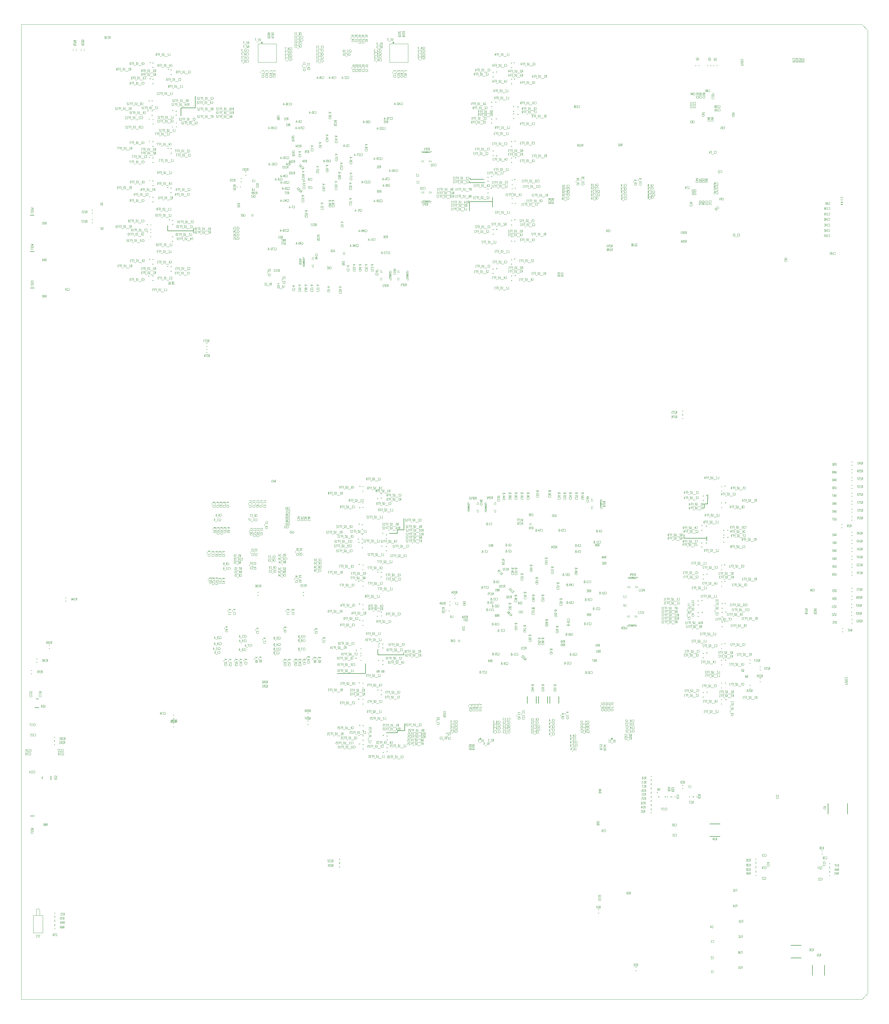
<source format=gbr>
G04 Created by GerbView*
%FSLAX35Y35*%
%MOMM*%
G75*
%ADD10C,0.0254*%
%ADD11C,0.0991*%
%ADD12C,0.1499*%
%ADD13C,0.1524*%
%ADD14C,0.1245*%
%ADD15C,0.1270*%
%ADD16C,0.1981*%
%ADD17C,0.2007*%
%LNEXPORT*%
D02*
D10*
D11*
X20700000Y6287500D02*
G03X20700000Y6287500I-00012499J0D01*
G01*
X11630160Y7606000D02*
G03X11630160Y7606000I-00016159J0D01*
G01*
X10846160Y7889000D02*
G03X10846160Y7889000I-00016160J0D01*
G01*
X10824160Y8169000D02*
G03X10824160Y8169000I-00016160J0D01*
G01*
X11633160Y8172000D02*
G03X11633160Y8172000I-00016159J0D01*
G01*
X10853160Y8501000D02*
G03X10853160Y8501000I-00016159J0D01*
G01*
X10819160Y9363000D02*
G03X10819160Y9363000I-00016159J0D01*
G01*
X10841160Y9911000D02*
G03X10841160Y9911000I-00016159J0D01*
G01*
X11452160Y9677000D02*
G03X11452160Y9677000I-00016160J0D01*
G01*
X11474160Y10651000D02*
G03X11474160Y10651000I-00016160J0D01*
G01*
X10738160Y10720000D02*
G03X10738160Y10720000I-00016160J0D01*
G01*
X10741160Y10986000D02*
G03X10741160Y10986000I-00016160J0D01*
G01*
X11496160Y11216000D02*
G03X11496160Y11216000I-00016160J0D01*
G01*
X10856160Y11976000D02*
G03X10856160Y11976000I-00016159J0D01*
G01*
X11434160Y12109000D02*
G03X11434160Y12109000I-00016159J0D01*
G01*
X10846160Y12514000D02*
G03X10846160Y12514000I-00016160J0D01*
G01*
X10819160Y13259000D02*
G03X10819160Y13259000I-00016159J0D01*
G01*
X11452160Y13572000D02*
G03X11452160Y13572000I-00016160J0D01*
G01*
X10839160Y13824000D02*
G03X10839160Y13824000I-00016159J0D01*
G01*
X11587160Y14425000D02*
G03X11587160Y14425000I-00016160J0D01*
G01*
X10826160Y14549000D02*
G03X10826160Y14549000I-00016160J0D01*
G01*
X10804160Y14661000D02*
G03X10804160Y14661000I-00016160J0D01*
G01*
X11612160Y14850000D02*
G03X11612160Y14850000I-00016160J0D01*
G01*
X10853970Y15697000D02*
G03X10853970Y15697000I-00016969J0D01*
G01*
X11442970Y16001000D02*
G03X11442970Y16001000I-00016969J0D01*
G01*
X10858970Y16407000D02*
G03X10858970Y16407000I-00016969J0D01*
G01*
X22962970Y9360000D02*
G03X22962970Y9360000I-00016969J0D01*
G01*
X22341970Y9600000D02*
G03X22341970Y9600000I-00016969J0D01*
G01*
X22947970Y9906000D02*
G03X22947970Y9906000I-00016970J0D01*
G01*
X22953970Y10661000D02*
G03X22953970Y10661000I-00016969J0D01*
G01*
X22334970Y10897000D02*
G03X22334970Y10897000I-00016969J0D01*
G01*
X22932970Y11205000D02*
G03X22932970Y11205000I-00016970J0D01*
G01*
X22923970Y11933000D02*
G03X22923970Y11933000I-00016970J0D01*
G01*
X22182970Y12237000D02*
G03X22182970Y12237000I-00016969J0D01*
G01*
X22962970Y12249000D02*
G03X22962970Y12249000I-00016969J0D01*
G01*
X22940970Y12536000D02*
G03X22940970Y12536000I-00016969J0D01*
G01*
X22170970Y12630000D02*
G03X22170970Y12630000I-00016970J0D01*
G01*
X22929970Y13264000D02*
G03X22929970Y13264000I-00016970J0D01*
G01*
X22337970Y13500000D02*
G03X22337970Y13500000I-00016970J0D01*
G01*
X22918970Y13810000D02*
G03X22918970Y13810000I-00016969J0D01*
G01*
X22314970Y14531000D02*
G03X22314970Y14531000I-00016969J0D01*
G01*
X22317970Y15091000D02*
G03X22317970Y15091000I-00016970J0D01*
G01*
X23028970Y14717000D02*
G03X23028970Y14717000I-00016970J0D01*
G01*
X23027970Y14951000D02*
G03X23027970Y14951000I-00016969J0D01*
G01*
X22324970Y16102000D02*
G03X22324970Y16102000I-00016969J0D01*
G01*
X22953970Y15858000D02*
G03X22953970Y15858000I-00016969J0D01*
G01*
X22929970Y16413000D02*
G03X22929970Y16413000I-00016970J0D01*
G01*
X3872340Y23351000D02*
G03X3872340Y23351000I-00013339J0D01*
G01*
X4498340Y23671000D02*
G03X4498340Y23671000I-00013339J0D01*
G01*
X3897340Y23908000D02*
G03X3897340Y23908000I-00013339J0D01*
G01*
X3831340Y24809000D02*
G03X3831340Y24809000I-00013340J0D01*
G01*
X3823340Y25049000D02*
G03X3823340Y25049000I-00013339J0D01*
G01*
X4554340Y25212000D02*
G03X4554340Y25212000I-00013340J0D01*
G01*
X3906341Y25969000D02*
G03X3906341Y25969000I-00013341J0D01*
G01*
X4502341Y26279000D02*
G03X4502341Y26279000I-00013341J0D01*
G01*
X3894341Y26512000D02*
G03X3894341Y26512000I-00013341J0D01*
G01*
X3894341Y27275000D02*
G03X3894341Y27275000I-00013341J0D01*
G01*
X4510341Y27577000D02*
G03X4510341Y27577000I-00013341J0D01*
G01*
X3896341Y27804000D02*
G03X3896341Y27804000I-00013341J0D01*
G01*
X4648341Y28281000D02*
G03X4648341Y28281000I-00013341J0D01*
G01*
X3887341Y28533000D02*
G03X3887341Y28533000I-00013341J0D01*
G01*
X3841341Y28806000D02*
G03X3841341Y28806000I-00013341J0D01*
G01*
X4661341Y28829000D02*
G03X4661341Y28829000I-00013341J0D01*
G01*
X3919970Y29869000D02*
G03X3919970Y29869000I-00016969J0D01*
G01*
X4525970Y30177000D02*
G03X4525970Y30177000I-00016970J0D01*
G01*
X3914970Y30407000D02*
G03X3914970Y30407000I-00016970J0D01*
G01*
X15994970Y23369000D02*
G03X15994970Y23369000I-00016970J0D01*
G01*
X15382970Y23599000D02*
G03X15382970Y23599000I-00016970J0D01*
G01*
X15977970Y23917000D02*
G03X15977970Y23917000I-00016969J0D01*
G01*
X15980970Y24496000D02*
G03X15980970Y24496000I-00016970J0D01*
G01*
X15383970Y24897000D02*
G03X15383970Y24897000I-00016969J0D01*
G01*
X15985970Y25216000D02*
G03X15985970Y25216000I-00016970J0D01*
G01*
X15997970Y25749000D02*
G03X15997970Y25749000I-00016969J0D01*
G01*
X15204970Y26248000D02*
G03X15204970Y26248000I-00016970J0D01*
G01*
X15998970Y26251000D02*
G03X15998970Y26251000I-00016969J0D01*
G01*
X15217970Y26639000D02*
G03X15217970Y26639000I-00016969J0D01*
G01*
X15983970Y26544000D02*
G03X15983970Y26544000I-00016970J0D01*
G01*
X16003970Y27262000D02*
G03X16003970Y27262000I-00016970J0D01*
G01*
X15381970Y27322000D02*
G03X15381970Y27322000I-00016970J0D01*
G01*
X15989970Y27812000D02*
G03X15989970Y27812000I-00016970J0D01*
G01*
X15368970Y28547000D02*
G03X15368970Y28547000I-00016969J0D01*
G01*
X15356970Y29097000D02*
G03X15356970Y29097000I-00016970J0D01*
G01*
X16086970Y28698000D02*
G03X16086970Y28698000I-00016970J0D01*
G01*
X16084970Y28939000D02*
G03X16084970Y28939000I-00016970J0D01*
G01*
X15963970Y30402000D02*
G03X15963970Y30402000I-00016970J0D01*
G01*
X15970970Y29864000D02*
G03X15970970Y29864000I-00016969J0D01*
G01*
X15377970Y30097000D02*
G03X15377970Y30097000I-00016969J0D01*
G01*
X3884341Y29142000D02*
G03X3884341Y29142000I-00013341J0D01*
G01*
X10836160Y15153000D02*
G03X10836160Y15153000I-00016159J0D01*
G01*
X11461000Y11179000D02*
X11462000D01*
Y11073000D01*
D12*
X12300000Y15337500D02*
Y14962500D01*
X12075000D01*
Y14850000D01*
X11812500D01*
X11712500Y8262500D02*
X12075000D01*
Y8325000D01*
X12325000D01*
Y8562500D01*
X5400000Y29300000D02*
Y28912500D01*
X4925000D01*
Y28650000D01*
X5337500Y24850000D02*
X4487500D01*
Y25025000D01*
X5337500Y24937500D02*
Y24775000D01*
X11025000Y10550000D02*
Y10212500D01*
X10087500D01*
X11437500Y11025000D02*
Y10837500D01*
X12287500D01*
Y10912500D01*
X15218750Y25812500D02*
X14468750D01*
Y25506250D01*
X15225000Y25956250D02*
Y25637500D01*
X14975000Y26437500D02*
X14468750D01*
Y26487500D01*
X14937500Y26550000D02*
X14487500D01*
Y26581250D01*
X14468750D01*
X22350000Y16137500D02*
Y15975000D01*
X22337500D01*
Y15825000D01*
X22237500D01*
Y15687500D01*
X22312500Y14687500D02*
Y14600000D01*
X21562500Y14812500D02*
Y14687500D01*
X22312500D01*
Y14750000D01*
D11*
X16600000Y12312500D02*
Y12400000D01*
X16612500Y12387500D01*
X16587500D01*
X16600000Y12400000D01*
X250000Y2225000D02*
Y2387500D01*
X250000Y2387500D02*
G03X137500Y2387500I-00056250J0D01*
G01*
X137500Y2387500D02*
Y2225000D01*
X350000D02*
X37500D01*
Y1650000D01*
X350000D01*
Y2225000D01*
X-00356999Y-00354999D02*
Y31670000D01*
X27443000D01*
X27643000Y31470000D01*
Y-00349999D01*
X27450000Y-00554999D01*
X-00356999D01*
Y-00354999D01*
D13*
X20945450Y6165110D02*
Y6129890D01*
X20729550D02*
Y6165110D01*
D14*
X20765633Y6430000D02*
Y6372666D01*
X20762700Y6360664D01*
X20756834Y6352666D01*
X20749500Y6350000D01*
X20742166Y6352666D01*
X20736299Y6360664D01*
X20733367Y6372666D01*
Y6430000D01*
X20691700Y6350000D02*
Y6430000D01*
X20718834Y6372666D01*
X20682166D01*
D15*
X18798750Y15695000D02*
Y15955000D01*
D11*
X18806250Y15662500D02*
X18843750D01*
Y15950000D01*
X18806250Y15987500D01*
X18493750Y15750000D02*
Y15662500D01*
X18531250D01*
X18493750Y15900000D02*
Y15987500D01*
X18531250D01*
X18798750Y15795000D02*
X18818750D01*
Y15855000D01*
X18798750D01*
X18538750Y15695000D02*
Y15745000D01*
Y15955000D02*
Y15905000D01*
D14*
X18875000Y15736833D02*
X18955000D01*
Y15755166D01*
X18950998Y15761033D01*
X18945666Y15764700D01*
X18934999Y15766166D01*
X18924332Y15764700D01*
X18917667Y15760300D01*
X18913665Y15755166D01*
Y15736833D01*
Y15755166D02*
X18875000Y15766166D01*
X18885664Y15785099D02*
X18878999Y15790966D01*
X18875000Y15797566D01*
Y15803433D01*
X18878999Y15809300D01*
X18885664Y15813700D01*
X18895000Y15815900D01*
X18904331Y15814433D01*
X18912332Y15810766D01*
X18917667Y15804166D01*
X18920333Y15795367D01*
X18925665Y15790233D01*
X18934999Y15788032D01*
X18944333Y15789500D01*
X18950998Y15793166D01*
X18955000Y15798299D01*
Y15803433D01*
X18952333Y15808566D01*
X18945666Y15812967D01*
X18875000Y15834833D02*
X18955000D01*
Y15852433D01*
X18950998Y15858300D01*
X18941667Y15862700D01*
X18931000Y15864166D01*
X18920333Y15862700D01*
X18912332Y15859033D01*
X18908331Y15852433D01*
Y15834833D01*
X18884331Y15886032D02*
X18877666Y15891166D01*
X18875000Y15897032D01*
X18877666Y15902899D01*
X18885664Y15908033D01*
X18897666Y15911700D01*
X18909666Y15913166D01*
X18924332D01*
X18936332Y15911700D01*
X18946999Y15908033D01*
X18952333Y15903632D01*
X18955000Y15898499D01*
X18952333Y15892632D01*
X18946999Y15888233D01*
X18939000Y15885299D01*
X18928331Y15883833D01*
X18919000Y15885299D01*
X18909666Y15888966D01*
X18904331Y15893367D01*
X18902998Y15898499D01*
X18905664Y15904366D01*
X18912332Y15908766D01*
X18924332Y15913166D01*
D15*
X11830000Y23251250D02*
Y23511250D01*
D11*
X11837500Y23218750D02*
X11875000D01*
Y23506250D01*
X11837500Y23543750D01*
X11525000Y23306250D02*
Y23218750D01*
X11562500D01*
X11525000Y23456250D02*
Y23543750D01*
X11562500D01*
X11830000Y23351250D02*
X11850000D01*
Y23411250D01*
X11830000D01*
X11570000Y23251250D02*
Y23301250D01*
Y23511250D02*
Y23461250D01*
D14*
X11775667Y23000000D02*
Y23080000D01*
X11757333D01*
X11751466Y23075998D01*
X11747799Y23070666D01*
X11746333Y23059999D01*
X11747799Y23049332D01*
X11752200Y23042667D01*
X11757333Y23038665D01*
X11775667D01*
X11757333D02*
X11746333Y23000000D01*
X11727400Y23010664D02*
X11721533Y23003999D01*
X11714933Y23000000D01*
X11709066D01*
X11703200Y23003999D01*
X11698799Y23010664D01*
X11696600Y23020000D01*
X11698066Y23029331D01*
X11701733Y23037332D01*
X11708333Y23042667D01*
X11717133Y23045333D01*
X11722266Y23050665D01*
X11724467Y23059999D01*
X11722999Y23069333D01*
X11719334Y23075998D01*
X11714200Y23080000D01*
X11709066D01*
X11703933Y23077333D01*
X11699532Y23070666D01*
X11677667Y23000000D02*
Y23080000D01*
X11660066D01*
X11654200Y23075998D01*
X11649799Y23066667D01*
X11648333Y23056000D01*
X11649799Y23045333D01*
X11653466Y23037332D01*
X11660066Y23033331D01*
X11677667D01*
X11630133Y23015999D02*
X11625734Y23006665D01*
X11619867Y23001333D01*
X11613266Y23000000D01*
X11607399Y23001333D01*
X11601532Y23007998D01*
X11597867Y23015999D01*
X11597133Y23023999D01*
X11598600Y23033331D01*
X11603733Y23039998D01*
X11608867Y23042667D01*
X11615467D01*
X11608867D02*
X11604466Y23046666D01*
X11600799Y23053331D01*
X11599333Y23061332D01*
X11600799Y23069333D01*
X11604466Y23075998D01*
X11611066Y23080000D01*
X11617666Y23078666D01*
X11624266Y23073332D01*
D15*
X15020000Y15842500D02*
Y15582500D01*
D11*
X15012500Y15875000D02*
X14975000D01*
Y15587500D01*
X15012500Y15550000D01*
X15325000Y15787500D02*
Y15875000D01*
X15287500D01*
X15325000Y15637500D02*
Y15550000D01*
X15287500D01*
X15020000Y15742500D02*
X15000000D01*
Y15682500D01*
X15020000D01*
X15280000Y15842500D02*
Y15792500D01*
Y15582500D02*
Y15632500D01*
D14*
X15225667Y15987500D02*
Y16067500D01*
X15207333D01*
X15201466Y16063498D01*
X15197799Y16058166D01*
X15196333Y16047499D01*
X15197799Y16036832D01*
X15202200Y16030167D01*
X15207333Y16026165D01*
X15225667D01*
X15207333D02*
X15196333Y15987500D01*
X15177400Y15998164D02*
X15171533Y15991499D01*
X15164933Y15987500D01*
X15159066D01*
X15153200Y15991499D01*
X15148799Y15998164D01*
X15146600Y16007500D01*
X15148066Y16016831D01*
X15151733Y16024832D01*
X15158333Y16030167D01*
X15167133Y16032833D01*
X15172266Y16038165D01*
X15174467Y16047499D01*
X15172999Y16056833D01*
X15169334Y16063498D01*
X15164200Y16067500D01*
X15159066D01*
X15153933Y16064833D01*
X15149532Y16058166D01*
X15127667Y15987500D02*
Y16067500D01*
X15110066D01*
X15104200Y16063498D01*
X15099799Y16054167D01*
X15098333Y16043500D01*
X15099799Y16032833D01*
X15103466Y16024832D01*
X15110066Y16020831D01*
X15127667D01*
X15064000Y15987500D02*
X15058867Y15988833D01*
X15053000Y15992832D01*
X15049333Y15999497D01*
X15047867Y16008833D01*
X15049333Y16018164D01*
X15053733Y16026165D01*
X15060333Y16030167D01*
X15067666D01*
X15072067Y16032833D01*
X15075734Y16039498D01*
X15077200Y16048832D01*
X15074999Y16058166D01*
X15069867Y16064833D01*
X15064000Y16067500D01*
X15058134Y16064833D01*
X15053000Y16058166D01*
X15050799Y16048832D01*
X15052267Y16039498D01*
X15055933Y16032833D01*
X15060333Y16030167D01*
X15067666D01*
X15074266Y16026165D01*
X15078667Y16018164D01*
X15080133Y16008833D01*
X15078667Y15999497D01*
X15074999Y15992832D01*
X15069133Y15988833D01*
X15064000Y15987500D01*
D15*
X13167500Y27436250D02*
X12907500D01*
D11*
X13200000Y27443750D02*
Y27481250D01*
X12912500D01*
X12875000Y27443750D01*
X13112500Y27131250D02*
X13200000D01*
Y27168750D01*
X12962500Y27131250D02*
X12875000D01*
Y27168750D01*
X13067500Y27436250D02*
Y27456250D01*
X13007500D01*
Y27436250D01*
X13167500Y27176250D02*
X13117500D01*
X12907500D02*
X12957500D01*
D14*
X13138167Y27512500D02*
Y27592500D01*
X13119833D01*
X13113966Y27588498D01*
X13110299Y27583166D01*
X13108833Y27572499D01*
X13110299Y27561832D01*
X13114700Y27555167D01*
X13119833Y27551165D01*
X13138167D01*
X13119833D02*
X13108833Y27512500D01*
X13089900Y27523164D02*
X13084033Y27516499D01*
X13077433Y27512500D01*
X13071566D01*
X13065700Y27516499D01*
X13061299Y27523164D01*
X13059100Y27532500D01*
X13060566Y27541831D01*
X13064233Y27549832D01*
X13070833Y27555167D01*
X13079633Y27557833D01*
X13084766Y27563165D01*
X13086967Y27572499D01*
X13085499Y27581833D01*
X13081834Y27588498D01*
X13076700Y27592500D01*
X13071566D01*
X13066433Y27589833D01*
X13062032Y27583166D01*
X13040167Y27512500D02*
Y27592500D01*
X13022566D01*
X13016700Y27588498D01*
X13012299Y27579167D01*
X13010833Y27568500D01*
X13012299Y27557833D01*
X13015966Y27549832D01*
X13022566Y27545831D01*
X13040167D01*
X12976500Y27512500D02*
Y27592500D01*
X12985300Y27576500D01*
Y27512500D02*
X12967701D01*
D15*
X12913750Y25832500D02*
X13173750D01*
D11*
X12881250Y25825000D02*
Y25787500D01*
X13168750D01*
X13206250Y25825000D01*
X12968750Y26137500D02*
X12881250D01*
Y26100000D01*
X13118750Y26137500D02*
X13206250D01*
Y26100000D01*
X13013750Y25832500D02*
Y25812500D01*
X13073750D01*
Y25832500D01*
X12913750Y26092500D02*
X12963750D01*
X13173750D02*
X13123750D01*
D14*
X13088167Y25687500D02*
Y25767500D01*
X13069833D01*
X13063966Y25763498D01*
X13060299Y25758166D01*
X13058833Y25747499D01*
X13060299Y25736832D01*
X13064700Y25730167D01*
X13069833Y25726165D01*
X13088167D01*
X13069833D02*
X13058833Y25687500D01*
X13039900Y25698164D02*
X13034033Y25691499D01*
X13027433Y25687500D01*
X13021566D01*
X13015700Y25691499D01*
X13011299Y25698164D01*
X13009100Y25707500D01*
X13010566Y25716831D01*
X13014233Y25724832D01*
X13020833Y25730167D01*
X13029633Y25732833D01*
X13034766Y25738165D01*
X13036967Y25747499D01*
X13035499Y25756833D01*
X13031834Y25763498D01*
X13026700Y25767500D01*
X13021566D01*
X13016433Y25764833D01*
X13012032Y25758166D01*
X12990167Y25687500D02*
Y25767500D01*
X12972566D01*
X12966700Y25763498D01*
X12962299Y25754167D01*
X12960833Y25743500D01*
X12962299Y25732833D01*
X12965966Y25724832D01*
X12972566Y25720831D01*
X12990167D01*
X12940433Y25754167D02*
X12936033Y25762165D01*
X12930899Y25766166D01*
X12925033Y25767500D01*
X12917700Y25764833D01*
X12912566Y25758166D01*
X12911100Y25750167D01*
X12911833Y25742164D01*
X12914767Y25735499D01*
X12929433Y25722166D01*
X12936033Y25712832D01*
X12940433Y25699497D01*
X12941900Y25687500D01*
X12911100D01*
D15*
X19992500Y13367500D02*
X19732500D01*
D11*
X20025000Y13375000D02*
Y13412500D01*
X19737500D01*
X19700000Y13375000D01*
X19937500Y13062500D02*
X20025000D01*
Y13100000D01*
X19787500Y13062500D02*
X19700000D01*
Y13100000D01*
X19892500Y13367500D02*
Y13387500D01*
X19832500D01*
Y13367500D01*
X19992500Y13107500D02*
X19942500D01*
X19732500D02*
X19782500D01*
D14*
X19950667Y13450000D02*
Y13530000D01*
X19932333D01*
X19926466Y13525998D01*
X19922799Y13520666D01*
X19921333Y13509999D01*
X19922799Y13499332D01*
X19927200Y13492667D01*
X19932333Y13488665D01*
X19950667D01*
X19932333D02*
X19921333Y13450000D01*
X19902400Y13460664D02*
X19896533Y13453999D01*
X19889933Y13450000D01*
X19884066D01*
X19878200Y13453999D01*
X19873799Y13460664D01*
X19871600Y13470000D01*
X19873066Y13479331D01*
X19876733Y13487332D01*
X19883333Y13492667D01*
X19892133Y13495333D01*
X19897266Y13500665D01*
X19899467Y13509999D01*
X19897999Y13519333D01*
X19894334Y13525998D01*
X19889200Y13530000D01*
X19884066D01*
X19878933Y13527333D01*
X19874532Y13520666D01*
X19852667Y13450000D02*
Y13530000D01*
X19835066D01*
X19829200Y13525998D01*
X19824799Y13516667D01*
X19823333Y13506000D01*
X19824799Y13495333D01*
X19828466Y13487332D01*
X19835066Y13483331D01*
X19852667D01*
X19802933D02*
X19797800Y13492667D01*
X19793399Y13497999D01*
X19787533Y13500665D01*
X19782399Y13497999D01*
X19778733Y13492667D01*
X19775799Y13484666D01*
X19775066Y13475332D01*
X19775799Y13467332D01*
X19778733Y13459331D01*
X19783134Y13452666D01*
X19788266Y13450000D01*
X19794133Y13452666D01*
X19799266Y13460664D01*
X19802200Y13472666D01*
X19802933Y13485999D01*
X19801467Y13503331D01*
X19799266Y13512667D01*
X19795600Y13521999D01*
X19790467Y13528666D01*
X19785333Y13530000D01*
X19780200Y13527333D01*
X19776532Y13520666D01*
D15*
X19713750Y11820000D02*
X19973750D01*
D11*
X19681250Y11812500D02*
Y11775000D01*
X19968750D01*
X20006250Y11812500D01*
X19768750Y12125000D02*
X19681250D01*
Y12087500D01*
X19918750Y12125000D02*
X20006250D01*
Y12087500D01*
X19813750Y11820000D02*
Y11800000D01*
X19873750D01*
Y11820000D01*
X19713750Y12080000D02*
X19763750D01*
X19973750D02*
X19923750D01*
D14*
X19495283Y11769800D02*
Y11689800D01*
X19513616D01*
X19519483Y11693801D01*
X19523150Y11699134D01*
X19524616Y11709800D01*
X19523150Y11720467D01*
X19518750Y11727132D01*
X19513616Y11731134D01*
X19495283D01*
X19513616D02*
X19524616Y11769800D01*
X19543549Y11759135D02*
X19549416Y11765801D01*
X19556016Y11769800D01*
X19561883D01*
X19567750Y11765801D01*
X19572150Y11759135D01*
X19574350Y11749799D01*
X19572883Y11740468D01*
X19569216Y11732467D01*
X19562616Y11727132D01*
X19553817Y11724466D01*
X19548683Y11719134D01*
X19546482Y11709800D01*
X19547950Y11700467D01*
X19551616Y11693801D01*
X19556749Y11689800D01*
X19561883D01*
X19567016Y11692466D01*
X19571417Y11699134D01*
X19593283Y11769800D02*
Y11689800D01*
X19610883D01*
X19616750Y11693801D01*
X19621150Y11703133D01*
X19622616Y11713800D01*
X19621150Y11724466D01*
X19617483Y11732467D01*
X19610883Y11736469D01*
X19593283D01*
X19655482Y11769800D02*
X19656949Y11752468D01*
X19659150Y11737802D01*
X19662082Y11724466D01*
X19665750Y11709800D01*
X19671616Y11689800D01*
X19642283D01*
D15*
X8995000Y23942500D02*
Y23682500D01*
D11*
X8987500Y23975000D02*
X8950000D01*
Y23687500D01*
X8987500Y23650000D01*
X9300000Y23887500D02*
Y23975000D01*
X9262500D01*
X9300000Y23737500D02*
Y23650000D01*
X9262500D01*
X8995000Y23842500D02*
X8975000D01*
Y23782500D01*
X8995000D01*
X9255000Y23942500D02*
Y23892500D01*
Y23682500D02*
Y23732500D01*
D14*
X8825000Y23749333D02*
X8905000D01*
Y23767666D01*
X8900998Y23773533D01*
X8895666Y23777200D01*
X8884999Y23778666D01*
X8874332Y23777200D01*
X8867667Y23772800D01*
X8863665Y23767666D01*
Y23749333D01*
Y23767666D02*
X8825000Y23778666D01*
X8835664Y23797599D02*
X8828999Y23803466D01*
X8825000Y23810066D01*
Y23815933D01*
X8828999Y23821800D01*
X8835664Y23826200D01*
X8845000Y23828400D01*
X8854331Y23826933D01*
X8862332Y23823266D01*
X8867667Y23816666D01*
X8870333Y23807867D01*
X8875665Y23802733D01*
X8884999Y23800532D01*
X8894333Y23802000D01*
X8900998Y23805666D01*
X8905000Y23810799D01*
Y23815933D01*
X8902333Y23821066D01*
X8895666Y23825467D01*
X8825000Y23847333D02*
X8905000D01*
Y23864933D01*
X8900998Y23870800D01*
X8891667Y23875200D01*
X8881000Y23876666D01*
X8870333Y23875200D01*
X8862332Y23871533D01*
X8858331Y23864933D01*
Y23847333D01*
X8825000Y23919800D02*
X8905000D01*
X8847666Y23892665D01*
Y23929334D01*
D15*
X12398750Y23251250D02*
Y23511250D01*
D11*
X12406250Y23218750D02*
X12443750D01*
Y23506250D01*
X12406250Y23543750D01*
X12093750Y23306250D02*
Y23218750D01*
X12131250D01*
X12093750Y23456250D02*
Y23543750D01*
X12131250D01*
X12398750Y23351250D02*
X12418750D01*
Y23411250D01*
X12398750D01*
X12138750Y23251250D02*
Y23301250D01*
Y23511250D02*
Y23461250D01*
D14*
X12375667Y23025000D02*
Y23105000D01*
X12357333D01*
X12351466Y23100998D01*
X12347799Y23095666D01*
X12346333Y23084999D01*
X12347799Y23074332D01*
X12352200Y23067667D01*
X12357333Y23063665D01*
X12375667D01*
X12357333D02*
X12346333Y23025000D01*
X12327400Y23035664D02*
X12321533Y23028999D01*
X12314933Y23025000D01*
X12309066D01*
X12303200Y23028999D01*
X12298799Y23035664D01*
X12296600Y23045000D01*
X12298066Y23054331D01*
X12301733Y23062332D01*
X12308333Y23067667D01*
X12317133Y23070333D01*
X12322266Y23075665D01*
X12324467Y23084999D01*
X12322999Y23094333D01*
X12319334Y23100998D01*
X12314200Y23105000D01*
X12309066D01*
X12303933Y23102333D01*
X12299532Y23095666D01*
X12277667Y23025000D02*
Y23105000D01*
X12260066D01*
X12254200Y23100998D01*
X12249799Y23091667D01*
X12248333Y23081000D01*
X12249799Y23070333D01*
X12253466Y23062332D01*
X12260066Y23058331D01*
X12277667D01*
X12230133Y23036997D02*
X12225734Y23030332D01*
X12220600Y23026333D01*
X12214000Y23025000D01*
X12207399Y23027666D01*
X12202267Y23032998D01*
X12198600Y23042332D01*
X12197867Y23052998D01*
X12199333Y23063665D01*
X12203000Y23070333D01*
X12208134Y23075665D01*
X12213266Y23076998D01*
X12218399Y23075665D01*
X12224999Y23070333D01*
X12222800Y23105000D01*
X12203000D01*
D15*
X14451250Y15842500D02*
Y15582500D01*
D11*
X14443750Y15875000D02*
X14406250D01*
Y15587500D01*
X14443750Y15550000D01*
X14756250Y15787500D02*
Y15875000D01*
X14718750D01*
X14756250Y15637500D02*
Y15550000D01*
X14718750D01*
X14451250Y15742500D02*
X14431250D01*
Y15682500D01*
X14451250D01*
X14711250Y15842500D02*
Y15792500D01*
Y15582500D02*
Y15632500D01*
D14*
X14687667Y15975000D02*
Y16055000D01*
X14669333D01*
X14663466Y16050998D01*
X14659799Y16045666D01*
X14658333Y16034999D01*
X14659799Y16024332D01*
X14664200Y16017667D01*
X14669333Y16013665D01*
X14687667D01*
X14669333D02*
X14658333Y15975000D01*
X14639400Y15985664D02*
X14633533Y15978999D01*
X14626933Y15975000D01*
X14621066D01*
X14615200Y15978999D01*
X14610799Y15985664D01*
X14608600Y15995000D01*
X14610066Y16004331D01*
X14613733Y16012332D01*
X14620333Y16017667D01*
X14629133Y16020333D01*
X14634266Y16025665D01*
X14636467Y16034999D01*
X14634999Y16044333D01*
X14631334Y16050998D01*
X14626200Y16055000D01*
X14621066D01*
X14615933Y16052333D01*
X14611532Y16045666D01*
X14589667Y15975000D02*
Y16055000D01*
X14572066D01*
X14566200Y16050998D01*
X14561799Y16041667D01*
X14560333Y16031000D01*
X14561799Y16020333D01*
X14565466Y16012332D01*
X14572066Y16008331D01*
X14589667D01*
X14526000Y15975000D02*
Y16055000D01*
X14534800Y16039000D01*
Y15975000D02*
X14517201D01*
X14477000Y16055000D02*
X14482867Y16052333D01*
X14487266Y16045666D01*
X14490200Y16037667D01*
X14492400Y16026998D01*
X14493133Y16014998D01*
X14492400Y16002998D01*
X14490200Y15992332D01*
X14487266Y15984331D01*
X14482867Y15977666D01*
X14477000Y15975000D01*
X14471134Y15977666D01*
X14466733Y15984331D01*
X14463799Y15992332D01*
X14461600Y16002998D01*
X14460867Y16014998D01*
X14461600Y16026998D01*
X14463799Y16037667D01*
X14466733Y16045666D01*
X14471134Y16052333D01*
X14477000Y16055000D01*
D16*
X626250Y6720000D02*
Y6830000D01*
X336250Y6735000D02*
Y6815000D01*
X614250Y6707500D02*
X626250D01*
Y6720000D01*
D14*
X815250Y6709866D02*
X757916D01*
X745914Y6712799D01*
X737916Y6718666D01*
X735250Y6725999D01*
X737916Y6733333D01*
X745914Y6739200D01*
X757916Y6742133D01*
X815250D01*
X801917Y6761066D02*
X809915Y6765466D01*
X813916Y6770600D01*
X815250Y6776467D01*
X812583Y6783800D01*
X805916Y6788933D01*
X797917Y6790400D01*
X789914Y6789666D01*
X783249Y6786732D01*
X769916Y6772066D01*
X760582Y6765466D01*
X747247Y6761066D01*
X735250Y6759599D01*
Y6790400D01*
X747247Y6807866D02*
X740582Y6812265D01*
X736583Y6817399D01*
X735250Y6823999D01*
X737916Y6830600D01*
X743248Y6835732D01*
X752582Y6839400D01*
X763248Y6840133D01*
X773915Y6838666D01*
X780583Y6834999D01*
X785915Y6829866D01*
X787248Y6824733D01*
X785915Y6819600D01*
X780583Y6813000D01*
X815250Y6815199D01*
Y6834999D01*
D16*
X113750Y9092500D02*
X223750D01*
X128750Y9382500D02*
X208750D01*
X101250Y9104500D02*
Y9092500D01*
X113750D01*
D14*
X427633Y9180000D02*
Y9122666D01*
X424700Y9110664D01*
X418834Y9102666D01*
X411500Y9100000D01*
X404166Y9102666D01*
X398299Y9110664D01*
X395367Y9122666D01*
Y9180000D01*
X376433Y9166667D02*
X372033Y9174665D01*
X366899Y9178666D01*
X361033Y9180000D01*
X353700Y9177333D01*
X348566Y9170666D01*
X347100Y9162667D01*
X347833Y9154664D01*
X350767Y9147999D01*
X365433Y9134666D01*
X372033Y9125332D01*
X376433Y9111997D01*
X377900Y9100000D01*
X347100D01*
X304700D02*
Y9180000D01*
X331834Y9122666D01*
X295166D01*
D11*
X10347070Y24098500D02*
G03X10347070Y24098500I-00030069J0D01*
G01*
D14*
X10006633Y24230000D02*
Y24172666D01*
X10003700Y24160664D01*
X9997834Y24152666D01*
X9990500Y24150000D01*
X9983166Y24152666D01*
X9977299Y24160664D01*
X9974367Y24172666D01*
Y24230000D01*
X9957633Y24165999D02*
X9953234Y24156665D01*
X9947367Y24151333D01*
X9940766Y24150000D01*
X9934899Y24151333D01*
X9929032Y24157998D01*
X9925367Y24165999D01*
X9924633Y24173999D01*
X9926100Y24183331D01*
X9931233Y24189998D01*
X9936367Y24192667D01*
X9942967D01*
X9936367D02*
X9931966Y24196666D01*
X9928299Y24203331D01*
X9926833Y24211332D01*
X9928299Y24219333D01*
X9931966Y24225998D01*
X9938566Y24230000D01*
X9945166Y24228666D01*
X9951766Y24223332D01*
X9906433Y24216667D02*
X9902033Y24224665D01*
X9896899Y24228666D01*
X9891033Y24230000D01*
X9883700Y24227333D01*
X9878566Y24220666D01*
X9877100Y24212667D01*
X9877833Y24204664D01*
X9880767Y24197999D01*
X9895433Y24184666D01*
X9902033Y24175332D01*
X9906433Y24161997D01*
X9907900Y24150000D01*
X9877100D01*
D11*
X16513070Y15151500D02*
G03X16513070Y15151500I-00030069J0D01*
G01*
D14*
X17331633Y15480000D02*
Y15422666D01*
X17328700Y15410664D01*
X17322834Y15402666D01*
X17315500Y15400000D01*
X17308166Y15402666D01*
X17302299Y15410664D01*
X17299367Y15422666D01*
Y15480000D01*
X17282633Y15415999D02*
X17278234Y15406665D01*
X17272367Y15401333D01*
X17265766Y15400000D01*
X17259899Y15401333D01*
X17254032Y15407998D01*
X17250367Y15415999D01*
X17249633Y15423999D01*
X17251100Y15433331D01*
X17256233Y15439998D01*
X17261367Y15442667D01*
X17267967D01*
X17261367D02*
X17256966Y15446666D01*
X17253299Y15453331D01*
X17251833Y15461332D01*
X17253299Y15469333D01*
X17256966Y15475998D01*
X17263566Y15480000D01*
X17270166Y15478666D01*
X17276766Y15473332D01*
X17217500Y15480000D02*
X17223367Y15477333D01*
X17227766Y15470666D01*
X17230700Y15462667D01*
X17232900Y15451998D01*
X17233633Y15439998D01*
X17232900Y15427998D01*
X17230700Y15417332D01*
X17227766Y15409331D01*
X17223367Y15402666D01*
X17217500Y15400000D01*
X17211634Y15402666D01*
X17207233Y15409331D01*
X17204299Y15417332D01*
X17202100Y15427998D01*
X17201367Y15439998D01*
X17202100Y15451998D01*
X17204299Y15462667D01*
X17207233Y15470666D01*
X17211634Y15477333D01*
X17217500Y15480000D01*
D11*
X14153570Y11295500D02*
G03X14153570Y11295500I-00030069J0D01*
G01*
D14*
X14305000Y11643366D02*
X14247666D01*
X14235664Y11646299D01*
X14227666Y11652166D01*
X14225000Y11659499D01*
X14227666Y11666833D01*
X14235664Y11672700D01*
X14247666Y11675633D01*
X14305000D01*
X14225000Y11708499D02*
X14305000D01*
X14289000Y11699699D01*
X14225000D02*
Y11717298D01*
X14291667Y11743566D02*
X14299665Y11747966D01*
X14303666Y11753100D01*
X14305000Y11758967D01*
X14302333Y11766300D01*
X14295666Y11771433D01*
X14287667Y11772900D01*
X14279664Y11772166D01*
X14272999Y11769232D01*
X14259666Y11754566D01*
X14250332Y11747966D01*
X14236997Y11743566D01*
X14225000Y11742099D01*
Y11772900D01*
D11*
X7316070Y25358000D02*
G03X7316070Y25358000I-00030070J0D01*
G01*
D14*
X6867500Y25630866D02*
X6810166D01*
X6798164Y25633799D01*
X6790166Y25639666D01*
X6787500Y25646999D01*
X6790166Y25654333D01*
X6798164Y25660200D01*
X6810166Y25663133D01*
X6867500D01*
X6787500Y25695999D02*
X6867500D01*
X6851500Y25687199D01*
X6787500D02*
Y25704798D01*
X6867500Y25744999D02*
X6864833Y25739132D01*
X6858166Y25734733D01*
X6850167Y25731799D01*
X6839498Y25729599D01*
X6827498Y25728866D01*
X6815498Y25729599D01*
X6804832Y25731799D01*
X6796831Y25734733D01*
X6790166Y25739132D01*
X6787500Y25744999D01*
X6790166Y25750866D01*
X6796831Y25755266D01*
X6804832Y25758200D01*
X6815498Y25760400D01*
X6827498Y25761133D01*
X6839498Y25760400D01*
X6850167Y25758200D01*
X6858166Y25755266D01*
X6864833Y25750866D01*
X6867500Y25744999D01*
X19642667Y12517500D02*
Y12437500D01*
X19613333D01*
X19570200D02*
Y12517500D01*
X19597334Y12460166D01*
X19560666D01*
X19642667Y12805000D02*
Y12725000D01*
X19613333D01*
X19595133Y12740999D02*
X19590734Y12731665D01*
X19584867Y12726333D01*
X19578266Y12725000D01*
X19572399Y12726333D01*
X19566532Y12732998D01*
X19562867Y12740999D01*
X19562133Y12748999D01*
X19563600Y12758331D01*
X19568733Y12764998D01*
X19573867Y12767667D01*
X19580467D01*
X19573867D02*
X19569466Y12771666D01*
X19565799Y12778331D01*
X19564333Y12786332D01*
X19565799Y12794333D01*
X19569466Y12800998D01*
X19576066Y12805000D01*
X19582666Y12803666D01*
X19589266Y12798332D01*
X12792667Y26505000D02*
Y26425000D01*
X12763333D01*
X12729000D02*
Y26505000D01*
X12737800Y26489000D01*
Y26425000D02*
X12720201D01*
X12780167Y26730000D02*
Y26650000D01*
X12750833D01*
X12730433Y26716667D02*
X12726033Y26724665D01*
X12720899Y26728666D01*
X12715033Y26730000D01*
X12707700Y26727333D01*
X12702566Y26720666D01*
X12701100Y26712667D01*
X12701833Y26704664D01*
X12704767Y26697999D01*
X12719433Y26684666D01*
X12726033Y26675332D01*
X12730433Y26661997D01*
X12731900Y26650000D01*
X12701100D01*
X26600383Y12998750D02*
Y12941416D01*
X26597450Y12929414D01*
X26591584Y12921416D01*
X26584250Y12918750D01*
X26576916Y12921416D01*
X26571049Y12929414D01*
X26568117Y12941416D01*
Y12998750D01*
X26551383Y12930747D02*
X26546984Y12924082D01*
X26541850Y12920083D01*
X26535250Y12918750D01*
X26528649Y12921416D01*
X26523517Y12926748D01*
X26519850Y12936082D01*
X26519117Y12946748D01*
X26520583Y12957415D01*
X26524250Y12964083D01*
X26529384Y12969415D01*
X26534516Y12970748D01*
X26539649Y12969415D01*
X26546249Y12964083D01*
X26544050Y12998750D01*
X26524250D01*
X26502383Y12930747D02*
X26497984Y12924082D01*
X26492850Y12920083D01*
X26486250Y12918750D01*
X26479649Y12921416D01*
X26474517Y12926748D01*
X26470850Y12936082D01*
X26470117Y12946748D01*
X26471583Y12957415D01*
X26475250Y12964083D01*
X26480384Y12969415D01*
X26485516Y12970748D01*
X26490649Y12969415D01*
X26497249Y12964083D01*
X26495050Y12998750D01*
X26475250D01*
X26587883Y12211250D02*
Y12153916D01*
X26584950Y12141914D01*
X26579084Y12133916D01*
X26571750Y12131250D01*
X26564416Y12133916D01*
X26558549Y12141914D01*
X26555617Y12153916D01*
Y12211250D01*
X26538883Y12143247D02*
X26534484Y12136582D01*
X26529350Y12132583D01*
X26522750Y12131250D01*
X26516149Y12133916D01*
X26511017Y12139248D01*
X26507350Y12148582D01*
X26506617Y12159248D01*
X26508083Y12169915D01*
X26511750Y12176583D01*
X26516884Y12181915D01*
X26522016Y12183248D01*
X26527149Y12181915D01*
X26533749Y12176583D01*
X26531550Y12211250D01*
X26511750D01*
X26487683Y12197917D02*
X26483283Y12205915D01*
X26478149Y12209916D01*
X26472283Y12211250D01*
X26464950Y12208583D01*
X26459816Y12201916D01*
X26458350Y12193917D01*
X26459083Y12185914D01*
X26462017Y12179249D01*
X26476683Y12165916D01*
X26483283Y12156582D01*
X26487683Y12143247D01*
X26489150Y12131250D01*
X26458350D01*
X26606633Y11956400D02*
Y11899066D01*
X26603700Y11887064D01*
X26597834Y11879066D01*
X26590500Y11876400D01*
X26583166Y11879066D01*
X26577299Y11887064D01*
X26574367Y11899066D01*
Y11956400D01*
X26557633Y11888397D02*
X26553234Y11881732D01*
X26548100Y11877733D01*
X26541500Y11876400D01*
X26534899Y11879066D01*
X26529767Y11884398D01*
X26526100Y11893732D01*
X26525367Y11904398D01*
X26526833Y11915065D01*
X26530500Y11921733D01*
X26535634Y11927065D01*
X26540766Y11928398D01*
X26545899Y11927065D01*
X26552499Y11921733D01*
X26550300Y11956400D01*
X26530500D01*
X26492500Y11876400D02*
Y11956400D01*
X26501300Y11940400D01*
Y11876400D02*
X26483701D01*
X26600383Y17173750D02*
Y17116416D01*
X26597450Y17104414D01*
X26591584Y17096416D01*
X26584250Y17093750D01*
X26576916Y17096416D01*
X26571049Y17104414D01*
X26568117Y17116416D01*
Y17173750D01*
X26551383Y17105747D02*
X26546984Y17099082D01*
X26541850Y17095083D01*
X26535250Y17093750D01*
X26528649Y17096416D01*
X26523517Y17101748D01*
X26519850Y17111082D01*
X26519117Y17121748D01*
X26520583Y17132415D01*
X26524250Y17139083D01*
X26529384Y17144415D01*
X26534516Y17145748D01*
X26539649Y17144415D01*
X26546249Y17139083D01*
X26544050Y17173750D01*
X26524250D01*
X26486250D02*
X26492117Y17171083D01*
X26496516Y17164416D01*
X26499450Y17156417D01*
X26501650Y17145748D01*
X26502383Y17133748D01*
X26501650Y17121748D01*
X26499450Y17111082D01*
X26496516Y17103081D01*
X26492117Y17096416D01*
X26486250Y17093750D01*
X26480384Y17096416D01*
X26475983Y17103081D01*
X26473049Y17111082D01*
X26470850Y17121748D01*
X26470117Y17133748D01*
X26470850Y17145748D01*
X26473049Y17156417D01*
X26475983Y17164416D01*
X26480384Y17171083D01*
X26486250Y17173750D01*
X26600383Y16917500D02*
Y16860166D01*
X26597450Y16848164D01*
X26591584Y16840166D01*
X26584250Y16837500D01*
X26576916Y16840166D01*
X26571049Y16848164D01*
X26568117Y16860166D01*
Y16917500D01*
X26526450Y16837500D02*
Y16917500D01*
X26553584Y16860166D01*
X26516916D01*
X26498717Y16846831D02*
X26493584Y16840166D01*
X26487717Y16837500D01*
X26481850Y16840166D01*
X26476716Y16848164D01*
X26473049Y16860166D01*
X26471583Y16872166D01*
Y16886832D01*
X26473049Y16898832D01*
X26476716Y16909499D01*
X26481117Y16914833D01*
X26486250Y16917500D01*
X26492117Y16914833D01*
X26496516Y16909499D01*
X26499450Y16901500D01*
X26500917Y16890831D01*
X26499450Y16881500D01*
X26495783Y16872166D01*
X26491383Y16866831D01*
X26486250Y16865498D01*
X26480384Y16868164D01*
X26475983Y16874832D01*
X26471583Y16886832D01*
X26600383Y16661250D02*
Y16603916D01*
X26597450Y16591914D01*
X26591584Y16583916D01*
X26584250Y16581250D01*
X26576916Y16583916D01*
X26571049Y16591914D01*
X26568117Y16603916D01*
Y16661250D01*
X26526450Y16581250D02*
Y16661250D01*
X26553584Y16603916D01*
X26516916D01*
X26486250Y16581250D02*
X26481117Y16582583D01*
X26475250Y16586582D01*
X26471583Y16593247D01*
X26470117Y16602583D01*
X26471583Y16611914D01*
X26475983Y16619915D01*
X26482583Y16623917D01*
X26489916D01*
X26494317Y16626583D01*
X26497984Y16633248D01*
X26499450Y16642582D01*
X26497249Y16651916D01*
X26492117Y16658583D01*
X26486250Y16661250D01*
X26480384Y16658583D01*
X26475250Y16651916D01*
X26473049Y16642582D01*
X26474517Y16633248D01*
X26478183Y16626583D01*
X26482583Y16623917D01*
X26489916D01*
X26496516Y16619915D01*
X26500917Y16611914D01*
X26502383Y16602583D01*
X26500917Y16593247D01*
X26497249Y16586582D01*
X26491383Y16582583D01*
X26486250Y16581250D01*
X26600383Y16142500D02*
Y16085166D01*
X26597450Y16073164D01*
X26591584Y16065166D01*
X26584250Y16062500D01*
X26576916Y16065166D01*
X26571049Y16073164D01*
X26568117Y16085166D01*
Y16142500D01*
X26526450Y16062500D02*
Y16142500D01*
X26553584Y16085166D01*
X26516916D01*
X26487717Y16062500D02*
X26486250Y16079832D01*
X26484050Y16094498D01*
X26481117Y16107833D01*
X26477450Y16122499D01*
X26471583Y16142500D01*
X26500917D01*
X26600383Y15880000D02*
Y15822666D01*
X26597450Y15810664D01*
X26591584Y15802666D01*
X26584250Y15800000D01*
X26576916Y15802666D01*
X26571049Y15810664D01*
X26568117Y15822666D01*
Y15880000D01*
X26526450Y15800000D02*
Y15880000D01*
X26553584Y15822666D01*
X26516916D01*
X26500183Y15833331D02*
X26495050Y15842667D01*
X26490649Y15847999D01*
X26484783Y15850665D01*
X26479649Y15847999D01*
X26475983Y15842667D01*
X26473049Y15834666D01*
X26472316Y15825332D01*
X26473049Y15817332D01*
X26475983Y15809331D01*
X26480384Y15802666D01*
X26485516Y15800000D01*
X26491383Y15802666D01*
X26496516Y15810664D01*
X26499450Y15822666D01*
X26500183Y15835999D01*
X26498717Y15853331D01*
X26496516Y15862667D01*
X26492850Y15871999D01*
X26487717Y15878666D01*
X26482583Y15880000D01*
X26477450Y15877333D01*
X26473782Y15870666D01*
X26600383Y15617500D02*
Y15560166D01*
X26597450Y15548164D01*
X26591584Y15540166D01*
X26584250Y15537500D01*
X26576916Y15540166D01*
X26571049Y15548164D01*
X26568117Y15560166D01*
Y15617500D01*
X26526450Y15537500D02*
Y15617500D01*
X26553584Y15560166D01*
X26516916D01*
X26502383Y15549497D02*
X26497984Y15542832D01*
X26492850Y15538833D01*
X26486250Y15537500D01*
X26479649Y15540166D01*
X26474517Y15545498D01*
X26470850Y15554832D01*
X26470117Y15565498D01*
X26471583Y15576165D01*
X26475250Y15582833D01*
X26480384Y15588165D01*
X26485516Y15589498D01*
X26490649Y15588165D01*
X26497249Y15582833D01*
X26495050Y15617500D01*
X26475250D01*
X26600383Y14061250D02*
Y14003916D01*
X26597450Y13991914D01*
X26591584Y13983916D01*
X26584250Y13981250D01*
X26576916Y13983916D01*
X26571049Y13991914D01*
X26568117Y14003916D01*
Y14061250D01*
X26526450Y13981250D02*
Y14061250D01*
X26553584Y14003916D01*
X26516916D01*
X26502383Y13997249D02*
X26497984Y13987915D01*
X26492117Y13982583D01*
X26485516Y13981250D01*
X26479649Y13982583D01*
X26473782Y13989248D01*
X26470117Y13997249D01*
X26469383Y14005249D01*
X26470850Y14014581D01*
X26475983Y14021248D01*
X26481117Y14023917D01*
X26487717D01*
X26481117D02*
X26476716Y14027916D01*
X26473049Y14034581D01*
X26471583Y14042582D01*
X26473049Y14050583D01*
X26476716Y14057248D01*
X26483316Y14061250D01*
X26489916Y14059916D01*
X26496516Y14054582D01*
X26600383Y14848750D02*
Y14791416D01*
X26597450Y14779414D01*
X26591584Y14771416D01*
X26584250Y14768750D01*
X26576916Y14771416D01*
X26571049Y14779414D01*
X26568117Y14791416D01*
Y14848750D01*
X26526450Y14768750D02*
Y14848750D01*
X26553584Y14791416D01*
X26516916D01*
X26500183Y14835417D02*
X26495783Y14843415D01*
X26490649Y14847416D01*
X26484783Y14848750D01*
X26477450Y14846083D01*
X26472316Y14839416D01*
X26470850Y14831417D01*
X26471583Y14823414D01*
X26474517Y14816749D01*
X26489183Y14803416D01*
X26495783Y14794082D01*
X26500183Y14780747D01*
X26501650Y14768750D01*
X26470850D01*
X26600383Y14586250D02*
Y14528916D01*
X26597450Y14516914D01*
X26591584Y14508916D01*
X26584250Y14506250D01*
X26576916Y14508916D01*
X26571049Y14516914D01*
X26568117Y14528916D01*
Y14586250D01*
X26526450Y14506250D02*
Y14586250D01*
X26553584Y14528916D01*
X26516916D01*
X26486250Y14506250D02*
Y14586250D01*
X26495050Y14570250D01*
Y14506250D02*
X26477451D01*
X26600383Y14323750D02*
Y14266416D01*
X26597450Y14254414D01*
X26591584Y14246416D01*
X26584250Y14243750D01*
X26576916Y14246416D01*
X26571049Y14254414D01*
X26568117Y14266416D01*
Y14323750D01*
X26526450Y14243750D02*
Y14323750D01*
X26553584Y14266416D01*
X26516916D01*
X26486250Y14323750D02*
X26492117Y14321083D01*
X26496516Y14314416D01*
X26499450Y14306417D01*
X26501650Y14295748D01*
X26502383Y14283748D01*
X26501650Y14271748D01*
X26499450Y14261082D01*
X26496516Y14253081D01*
X26492117Y14246416D01*
X26486250Y14243750D01*
X26480384Y14246416D01*
X26475983Y14253081D01*
X26473049Y14261082D01*
X26470850Y14271748D01*
X26470117Y14283748D01*
X26470850Y14295748D01*
X26473049Y14306417D01*
X26475983Y14314416D01*
X26480384Y14321083D01*
X26486250Y14323750D01*
X26600383Y13536250D02*
Y13478916D01*
X26597450Y13466914D01*
X26591584Y13458916D01*
X26584250Y13456250D01*
X26576916Y13458916D01*
X26571049Y13466914D01*
X26568117Y13478916D01*
Y13536250D01*
X26551383Y13472249D02*
X26546984Y13462915D01*
X26541117Y13457583D01*
X26534516Y13456250D01*
X26528649Y13457583D01*
X26522782Y13464248D01*
X26519117Y13472249D01*
X26518383Y13480249D01*
X26519850Y13489581D01*
X26524983Y13496248D01*
X26530117Y13498917D01*
X26536717D01*
X26530117D02*
X26525716Y13502916D01*
X26522049Y13509581D01*
X26520583Y13517582D01*
X26522049Y13525583D01*
X26525716Y13532248D01*
X26532316Y13536250D01*
X26538916Y13534916D01*
X26545516Y13529582D01*
X26498717Y13465581D02*
X26493584Y13458916D01*
X26487717Y13456250D01*
X26481850Y13458916D01*
X26476716Y13466914D01*
X26473049Y13478916D01*
X26471583Y13490916D01*
Y13505582D01*
X26473049Y13517582D01*
X26476716Y13528249D01*
X26481117Y13533583D01*
X26486250Y13536250D01*
X26492117Y13533583D01*
X26496516Y13528249D01*
X26499450Y13520250D01*
X26500917Y13509581D01*
X26499450Y13500250D01*
X26495783Y13490916D01*
X26491383Y13485581D01*
X26486250Y13484248D01*
X26480384Y13486914D01*
X26475983Y13493582D01*
X26471583Y13505582D01*
X26600383Y16398750D02*
Y16341416D01*
X26597450Y16329414D01*
X26591584Y16321416D01*
X26584250Y16318750D01*
X26576916Y16321416D01*
X26571049Y16329414D01*
X26568117Y16341416D01*
Y16398750D01*
X26551383Y16334749D02*
X26546984Y16325415D01*
X26541117Y16320083D01*
X26534516Y16318750D01*
X26528649Y16320083D01*
X26522782Y16326748D01*
X26519117Y16334749D01*
X26518383Y16342749D01*
X26519850Y16352081D01*
X26524983Y16358748D01*
X26530117Y16361417D01*
X26536717D01*
X26530117D02*
X26525716Y16365416D01*
X26522049Y16372081D01*
X26520583Y16380082D01*
X26522049Y16388083D01*
X26525716Y16394748D01*
X26532316Y16398750D01*
X26538916Y16397416D01*
X26545516Y16392082D01*
X26486250Y16318750D02*
X26481117Y16320083D01*
X26475250Y16324082D01*
X26471583Y16330747D01*
X26470117Y16340083D01*
X26471583Y16349414D01*
X26475983Y16357415D01*
X26482583Y16361417D01*
X26489916D01*
X26494317Y16364083D01*
X26497984Y16370748D01*
X26499450Y16380082D01*
X26497249Y16389416D01*
X26492117Y16396083D01*
X26486250Y16398750D01*
X26480384Y16396083D01*
X26475250Y16389416D01*
X26473049Y16380082D01*
X26474517Y16370748D01*
X26478183Y16364083D01*
X26482583Y16361417D01*
X26489916D01*
X26496516Y16357415D01*
X26500917Y16349414D01*
X26502383Y16340083D01*
X26500917Y16330747D01*
X26497249Y16324082D01*
X26491383Y16320083D01*
X26486250Y16318750D01*
X26600383Y15361250D02*
Y15303916D01*
X26597450Y15291914D01*
X26591584Y15283916D01*
X26584250Y15281250D01*
X26576916Y15283916D01*
X26571049Y15291914D01*
X26568117Y15303916D01*
Y15361250D01*
X26551383Y15297249D02*
X26546984Y15287915D01*
X26541117Y15282583D01*
X26534516Y15281250D01*
X26528649Y15282583D01*
X26522782Y15289248D01*
X26519117Y15297249D01*
X26518383Y15305249D01*
X26519850Y15314581D01*
X26524983Y15321248D01*
X26530117Y15323917D01*
X26536717D01*
X26530117D02*
X26525716Y15327916D01*
X26522049Y15334581D01*
X26520583Y15342582D01*
X26522049Y15350583D01*
X26525716Y15357248D01*
X26532316Y15361250D01*
X26538916Y15359916D01*
X26545516Y15354582D01*
X26487717Y15281250D02*
X26486250Y15298582D01*
X26484050Y15313248D01*
X26481117Y15326583D01*
X26477450Y15341249D01*
X26471583Y15361250D01*
X26500917D01*
X26600383Y13798750D02*
Y13741416D01*
X26597450Y13729414D01*
X26591584Y13721416D01*
X26584250Y13718750D01*
X26576916Y13721416D01*
X26571049Y13729414D01*
X26568117Y13741416D01*
Y13798750D01*
X26551383Y13734749D02*
X26546984Y13725415D01*
X26541117Y13720083D01*
X26534516Y13718750D01*
X26528649Y13720083D01*
X26522782Y13726748D01*
X26519117Y13734749D01*
X26518383Y13742749D01*
X26519850Y13752081D01*
X26524983Y13758748D01*
X26530117Y13761417D01*
X26536717D01*
X26530117D02*
X26525716Y13765416D01*
X26522049Y13772081D01*
X26520583Y13780082D01*
X26522049Y13788083D01*
X26525716Y13794748D01*
X26532316Y13798750D01*
X26538916Y13797416D01*
X26545516Y13792082D01*
X26500183Y13752081D02*
X26495050Y13761417D01*
X26490649Y13766749D01*
X26484783Y13769415D01*
X26479649Y13766749D01*
X26475983Y13761417D01*
X26473049Y13753416D01*
X26472316Y13744082D01*
X26473049Y13736082D01*
X26475983Y13728081D01*
X26480384Y13721416D01*
X26485516Y13718750D01*
X26491383Y13721416D01*
X26496516Y13729414D01*
X26499450Y13741416D01*
X26500183Y13754749D01*
X26498717Y13772081D01*
X26496516Y13781417D01*
X26492850Y13790749D01*
X26487717Y13797416D01*
X26482583Y13798750D01*
X26477450Y13796083D01*
X26473782Y13789416D01*
X26600383Y12736250D02*
Y12678916D01*
X26597450Y12666914D01*
X26591584Y12658916D01*
X26584250Y12656250D01*
X26576916Y12658916D01*
X26571049Y12666914D01*
X26568117Y12678916D01*
Y12736250D01*
X26551383Y12668247D02*
X26546984Y12661582D01*
X26541850Y12657583D01*
X26535250Y12656250D01*
X26528649Y12658916D01*
X26523517Y12664248D01*
X26519850Y12673582D01*
X26519117Y12684248D01*
X26520583Y12694915D01*
X26524250Y12701583D01*
X26529384Y12706915D01*
X26534516Y12708248D01*
X26539649Y12706915D01*
X26546249Y12701583D01*
X26544050Y12736250D01*
X26524250D01*
X26477450Y12656250D02*
Y12736250D01*
X26504584Y12678916D01*
X26467916D01*
X26587883Y12473750D02*
Y12416416D01*
X26584950Y12404414D01*
X26579084Y12396416D01*
X26571750Y12393750D01*
X26564416Y12396416D01*
X26558549Y12404414D01*
X26555617Y12416416D01*
Y12473750D01*
X26538883Y12405747D02*
X26534484Y12399082D01*
X26529350Y12395083D01*
X26522750Y12393750D01*
X26516149Y12396416D01*
X26511017Y12401748D01*
X26507350Y12411082D01*
X26506617Y12421748D01*
X26508083Y12432415D01*
X26511750Y12439083D01*
X26516884Y12444415D01*
X26522016Y12445748D01*
X26527149Y12444415D01*
X26533749Y12439083D01*
X26531550Y12473750D01*
X26511750D01*
X26489883Y12409749D02*
X26485484Y12400415D01*
X26479617Y12395083D01*
X26473016Y12393750D01*
X26467149Y12395083D01*
X26461282Y12401748D01*
X26457617Y12409749D01*
X26456883Y12417749D01*
X26458350Y12427081D01*
X26463483Y12433748D01*
X26468617Y12436417D01*
X26475217D01*
X26468617D02*
X26464216Y12440416D01*
X26460549Y12447081D01*
X26459083Y12455082D01*
X26460549Y12463083D01*
X26464216Y12469748D01*
X26470816Y12473750D01*
X26477416Y12472416D01*
X26484016Y12467082D01*
X23653000Y10087500D02*
X23658867Y10088833D01*
X23663999Y10094165D01*
X23668400Y10102165D01*
X23671334Y10111499D01*
X23672800Y10122166D01*
Y10132833D01*
X23671334Y10143500D01*
X23668400Y10152834D01*
X23663999Y10160832D01*
X23658867Y10166166D01*
X23653000Y10167500D01*
X23647134Y10166166D01*
X23642000Y10160832D01*
X23637600Y10152834D01*
X23634666Y10143500D01*
X23633199Y10132833D01*
Y10122166D01*
X23634666Y10111499D01*
X23637600Y10102165D01*
X23642000Y10094165D01*
X23647134Y10088833D01*
X23653000Y10087500D01*
X23647134Y10108833D02*
X23638333Y10087500D01*
X23595200D02*
Y10167500D01*
X23622334Y10110166D01*
X23585666D01*
X23526000Y10286000D02*
X23531867Y10287333D01*
X23536999Y10292665D01*
X23541400Y10300665D01*
X23544334Y10309999D01*
X23545800Y10320666D01*
Y10331333D01*
X23544334Y10342000D01*
X23541400Y10351334D01*
X23536999Y10359332D01*
X23531867Y10364666D01*
X23526000Y10366000D01*
X23520134Y10364666D01*
X23515000Y10359332D01*
X23510600Y10351334D01*
X23507666Y10342000D01*
X23506199Y10331333D01*
Y10320666D01*
X23507666Y10309999D01*
X23510600Y10300665D01*
X23515000Y10292665D01*
X23520134Y10287333D01*
X23526000Y10286000D01*
X23520134Y10307333D02*
X23511333Y10286000D01*
X23493133Y10301999D02*
X23488734Y10292665D01*
X23482867Y10287333D01*
X23476266Y10286000D01*
X23470399Y10287333D01*
X23464532Y10293998D01*
X23460867Y10301999D01*
X23460133Y10309999D01*
X23461600Y10319331D01*
X23466733Y10325998D01*
X23471867Y10328667D01*
X23478467D01*
X23471867D02*
X23467466Y10332666D01*
X23463799Y10339331D01*
X23462333Y10347332D01*
X23463799Y10355333D01*
X23467466Y10361998D01*
X23474066Y10366000D01*
X23480666Y10364666D01*
X23487266Y10359332D01*
X2328000Y24887500D02*
X2333867Y24888833D01*
X2338999Y24894165D01*
X2343400Y24902165D01*
X2346334Y24911499D01*
X2347800Y24922166D01*
Y24932833D01*
X2346334Y24943500D01*
X2343400Y24952834D01*
X2338999Y24960832D01*
X2333867Y24966166D01*
X2328000Y24967500D01*
X2322134Y24966166D01*
X2317000Y24960832D01*
X2312600Y24952834D01*
X2309666Y24943500D01*
X2308199Y24932833D01*
Y24922166D01*
X2309666Y24911499D01*
X2312600Y24902165D01*
X2317000Y24894165D01*
X2322134Y24888833D01*
X2328000Y24887500D01*
X2322134Y24908833D02*
X2313333Y24887500D01*
X2292933Y24954167D02*
X2288533Y24962165D01*
X2283399Y24966166D01*
X2277533Y24967500D01*
X2270200Y24964833D01*
X2265066Y24958166D01*
X2263600Y24950167D01*
X2264333Y24942164D01*
X2267267Y24935499D01*
X2281933Y24922166D01*
X2288533Y24912832D01*
X2292933Y24899497D01*
X2294400Y24887500D01*
X2263600D01*
X2315500Y25700000D02*
X2321367Y25701333D01*
X2326499Y25706665D01*
X2330900Y25714665D01*
X2333834Y25723999D01*
X2335300Y25734666D01*
Y25745333D01*
X2333834Y25756000D01*
X2330900Y25765334D01*
X2326499Y25773332D01*
X2321367Y25778666D01*
X2315500Y25780000D01*
X2309634Y25778666D01*
X2304500Y25773332D01*
X2300100Y25765334D01*
X2297166Y25756000D01*
X2295699Y25745333D01*
Y25734666D01*
X2297166Y25723999D01*
X2300100Y25714665D01*
X2304500Y25706665D01*
X2309634Y25701333D01*
X2315500Y25700000D01*
X2309634Y25721333D02*
X2300833Y25700000D01*
X2266500D02*
Y25780000D01*
X2275300Y25764000D01*
Y25700000D02*
X2257701D01*
X21392500Y6080866D02*
X21335166D01*
X21323164Y6083799D01*
X21315166Y6089666D01*
X21312500Y6096999D01*
X21315166Y6104333D01*
X21323164Y6110200D01*
X21335166Y6113133D01*
X21392500D01*
X21312500Y6145999D02*
X21392500D01*
X21376500Y6137199D01*
X21312500D02*
Y6154798D01*
X21324497Y6178866D02*
X21317832Y6183265D01*
X21313833Y6188399D01*
X21312500Y6194999D01*
X21315166Y6201600D01*
X21320498Y6206732D01*
X21329832Y6210400D01*
X21340498Y6211133D01*
X21351165Y6209666D01*
X21357833Y6205999D01*
X21363165Y6200866D01*
X21364498Y6195733D01*
X21363165Y6190600D01*
X21357833Y6184000D01*
X21392500Y6186199D01*
Y6205999D01*
D11*
X13738120Y8240000D02*
G03X13738120Y8240000I-00020620J0D01*
G01*
X8163120Y23096250D02*
G03X8163120Y23096250I-00020620J0D01*
G01*
D14*
X8331633Y23042500D02*
Y22985166D01*
X8328700Y22973164D01*
X8322834Y22965166D01*
X8315500Y22962500D01*
X8308166Y22965166D01*
X8302299Y22973164D01*
X8299367Y22985166D01*
Y23042500D01*
X8266500Y22962500D02*
Y23042500D01*
X8275300Y23026500D01*
Y22962500D02*
X8257701D01*
X8239500Y22935834D02*
X8195500D01*
X8182433Y23029167D02*
X8178033Y23037165D01*
X8172899Y23041166D01*
X8167033Y23042500D01*
X8159700Y23039833D01*
X8154566Y23033166D01*
X8153100Y23025167D01*
X8153833Y23017164D01*
X8156767Y23010499D01*
X8171433Y22997166D01*
X8178033Y22987832D01*
X8182433Y22974497D01*
X8183900Y22962500D01*
X8153100D01*
X8133433Y23029167D02*
X8129033Y23037165D01*
X8123899Y23041166D01*
X8118033Y23042500D01*
X8110700Y23039833D01*
X8105566Y23033166D01*
X8104100Y23025167D01*
X8104833Y23017164D01*
X8107767Y23010499D01*
X8122433Y22997166D01*
X8129033Y22987832D01*
X8133433Y22974497D01*
X8134900Y22962500D01*
X8104100D01*
D12*
X11970000Y31065000D02*
G03X11970000Y31065000I-00020000J0D01*
G01*
D11*
X12430000Y31030000D02*
X11820000D01*
Y30420000D01*
X12430000D01*
Y31030000D01*
D14*
X11931633Y31217500D02*
Y31160166D01*
X11928700Y31148164D01*
X11922834Y31140166D01*
X11915500Y31137500D01*
X11908166Y31140166D01*
X11902299Y31148164D01*
X11899367Y31160166D01*
Y31217500D01*
X11866500Y31137500D02*
Y31217500D01*
X11875300Y31201500D01*
Y31137500D02*
X11857701D01*
X11839500Y31110834D02*
X11795500D01*
X11784633Y31153499D02*
X11780234Y31144165D01*
X11774367Y31138833D01*
X11767766Y31137500D01*
X11761899Y31138833D01*
X11756032Y31145498D01*
X11752367Y31153499D01*
X11751633Y31161499D01*
X11753100Y31170831D01*
X11758233Y31177498D01*
X11763367Y31180167D01*
X11769967D01*
X11763367D02*
X11758966Y31184166D01*
X11755299Y31190831D01*
X11753833Y31198832D01*
X11755299Y31206833D01*
X11758966Y31213498D01*
X11765566Y31217500D01*
X11772166Y31216166D01*
X11778766Y31210832D01*
D12*
X14845000Y8060000D02*
G03X14845000Y8060000I-00019999J0D01*
G01*
D14*
X14931633Y8042500D02*
Y7985166D01*
X14928700Y7973164D01*
X14922834Y7965166D01*
X14915500Y7962500D01*
X14908166Y7965166D01*
X14902299Y7973164D01*
X14899367Y7985166D01*
Y8042500D01*
X14866500Y7962500D02*
Y8042500D01*
X14875300Y8026500D01*
Y7962500D02*
X14857701D01*
X14839500Y7935834D02*
X14795500D01*
X14784633Y7974497D02*
X14780234Y7967832D01*
X14775100Y7963833D01*
X14768500Y7962500D01*
X14761899Y7965166D01*
X14756767Y7970498D01*
X14753100Y7979832D01*
X14752367Y7990498D01*
X14753833Y8001165D01*
X14757500Y8007833D01*
X14762634Y8013165D01*
X14767766Y8014498D01*
X14772899Y8013165D01*
X14779499Y8007833D01*
X14777300Y8042500D01*
X14757500D01*
D12*
X7620000Y31065000D02*
G03X7620000Y31065000I-00020000J0D01*
G01*
D11*
X8080000Y31030000D02*
X7470000D01*
Y30420000D01*
X8080000D01*
Y31030000D01*
D14*
X7556633Y31205000D02*
Y31147666D01*
X7553700Y31135664D01*
X7547834Y31127666D01*
X7540500Y31125000D01*
X7533166Y31127666D01*
X7527299Y31135664D01*
X7524367Y31147666D01*
Y31205000D01*
X7491500Y31125000D02*
Y31205000D01*
X7500300Y31189000D01*
Y31125000D02*
X7482701D01*
X7464500Y31098334D02*
X7420500D01*
X7394967Y31125000D02*
X7393500Y31142332D01*
X7391300Y31156998D01*
X7388367Y31170333D01*
X7384700Y31184999D01*
X7378833Y31205000D01*
X7408167D01*
D12*
X19195000Y8060000D02*
G03X19195000Y8060000I-00020000J0D01*
G01*
D14*
X19294133Y8030000D02*
Y7972666D01*
X19291200Y7960664D01*
X19285334Y7952666D01*
X19278000Y7950000D01*
X19270666Y7952666D01*
X19264799Y7960664D01*
X19261867Y7972666D01*
Y8030000D01*
X19229000Y7950000D02*
Y8030000D01*
X19237800Y8014000D01*
Y7950000D02*
X19220201D01*
X19202000Y7923334D02*
X19158000D01*
X19131000Y7950000D02*
Y8030000D01*
X19139800Y8014000D01*
Y7950000D02*
X19122201D01*
X19095933Y8016667D02*
X19091533Y8024665D01*
X19086399Y8028666D01*
X19080533Y8030000D01*
X19073200Y8027333D01*
X19068066Y8020666D01*
X19066600Y8012667D01*
X19067333Y8004664D01*
X19070267Y7997999D01*
X19084933Y7984666D01*
X19091533Y7975332D01*
X19095933Y7961997D01*
X19097400Y7950000D01*
X19066600D01*
X13914167Y12142500D02*
Y12062500D01*
X13884833D01*
X13850500D02*
X13845367Y12063833D01*
X13839500Y12067832D01*
X13835833Y12074497D01*
X13834367Y12083833D01*
X13835833Y12093164D01*
X13840233Y12101165D01*
X13846833Y12105167D01*
X13854166D01*
X13858567Y12107833D01*
X13862234Y12114498D01*
X13863700Y12123832D01*
X13861499Y12133166D01*
X13856367Y12139833D01*
X13850500Y12142500D01*
X13844634Y12139833D01*
X13839500Y12133166D01*
X13837299Y12123832D01*
X13838767Y12114498D01*
X13842433Y12107833D01*
X13846833Y12105167D01*
X13854166D01*
X13860766Y12101165D01*
X13865167Y12093164D01*
X13866633Y12083833D01*
X13865167Y12074497D01*
X13861499Y12067832D01*
X13855633Y12063833D01*
X13850500Y12062500D01*
X14076667Y12567500D02*
Y12487500D01*
X14047333D01*
X14014467D02*
X14013000Y12504832D01*
X14010800Y12519498D01*
X14007867Y12532833D01*
X14004200Y12547499D01*
X13998333Y12567500D01*
X14027667D01*
X7351667Y26255000D02*
Y26175000D01*
X7322333D01*
X7301933Y26208331D02*
X7296800Y26217667D01*
X7292399Y26222999D01*
X7286533Y26225665D01*
X7281399Y26222999D01*
X7277733Y26217667D01*
X7274799Y26209666D01*
X7274066Y26200332D01*
X7274799Y26192332D01*
X7277733Y26184331D01*
X7282134Y26177666D01*
X7287266Y26175000D01*
X7293133Y26177666D01*
X7298266Y26185664D01*
X7301200Y26197666D01*
X7301933Y26210999D01*
X7300467Y26228331D01*
X7298266Y26237667D01*
X7294600Y26246999D01*
X7289467Y26253666D01*
X7284333Y26255000D01*
X7279200Y26252333D01*
X7275532Y26245666D01*
X7364167Y26542500D02*
Y26462500D01*
X7334833D01*
X7316633Y26474497D02*
X7312234Y26467832D01*
X7307100Y26463833D01*
X7300500Y26462500D01*
X7293899Y26465166D01*
X7288767Y26470498D01*
X7285100Y26479832D01*
X7284367Y26490498D01*
X7285833Y26501165D01*
X7289500Y26507833D01*
X7294634Y26513165D01*
X7299766Y26514498D01*
X7304899Y26513165D01*
X7311499Y26507833D01*
X7309300Y26542500D01*
X7289500D01*
X9692500Y11236833D02*
X9612500D01*
Y11266166D01*
X9679167Y11286566D02*
X9687165Y11290966D01*
X9691166Y11296100D01*
X9692500Y11301967D01*
X9689833Y11309300D01*
X9683166Y11314433D01*
X9675167Y11315900D01*
X9667164Y11315166D01*
X9660499Y11312232D01*
X9647166Y11297566D01*
X9637832Y11290966D01*
X9624497Y11286566D01*
X9612500Y11285099D01*
Y11315900D01*
X9585834Y11327500D02*
Y11371500D01*
X9655167Y11404366D02*
X9659166Y11407300D01*
X9665831Y11409499D01*
X9675167Y11410967D01*
X9683166Y11409499D01*
X9688498Y11406566D01*
X9692500Y11401433D01*
Y11381633D01*
X9612500D01*
Y11405833D01*
X9617832Y11410967D01*
X9625832Y11413900D01*
X9635166Y11415366D01*
X9644498Y11413900D01*
X9652498Y11409499D01*
X9655167Y11404366D01*
Y11381633D01*
X8505000Y12174333D02*
X8425000D01*
Y12203666D01*
Y12237999D02*
X8505000D01*
X8489000Y12229199D01*
X8425000D02*
Y12246798D01*
X8398334Y12265000D02*
Y12309000D01*
X8467667Y12341866D02*
X8471666Y12344800D01*
X8478331Y12346999D01*
X8487667Y12348467D01*
X8495666Y12346999D01*
X8500998Y12344066D01*
X8505000Y12338933D01*
Y12319133D01*
X8425000D01*
Y12343333D01*
X8430332Y12348467D01*
X8438332Y12351400D01*
X8447666Y12352866D01*
X8456998Y12351400D01*
X8464998Y12346999D01*
X8467667Y12341866D01*
Y12319133D01*
X7730000Y11224333D02*
X7650000D01*
Y11253666D01*
X7716667Y11274066D02*
X7724665Y11278466D01*
X7728666Y11283600D01*
X7730000Y11289467D01*
X7727333Y11296800D01*
X7720666Y11301933D01*
X7712667Y11303400D01*
X7704664Y11302666D01*
X7697999Y11299732D01*
X7684666Y11285066D01*
X7675332Y11278466D01*
X7661997Y11274066D01*
X7650000Y11272599D01*
Y11303400D01*
X7623334Y11315000D02*
Y11359000D01*
X7650000Y11367665D02*
X7730000Y11385999D01*
X7650000Y11404334D01*
X7677998Y11397732D02*
Y11374265D01*
X6580000Y12174333D02*
X6500000D01*
Y12203666D01*
Y12237999D02*
X6580000D01*
X6564000Y12229199D01*
X6500000D02*
Y12246798D01*
X6473334Y12265000D02*
Y12309000D01*
X6500000Y12317665D02*
X6580000Y12335999D01*
X6500000Y12354334D01*
X6527998Y12347732D02*
Y12324265D01*
X17198332Y10892633D02*
X17202333Y10888232D01*
X17205000Y10883100D01*
Y10877233D01*
X17200998Y10870632D01*
X17194333Y10865500D01*
X17186332Y10861833D01*
X17172999Y10858899D01*
X17160999Y10858165D01*
X17148999Y10859633D01*
X17140999Y10861833D01*
X17132998Y10866233D01*
X17127666Y10871367D01*
X17125000Y10876499D01*
Y10881632D01*
X17127666Y10886766D01*
X17131665Y10891166D01*
X17136997Y10894834D01*
X17134331Y10913032D02*
X17127666Y10918166D01*
X17125000Y10924032D01*
X17127666Y10929899D01*
X17135664Y10935033D01*
X17147666Y10938700D01*
X17159666Y10940166D01*
X17174332D01*
X17186332Y10938700D01*
X17196999Y10935033D01*
X17202333Y10930632D01*
X17205000Y10925499D01*
X17202333Y10919632D01*
X17196999Y10915233D01*
X17189000Y10912299D01*
X17178331Y10910833D01*
X17169000Y10912299D01*
X17159666Y10915966D01*
X17154331Y10920367D01*
X17152998Y10925499D01*
X17155664Y10931366D01*
X17162332Y10935766D01*
X17174332Y10940166D01*
X17151665Y10964966D02*
Y10984033D01*
X17167667Y11029366D02*
X17171666Y11032300D01*
X17178331Y11034499D01*
X17187667Y11035967D01*
X17195666Y11034499D01*
X17200998Y11031566D01*
X17205000Y11026433D01*
Y11006633D01*
X17125000D01*
Y11030833D01*
X17130332Y11035967D01*
X17138332Y11038900D01*
X17147666Y11040366D01*
X17156998Y11038900D01*
X17164998Y11034499D01*
X17167667Y11029366D01*
Y11006633D01*
X15635832Y15993133D02*
X15639833Y15988732D01*
X15642500Y15983600D01*
Y15977733D01*
X15638498Y15971132D01*
X15631833Y15966000D01*
X15623832Y15962333D01*
X15610499Y15959399D01*
X15598499Y15958665D01*
X15586499Y15960133D01*
X15578499Y15962333D01*
X15570498Y15966733D01*
X15565166Y15971867D01*
X15562500Y15976999D01*
Y15982132D01*
X15565166Y15987266D01*
X15569165Y15991666D01*
X15574497Y15995334D01*
X15562500Y16034800D02*
X15642500D01*
X15585166Y16007665D01*
Y16044334D01*
X15562500Y16083800D02*
X15642500D01*
X15585166Y16056665D01*
Y16093334D01*
X15589165Y16114466D02*
Y16133533D01*
X15605167Y16178866D02*
X15609166Y16181800D01*
X15615831Y16183999D01*
X15625167Y16185467D01*
X15633166Y16183999D01*
X15638498Y16181066D01*
X15642500Y16175933D01*
Y16156133D01*
X15562500D01*
Y16180333D01*
X15567832Y16185467D01*
X15575832Y16188400D01*
X15585166Y16189866D01*
X15594498Y16188400D01*
X15602498Y16183999D01*
X15605167Y16178866D01*
Y16156133D01*
X18235832Y16005633D02*
X18239833Y16001232D01*
X18242500Y15996100D01*
Y15990233D01*
X18238498Y15983632D01*
X18231833Y15978500D01*
X18223832Y15974833D01*
X18210499Y15971899D01*
X18198499Y15971165D01*
X18186499Y15972633D01*
X18178499Y15974833D01*
X18170498Y15979233D01*
X18165166Y15984367D01*
X18162500Y15989499D01*
Y15994632D01*
X18165166Y15999766D01*
X18169165Y16004166D01*
X18174497Y16007834D01*
X18162500Y16047300D02*
X18242500D01*
X18185166Y16020165D01*
Y16056834D01*
X18229167Y16073566D02*
X18237165Y16077966D01*
X18241166Y16083100D01*
X18242500Y16088967D01*
X18239833Y16096300D01*
X18233166Y16101433D01*
X18225167Y16102900D01*
X18217164Y16102166D01*
X18210499Y16099232D01*
X18197166Y16084566D01*
X18187832Y16077966D01*
X18174497Y16073566D01*
X18162500Y16072099D01*
Y16102900D01*
X18189165Y16126966D02*
Y16146033D01*
X18205167Y16191366D02*
X18209166Y16194300D01*
X18215831Y16196499D01*
X18225167Y16197967D01*
X18233166Y16196499D01*
X18238498Y16193566D01*
X18242500Y16188433D01*
Y16168633D01*
X18162500D01*
Y16192833D01*
X18167832Y16197967D01*
X18175832Y16200900D01*
X18185166Y16202366D01*
X18194498Y16200900D01*
X18202498Y16196499D01*
X18205167Y16191366D01*
Y16168633D01*
X15835832Y16005633D02*
X15839833Y16001232D01*
X15842500Y15996100D01*
Y15990233D01*
X15838498Y15983632D01*
X15831833Y15978500D01*
X15823832Y15974833D01*
X15810499Y15971899D01*
X15798499Y15971165D01*
X15786499Y15972633D01*
X15778499Y15974833D01*
X15770498Y15979233D01*
X15765166Y15984367D01*
X15762500Y15989499D01*
Y15994632D01*
X15765166Y15999766D01*
X15769165Y16004166D01*
X15774497Y16007834D01*
X15762500Y16047300D02*
X15842500D01*
X15785166Y16020165D01*
Y16056834D01*
X15842500Y16087499D02*
X15839833Y16081632D01*
X15833166Y16077233D01*
X15825167Y16074299D01*
X15814498Y16072099D01*
X15802498Y16071366D01*
X15790498Y16072099D01*
X15779832Y16074299D01*
X15771831Y16077233D01*
X15765166Y16081632D01*
X15762500Y16087499D01*
X15765166Y16093366D01*
X15771831Y16097766D01*
X15779832Y16100700D01*
X15790498Y16102900D01*
X15802498Y16103633D01*
X15814498Y16102900D01*
X15825167Y16100700D01*
X15833166Y16097766D01*
X15839833Y16093366D01*
X15842500Y16087499D01*
X15789165Y16126966D02*
Y16146033D01*
X15805167Y16191366D02*
X15809166Y16194300D01*
X15815831Y16196499D01*
X15825167Y16197967D01*
X15833166Y16196499D01*
X15838498Y16193566D01*
X15842500Y16188433D01*
Y16168633D01*
X15762500D01*
Y16192833D01*
X15767832Y16197967D01*
X15775832Y16200900D01*
X15785166Y16202366D01*
X15794498Y16200900D01*
X15802498Y16196499D01*
X15805167Y16191366D01*
Y16168633D01*
X16035832Y16005633D02*
X16039833Y16001232D01*
X16042500Y15996100D01*
Y15990233D01*
X16038498Y15983632D01*
X16031833Y15978500D01*
X16023832Y15974833D01*
X16010499Y15971899D01*
X15998499Y15971165D01*
X15986499Y15972633D01*
X15978499Y15974833D01*
X15970498Y15979233D01*
X15965166Y15984367D01*
X15962500Y15989499D01*
Y15994632D01*
X15965166Y15999766D01*
X15969165Y16004166D01*
X15974497Y16007834D01*
X15978499Y16022366D02*
X15969165Y16026765D01*
X15963833Y16032632D01*
X15962500Y16039233D01*
X15963833Y16045100D01*
X15970498Y16050967D01*
X15978499Y16054633D01*
X15986499Y16055366D01*
X15995831Y16053900D01*
X16002498Y16048766D01*
X16005167Y16043632D01*
Y16037032D01*
Y16043632D02*
X16009166Y16048033D01*
X16015831Y16051700D01*
X16023832Y16053166D01*
X16031833Y16051700D01*
X16038498Y16048033D01*
X16042500Y16041433D01*
X16041166Y16034833D01*
X16035832Y16028233D01*
X15962500Y16087499D02*
X15963833Y16092632D01*
X15967832Y16098499D01*
X15974497Y16102166D01*
X15983833Y16103633D01*
X15993164Y16102166D01*
X16001165Y16097766D01*
X16005167Y16091166D01*
Y16083833D01*
X16007833Y16079433D01*
X16014498Y16075765D01*
X16023832Y16074299D01*
X16033166Y16076500D01*
X16039833Y16081632D01*
X16042500Y16087499D01*
X16039833Y16093366D01*
X16033166Y16098499D01*
X16023832Y16100700D01*
X16014498Y16099232D01*
X16007833Y16095566D01*
X16005167Y16091166D01*
Y16083833D01*
X16001165Y16077233D01*
X15993164Y16072833D01*
X15983833Y16071366D01*
X15974497Y16072833D01*
X15967832Y16076500D01*
X15963833Y16082367D01*
X15962500Y16087499D01*
X15989165Y16126966D02*
Y16146033D01*
X16005167Y16191366D02*
X16009166Y16194300D01*
X16015831Y16196499D01*
X16025167Y16197967D01*
X16033166Y16196499D01*
X16038498Y16193566D01*
X16042500Y16188433D01*
Y16168633D01*
X15962500D01*
Y16192833D01*
X15967832Y16197967D01*
X15975832Y16200900D01*
X15985166Y16202366D01*
X15994498Y16200900D01*
X16002498Y16196499D01*
X16005167Y16191366D01*
Y16168633D01*
X16235832Y16005633D02*
X16239833Y16001232D01*
X16242500Y15996100D01*
Y15990233D01*
X16238498Y15983632D01*
X16231833Y15978500D01*
X16223832Y15974833D01*
X16210499Y15971899D01*
X16198499Y15971165D01*
X16186499Y15972633D01*
X16178499Y15974833D01*
X16170498Y15979233D01*
X16165166Y15984367D01*
X16162500Y15989499D01*
Y15994632D01*
X16165166Y15999766D01*
X16169165Y16004166D01*
X16174497Y16007834D01*
X16178499Y16022366D02*
X16169165Y16026765D01*
X16163833Y16032632D01*
X16162500Y16039233D01*
X16163833Y16045100D01*
X16170498Y16050967D01*
X16178499Y16054633D01*
X16186499Y16055366D01*
X16195831Y16053900D01*
X16202498Y16048766D01*
X16205167Y16043632D01*
Y16037032D01*
Y16043632D02*
X16209166Y16048033D01*
X16215831Y16051700D01*
X16223832Y16053166D01*
X16231833Y16051700D01*
X16238498Y16048033D01*
X16242500Y16041433D01*
X16241166Y16034833D01*
X16235832Y16028233D01*
X16195831Y16073566D02*
X16205167Y16078699D01*
X16210499Y16083100D01*
X16213165Y16088967D01*
X16210499Y16094100D01*
X16205167Y16097766D01*
X16197166Y16100700D01*
X16187832Y16101433D01*
X16179832Y16100700D01*
X16171831Y16097766D01*
X16165166Y16093366D01*
X16162500Y16088233D01*
X16165166Y16082367D01*
X16173164Y16077233D01*
X16185166Y16074299D01*
X16198499Y16073566D01*
X16215831Y16075032D01*
X16225167Y16077233D01*
X16234499Y16080899D01*
X16241166Y16086032D01*
X16242500Y16091166D01*
X16239833Y16096300D01*
X16233166Y16099967D01*
X16189165Y16126966D02*
Y16146033D01*
X16205167Y16191366D02*
X16209166Y16194300D01*
X16215831Y16196499D01*
X16225167Y16197967D01*
X16233166Y16196499D01*
X16238498Y16193566D01*
X16242500Y16188433D01*
Y16168633D01*
X16162500D01*
Y16192833D01*
X16167832Y16197967D01*
X16175832Y16200900D01*
X16185166Y16202366D01*
X16194498Y16200900D01*
X16202498Y16196499D01*
X16205167Y16191366D01*
Y16168633D01*
X16435832Y16005633D02*
X16439833Y16001232D01*
X16442500Y15996100D01*
Y15990233D01*
X16438498Y15983632D01*
X16431833Y15978500D01*
X16423832Y15974833D01*
X16410499Y15971899D01*
X16398499Y15971165D01*
X16386499Y15972633D01*
X16378499Y15974833D01*
X16370498Y15979233D01*
X16365166Y15984367D01*
X16362500Y15989499D01*
Y15994632D01*
X16365166Y15999766D01*
X16369165Y16004166D01*
X16374497Y16007834D01*
X16378499Y16022366D02*
X16369165Y16026765D01*
X16363833Y16032632D01*
X16362500Y16039233D01*
X16363833Y16045100D01*
X16370498Y16050967D01*
X16378499Y16054633D01*
X16386499Y16055366D01*
X16395831Y16053900D01*
X16402498Y16048766D01*
X16405167Y16043632D01*
Y16037032D01*
Y16043632D02*
X16409166Y16048033D01*
X16415831Y16051700D01*
X16423832Y16053166D01*
X16431833Y16051700D01*
X16438498Y16048033D01*
X16442500Y16041433D01*
X16441166Y16034833D01*
X16435832Y16028233D01*
X16362500Y16096300D02*
X16442500D01*
X16385166Y16069165D01*
Y16105834D01*
X16389165Y16126966D02*
Y16146033D01*
X16405167Y16191366D02*
X16409166Y16194300D01*
X16415831Y16196499D01*
X16425167Y16197967D01*
X16433166Y16196499D01*
X16438498Y16193566D01*
X16442500Y16188433D01*
Y16168633D01*
X16362500D01*
Y16192833D01*
X16367832Y16197967D01*
X16375832Y16200900D01*
X16385166Y16202366D01*
X16394498Y16200900D01*
X16402498Y16196499D01*
X16405167Y16191366D01*
Y16168633D01*
X18035832Y16005633D02*
X18039833Y16001232D01*
X18042500Y15996100D01*
Y15990233D01*
X18038498Y15983632D01*
X18031833Y15978500D01*
X18023832Y15974833D01*
X18010499Y15971899D01*
X17998499Y15971165D01*
X17986499Y15972633D01*
X17978499Y15974833D01*
X17970498Y15979233D01*
X17965166Y15984367D01*
X17962500Y15989499D01*
Y15994632D01*
X17965166Y15999766D01*
X17969165Y16004166D01*
X17974497Y16007834D01*
X18029167Y16024566D02*
X18037165Y16028966D01*
X18041166Y16034100D01*
X18042500Y16039967D01*
X18039833Y16047300D01*
X18033166Y16052433D01*
X18025167Y16053900D01*
X18017164Y16053166D01*
X18010499Y16050232D01*
X17997166Y16035566D01*
X17987832Y16028966D01*
X17974497Y16024566D01*
X17962500Y16023099D01*
Y16053900D01*
X17971831Y16075032D02*
X17965166Y16080166D01*
X17962500Y16086032D01*
X17965166Y16091899D01*
X17973164Y16097033D01*
X17985166Y16100700D01*
X17997166Y16102166D01*
X18011832D01*
X18023832Y16100700D01*
X18034499Y16097033D01*
X18039833Y16092632D01*
X18042500Y16087499D01*
X18039833Y16081632D01*
X18034499Y16077233D01*
X18026500Y16074299D01*
X18015831Y16072833D01*
X18006500Y16074299D01*
X17997166Y16077966D01*
X17991831Y16082367D01*
X17990498Y16087499D01*
X17993164Y16093366D01*
X17999832Y16097766D01*
X18011832Y16102166D01*
X17989165Y16126966D02*
Y16146033D01*
X18005167Y16191366D02*
X18009166Y16194300D01*
X18015831Y16196499D01*
X18025167Y16197967D01*
X18033166Y16196499D01*
X18038498Y16193566D01*
X18042500Y16188433D01*
Y16168633D01*
X17962500D01*
Y16192833D01*
X17967832Y16197967D01*
X17975832Y16200900D01*
X17985166Y16202366D01*
X17994498Y16200900D01*
X18002498Y16196499D01*
X18005167Y16191366D01*
Y16168633D01*
X17835832Y16005633D02*
X17839833Y16001232D01*
X17842500Y15996100D01*
Y15990233D01*
X17838498Y15983632D01*
X17831833Y15978500D01*
X17823832Y15974833D01*
X17810499Y15971899D01*
X17798499Y15971165D01*
X17786499Y15972633D01*
X17778499Y15974833D01*
X17770498Y15979233D01*
X17765166Y15984367D01*
X17762500Y15989499D01*
Y15994632D01*
X17765166Y15999766D01*
X17769165Y16004166D01*
X17774497Y16007834D01*
X17829167Y16024566D02*
X17837165Y16028966D01*
X17841166Y16034100D01*
X17842500Y16039967D01*
X17839833Y16047300D01*
X17833166Y16052433D01*
X17825167Y16053900D01*
X17817164Y16053166D01*
X17810499Y16050232D01*
X17797166Y16035566D01*
X17787832Y16028966D01*
X17774497Y16024566D01*
X17762500Y16023099D01*
Y16053900D01*
Y16096300D02*
X17842500D01*
X17785166Y16069165D01*
Y16105834D01*
X17789165Y16126966D02*
Y16146033D01*
X17805167Y16191366D02*
X17809166Y16194300D01*
X17815831Y16196499D01*
X17825167Y16197967D01*
X17833166Y16196499D01*
X17838498Y16193566D01*
X17842500Y16188433D01*
Y16168633D01*
X17762500D01*
Y16192833D01*
X17767832Y16197967D01*
X17775832Y16200900D01*
X17785166Y16202366D01*
X17794498Y16200900D01*
X17802498Y16196499D01*
X17805167Y16191366D01*
Y16168633D01*
X17648332Y16005633D02*
X17652333Y16001232D01*
X17655000Y15996100D01*
Y15990233D01*
X17650998Y15983632D01*
X17644333Y15978500D01*
X17636332Y15974833D01*
X17622999Y15971899D01*
X17610999Y15971165D01*
X17598999Y15972633D01*
X17590999Y15974833D01*
X17582998Y15979233D01*
X17577666Y15984367D01*
X17575000Y15989499D01*
Y15994632D01*
X17577666Y15999766D01*
X17581665Y16004166D01*
X17586997Y16007834D01*
X17575000Y16038499D02*
X17655000D01*
X17639000Y16029699D01*
X17575000D02*
Y16047298D01*
X17584331Y16075032D02*
X17577666Y16080166D01*
X17575000Y16086032D01*
X17577666Y16091899D01*
X17585664Y16097033D01*
X17597666Y16100700D01*
X17609666Y16102166D01*
X17624332D01*
X17636332Y16100700D01*
X17646999Y16097033D01*
X17652333Y16092632D01*
X17655000Y16087499D01*
X17652333Y16081632D01*
X17646999Y16077233D01*
X17639000Y16074299D01*
X17628331Y16072833D01*
X17619000Y16074299D01*
X17609666Y16077966D01*
X17604331Y16082367D01*
X17602998Y16087499D01*
X17605664Y16093366D01*
X17612332Y16097766D01*
X17624332Y16102166D01*
X17601665Y16126966D02*
Y16146033D01*
X17617667Y16191366D02*
X17621666Y16194300D01*
X17628331Y16196499D01*
X17637667Y16197967D01*
X17645666Y16196499D01*
X17650998Y16193566D01*
X17655000Y16188433D01*
Y16168633D01*
X17575000D01*
Y16192833D01*
X17580332Y16197967D01*
X17588332Y16200900D01*
X17597666Y16202366D01*
X17606998Y16200900D01*
X17614998Y16196499D01*
X17617667Y16191366D01*
Y16168633D01*
X17460832Y16005633D02*
X17464833Y16001232D01*
X17467500Y15996100D01*
Y15990233D01*
X17463498Y15983632D01*
X17456833Y15978500D01*
X17448832Y15974833D01*
X17435499Y15971899D01*
X17423499Y15971165D01*
X17411499Y15972633D01*
X17403499Y15974833D01*
X17395498Y15979233D01*
X17390166Y15984367D01*
X17387500Y15989499D01*
Y15994632D01*
X17390166Y15999766D01*
X17394165Y16004166D01*
X17399497Y16007834D01*
X17387500Y16038499D02*
X17467500D01*
X17451500Y16029699D01*
X17387500D02*
Y16047298D01*
Y16096300D02*
X17467500D01*
X17410166Y16069165D01*
Y16105834D01*
X17414165Y16126966D02*
Y16146033D01*
X17430167Y16191366D02*
X17434166Y16194300D01*
X17440831Y16196499D01*
X17450167Y16197967D01*
X17458166Y16196499D01*
X17463498Y16193566D01*
X17467500Y16188433D01*
Y16168633D01*
X17387500D01*
Y16192833D01*
X17392832Y16197967D01*
X17400832Y16200900D01*
X17410166Y16202366D01*
X17419498Y16200900D01*
X17427498Y16196499D01*
X17430167Y16191366D01*
Y16168633D01*
X8883332Y22873133D02*
X8887333Y22868732D01*
X8890000Y22863600D01*
Y22857733D01*
X8885998Y22851132D01*
X8879333Y22846000D01*
X8871332Y22842333D01*
X8857999Y22839399D01*
X8845999Y22838665D01*
X8833999Y22840133D01*
X8825999Y22842333D01*
X8817998Y22846733D01*
X8812666Y22851867D01*
X8810000Y22856999D01*
Y22862132D01*
X8812666Y22867266D01*
X8816665Y22871666D01*
X8821997Y22875334D01*
Y22889866D02*
X8815332Y22894265D01*
X8811333Y22899399D01*
X8810000Y22905999D01*
X8812666Y22912600D01*
X8817998Y22917732D01*
X8827332Y22921400D01*
X8837998Y22922133D01*
X8848665Y22920666D01*
X8855333Y22916999D01*
X8860665Y22911866D01*
X8861998Y22906733D01*
X8860665Y22901600D01*
X8855333Y22895000D01*
X8890000Y22897199D01*
Y22916999D01*
X8821997Y22938866D02*
X8815332Y22943265D01*
X8811333Y22948399D01*
X8810000Y22954999D01*
X8812666Y22961600D01*
X8817998Y22966732D01*
X8827332Y22970400D01*
X8837998Y22971133D01*
X8848665Y22969666D01*
X8855333Y22965999D01*
X8860665Y22960866D01*
X8861998Y22955733D01*
X8860665Y22950600D01*
X8855333Y22944000D01*
X8890000Y22946199D01*
Y22965999D01*
X8836665Y22994466D02*
Y23013533D01*
X8810000Y23034665D02*
X8890000Y23052999D01*
X8810000Y23071334D01*
X8837998Y23064732D02*
Y23041265D01*
X9083332Y22873133D02*
X9087333Y22868732D01*
X9090000Y22863600D01*
Y22857733D01*
X9085998Y22851132D01*
X9079333Y22846000D01*
X9071332Y22842333D01*
X9057999Y22839399D01*
X9045999Y22838665D01*
X9033999Y22840133D01*
X9025999Y22842333D01*
X9017998Y22846733D01*
X9012666Y22851867D01*
X9010000Y22856999D01*
Y22862132D01*
X9012666Y22867266D01*
X9016665Y22871666D01*
X9021997Y22875334D01*
X9010000Y22914800D02*
X9090000D01*
X9032666Y22887665D01*
Y22924334D01*
X9043331Y22941066D02*
X9052667Y22946199D01*
X9057999Y22950600D01*
X9060665Y22956467D01*
X9057999Y22961600D01*
X9052667Y22965266D01*
X9044666Y22968200D01*
X9035332Y22968933D01*
X9027332Y22968200D01*
X9019331Y22965266D01*
X9012666Y22960866D01*
X9010000Y22955733D01*
X9012666Y22949867D01*
X9020664Y22944733D01*
X9032666Y22941799D01*
X9045999Y22941066D01*
X9063331Y22942532D01*
X9072667Y22944733D01*
X9081999Y22948399D01*
X9088666Y22953532D01*
X9090000Y22958666D01*
X9087333Y22963800D01*
X9080666Y22967467D01*
X9036665Y22994466D02*
Y23013533D01*
X9010000Y23034665D02*
X9090000Y23052999D01*
X9010000Y23071334D01*
X9037998Y23064732D02*
Y23041265D01*
X11083332Y23548133D02*
X11087333Y23543732D01*
X11090000Y23538600D01*
Y23532733D01*
X11085998Y23526132D01*
X11079333Y23521000D01*
X11071332Y23517333D01*
X11057999Y23514399D01*
X11045999Y23513665D01*
X11033999Y23515133D01*
X11025999Y23517333D01*
X11017998Y23521733D01*
X11012666Y23526867D01*
X11010000Y23531999D01*
Y23537132D01*
X11012666Y23542266D01*
X11016665Y23546666D01*
X11021997Y23550334D01*
X11025999Y23564866D02*
X11016665Y23569265D01*
X11011333Y23575132D01*
X11010000Y23581733D01*
X11011333Y23587600D01*
X11017998Y23593467D01*
X11025999Y23597133D01*
X11033999Y23597866D01*
X11043331Y23596400D01*
X11049998Y23591266D01*
X11052667Y23586132D01*
Y23579532D01*
Y23586132D02*
X11056666Y23590533D01*
X11063331Y23594200D01*
X11071332Y23595666D01*
X11079333Y23594200D01*
X11085998Y23590533D01*
X11090000Y23583933D01*
X11088666Y23577333D01*
X11083332Y23570733D01*
X11021997Y23613866D02*
X11015332Y23618265D01*
X11011333Y23623399D01*
X11010000Y23629999D01*
X11012666Y23636600D01*
X11017998Y23641732D01*
X11027332Y23645400D01*
X11037998Y23646133D01*
X11048665Y23644666D01*
X11055333Y23640999D01*
X11060665Y23635866D01*
X11061998Y23630733D01*
X11060665Y23625600D01*
X11055333Y23619000D01*
X11090000Y23621199D01*
Y23640999D01*
X11036665Y23669466D02*
Y23688533D01*
X11010000Y23709665D02*
X11090000Y23727999D01*
X11010000Y23746334D01*
X11037998Y23739732D02*
Y23716265D01*
X9785832Y27830633D02*
X9789833Y27826232D01*
X9792500Y27821100D01*
Y27815233D01*
X9788498Y27808632D01*
X9781833Y27803500D01*
X9773832Y27799833D01*
X9760499Y27796899D01*
X9748499Y27796165D01*
X9736499Y27797633D01*
X9728499Y27799833D01*
X9720498Y27804233D01*
X9715166Y27809367D01*
X9712500Y27814499D01*
Y27819632D01*
X9715166Y27824766D01*
X9719165Y27829166D01*
X9724497Y27832834D01*
X9779167Y27849566D02*
X9787165Y27853966D01*
X9791166Y27859100D01*
X9792500Y27864967D01*
X9789833Y27872300D01*
X9783166Y27877433D01*
X9775167Y27878900D01*
X9767164Y27878166D01*
X9760499Y27875232D01*
X9747166Y27860566D01*
X9737832Y27853966D01*
X9724497Y27849566D01*
X9712500Y27848099D01*
Y27878900D01*
Y27921300D02*
X9792500D01*
X9735166Y27894165D01*
Y27930834D01*
X9739165Y27951966D02*
Y27971033D01*
X9712500Y27992165D02*
X9792500Y28010499D01*
X9712500Y28028834D01*
X9740498Y28022232D02*
Y27998765D01*
X11283332Y23548133D02*
X11287333Y23543732D01*
X11290000Y23538600D01*
Y23532733D01*
X11285998Y23526132D01*
X11279333Y23521000D01*
X11271332Y23517333D01*
X11257999Y23514399D01*
X11245999Y23513665D01*
X11233999Y23515133D01*
X11225999Y23517333D01*
X11217998Y23521733D01*
X11212666Y23526867D01*
X11210000Y23531999D01*
Y23537132D01*
X11212666Y23542266D01*
X11216665Y23546666D01*
X11221997Y23550334D01*
X11210000Y23580999D02*
X11290000D01*
X11274000Y23572199D01*
X11210000D02*
Y23589798D01*
X11225999Y23613866D02*
X11216665Y23618265D01*
X11211333Y23624132D01*
X11210000Y23630733D01*
X11211333Y23636600D01*
X11217998Y23642467D01*
X11225999Y23646133D01*
X11233999Y23646866D01*
X11243331Y23645400D01*
X11249998Y23640266D01*
X11252667Y23635132D01*
Y23628532D01*
Y23635132D02*
X11256666Y23639533D01*
X11263331Y23643200D01*
X11271332Y23644666D01*
X11279333Y23643200D01*
X11285998Y23639533D01*
X11290000Y23632933D01*
X11288666Y23626333D01*
X11283332Y23619733D01*
X11236665Y23669466D02*
Y23688533D01*
X11210000Y23709665D02*
X11290000Y23727999D01*
X11210000Y23746334D01*
X11237998Y23739732D02*
Y23716265D01*
X10683332Y23548133D02*
X10687333Y23543732D01*
X10690000Y23538600D01*
Y23532733D01*
X10685998Y23526132D01*
X10679333Y23521000D01*
X10671332Y23517333D01*
X10657999Y23514399D01*
X10645999Y23513665D01*
X10633999Y23515133D01*
X10625999Y23517333D01*
X10617998Y23521733D01*
X10612666Y23526867D01*
X10610000Y23531999D01*
Y23537132D01*
X10612666Y23542266D01*
X10616665Y23546666D01*
X10621997Y23550334D01*
X10676667Y23567066D02*
X10684665Y23571466D01*
X10688666Y23576600D01*
X10690000Y23582467D01*
X10687333Y23589800D01*
X10680666Y23594933D01*
X10672667Y23596400D01*
X10664664Y23595666D01*
X10657999Y23592732D01*
X10644666Y23578066D01*
X10635332Y23571466D01*
X10621997Y23567066D01*
X10610000Y23565599D01*
Y23596400D01*
X10625999Y23613866D02*
X10616665Y23618265D01*
X10611333Y23624132D01*
X10610000Y23630733D01*
X10611333Y23636600D01*
X10617998Y23642467D01*
X10625999Y23646133D01*
X10633999Y23646866D01*
X10643331Y23645400D01*
X10649998Y23640266D01*
X10652667Y23635132D01*
Y23628532D01*
Y23635132D02*
X10656666Y23639533D01*
X10663331Y23643200D01*
X10671332Y23644666D01*
X10679333Y23643200D01*
X10685998Y23639533D01*
X10690000Y23632933D01*
X10688666Y23626333D01*
X10683332Y23619733D01*
X10636665Y23669466D02*
Y23688533D01*
X10610000Y23709665D02*
X10690000Y23727999D01*
X10610000Y23746334D01*
X10637998Y23739732D02*
Y23716265D01*
X9283332Y22873133D02*
X9287333Y22868732D01*
X9290000Y22863600D01*
Y22857733D01*
X9285998Y22851132D01*
X9279333Y22846000D01*
X9271332Y22842333D01*
X9257999Y22839399D01*
X9245999Y22838665D01*
X9233999Y22840133D01*
X9225999Y22842333D01*
X9217998Y22846733D01*
X9212666Y22851867D01*
X9210000Y22856999D01*
Y22862132D01*
X9212666Y22867266D01*
X9216665Y22871666D01*
X9221997Y22875334D01*
X9210000Y22905999D02*
X9290000D01*
X9274000Y22897199D01*
X9210000D02*
Y22914798D01*
X9276667Y22941066D02*
X9284665Y22945466D01*
X9288666Y22950600D01*
X9290000Y22956467D01*
X9287333Y22963800D01*
X9280666Y22968933D01*
X9272667Y22970400D01*
X9264664Y22969666D01*
X9257999Y22966732D01*
X9244666Y22952066D01*
X9235332Y22945466D01*
X9221997Y22941066D01*
X9210000Y22939599D01*
Y22970400D01*
X9236665Y22994466D02*
Y23013533D01*
X9210000Y23034665D02*
X9290000Y23052999D01*
X9210000Y23071334D01*
X9237998Y23064732D02*
Y23041265D01*
X10485832Y23555133D02*
X10489833Y23550732D01*
X10492500Y23545600D01*
Y23539733D01*
X10488498Y23533132D01*
X10481833Y23528000D01*
X10473832Y23524333D01*
X10460499Y23521399D01*
X10448499Y23520665D01*
X10436499Y23522133D01*
X10428499Y23524333D01*
X10420498Y23528733D01*
X10415166Y23533867D01*
X10412500Y23538999D01*
Y23544132D01*
X10415166Y23549266D01*
X10419165Y23553666D01*
X10424497Y23557334D01*
X10412500Y23587999D02*
X10492500D01*
X10476500Y23579199D01*
X10412500D02*
Y23596798D01*
X10439165Y23627466D02*
Y23646533D01*
X10412500Y23667665D02*
X10492500Y23685999D01*
X10412500Y23704334D01*
X10440498Y23697732D02*
Y23674265D01*
X9483332Y22873133D02*
X9487333Y22868732D01*
X9490000Y22863600D01*
Y22857733D01*
X9485998Y22851132D01*
X9479333Y22846000D01*
X9471332Y22842333D01*
X9457999Y22839399D01*
X9445999Y22838665D01*
X9433999Y22840133D01*
X9425999Y22842333D01*
X9417998Y22846733D01*
X9412666Y22851867D01*
X9410000Y22856999D01*
Y22862132D01*
X9412666Y22867266D01*
X9416665Y22871666D01*
X9421997Y22875334D01*
X9410000Y22904532D02*
X9427332Y22905999D01*
X9441998Y22908200D01*
X9455333Y22911132D01*
X9469999Y22914800D01*
X9490000Y22920666D01*
Y22891333D01*
X9476667Y22941066D02*
X9484665Y22945466D01*
X9488666Y22950600D01*
X9490000Y22956467D01*
X9487333Y22963800D01*
X9480666Y22968933D01*
X9472667Y22970400D01*
X9464664Y22969666D01*
X9457999Y22966732D01*
X9444666Y22952066D01*
X9435332Y22945466D01*
X9421997Y22941066D01*
X9410000Y22939599D01*
Y22970400D01*
X9436665Y22994466D02*
Y23013533D01*
X9410000Y23034665D02*
X9490000Y23052999D01*
X9410000Y23071334D01*
X9437998Y23064732D02*
Y23041265D01*
X10883332Y23548133D02*
X10887333Y23543732D01*
X10890000Y23538600D01*
Y23532733D01*
X10885998Y23526132D01*
X10879333Y23521000D01*
X10871332Y23517333D01*
X10857999Y23514399D01*
X10845999Y23513665D01*
X10833999Y23515133D01*
X10825999Y23517333D01*
X10817998Y23521733D01*
X10812666Y23526867D01*
X10810000Y23531999D01*
Y23537132D01*
X10812666Y23542266D01*
X10816665Y23546666D01*
X10821997Y23550334D01*
X10843331Y23567066D02*
X10852667Y23572199D01*
X10857999Y23576600D01*
X10860665Y23582467D01*
X10857999Y23587600D01*
X10852667Y23591266D01*
X10844666Y23594200D01*
X10835332Y23594933D01*
X10827332Y23594200D01*
X10819331Y23591266D01*
X10812666Y23586866D01*
X10810000Y23581733D01*
X10812666Y23575867D01*
X10820664Y23570733D01*
X10832666Y23567799D01*
X10845999Y23567066D01*
X10863331Y23568532D01*
X10872667Y23570733D01*
X10881999Y23574399D01*
X10888666Y23579532D01*
X10890000Y23584666D01*
X10887333Y23589800D01*
X10880666Y23593467D01*
X10810000Y23638800D02*
X10890000D01*
X10832666Y23611665D01*
Y23648334D01*
X10836665Y23669466D02*
Y23688533D01*
X10810000Y23709665D02*
X10890000Y23727999D01*
X10810000Y23746334D01*
X10837998Y23739732D02*
Y23716265D01*
X8683332Y22897633D02*
X8687333Y22893232D01*
X8690000Y22888100D01*
Y22882233D01*
X8685998Y22875632D01*
X8679333Y22870500D01*
X8671332Y22866833D01*
X8657999Y22863899D01*
X8645999Y22863165D01*
X8633999Y22864633D01*
X8625999Y22866833D01*
X8617998Y22871233D01*
X8612666Y22876367D01*
X8610000Y22881499D01*
Y22886632D01*
X8612666Y22891766D01*
X8616665Y22896166D01*
X8621997Y22899834D01*
X8676667Y22916566D02*
X8684665Y22920966D01*
X8688666Y22926100D01*
X8690000Y22931967D01*
X8687333Y22939300D01*
X8680666Y22944433D01*
X8672667Y22945900D01*
X8664664Y22945166D01*
X8657999Y22942232D01*
X8644666Y22927566D01*
X8635332Y22920966D01*
X8621997Y22916566D01*
X8610000Y22915099D01*
Y22945900D01*
X8636665Y22969966D02*
Y22989033D01*
X8610000Y23010165D02*
X8690000Y23028499D01*
X8610000Y23046834D01*
X8637998Y23040232D02*
Y23016765D01*
D16*
X16378000Y9467000D02*
Y9233000D01*
X16672000Y9467000D02*
Y9233000D01*
D14*
X16585832Y9663133D02*
X16589833Y9658732D01*
X16592500Y9653600D01*
Y9647733D01*
X16588498Y9641132D01*
X16581833Y9636000D01*
X16573832Y9632333D01*
X16560499Y9629399D01*
X16548499Y9628665D01*
X16536499Y9630133D01*
X16528499Y9632333D01*
X16520498Y9636733D01*
X16515166Y9641867D01*
X16512500Y9646999D01*
Y9652132D01*
X16515166Y9657266D01*
X16519165Y9661666D01*
X16524497Y9665334D01*
X16545831Y9682066D02*
X16555167Y9687199D01*
X16560499Y9691600D01*
X16563165Y9697467D01*
X16560499Y9702600D01*
X16555167Y9706266D01*
X16547166Y9709200D01*
X16537832Y9709933D01*
X16529832Y9709200D01*
X16521831Y9706266D01*
X16515166Y9701866D01*
X16512500Y9696733D01*
X16515166Y9690867D01*
X16523164Y9685733D01*
X16535166Y9682799D01*
X16548499Y9682066D01*
X16565831Y9683532D01*
X16575167Y9685733D01*
X16584499Y9689399D01*
X16591166Y9694532D01*
X16592500Y9699666D01*
X16589833Y9704800D01*
X16583166Y9708467D01*
X16512500Y9753800D02*
X16592500D01*
X16535166Y9726665D01*
Y9763334D01*
X16539165Y9784466D02*
Y9803533D01*
X16555167Y9848866D02*
X16559166Y9851800D01*
X16565831Y9853999D01*
X16575167Y9855467D01*
X16583166Y9853999D01*
X16588498Y9851066D01*
X16592500Y9845933D01*
Y9826133D01*
X16512500D01*
Y9850333D01*
X16517832Y9855467D01*
X16525832Y9858400D01*
X16535166Y9859866D01*
X16544498Y9858400D01*
X16552498Y9853999D01*
X16555167Y9848866D01*
Y9826133D01*
D16*
X17128000Y9467000D02*
Y9233000D01*
X17422000Y9467000D02*
Y9233000D01*
D14*
X17323332Y9663133D02*
X17327333Y9658732D01*
X17330000Y9653600D01*
Y9647733D01*
X17325998Y9641132D01*
X17319333Y9636000D01*
X17311332Y9632333D01*
X17297999Y9629399D01*
X17285999Y9628665D01*
X17273999Y9630133D01*
X17265999Y9632333D01*
X17257998Y9636733D01*
X17252666Y9641867D01*
X17250000Y9646999D01*
Y9652132D01*
X17252666Y9657266D01*
X17256665Y9661666D01*
X17261997Y9665334D01*
X17283331Y9682066D02*
X17292667Y9687199D01*
X17297999Y9691600D01*
X17300665Y9697467D01*
X17297999Y9702600D01*
X17292667Y9706266D01*
X17284666Y9709200D01*
X17275332Y9709933D01*
X17267332Y9709200D01*
X17259331Y9706266D01*
X17252666Y9701866D01*
X17250000Y9696733D01*
X17252666Y9690867D01*
X17260664Y9685733D01*
X17272666Y9682799D01*
X17285999Y9682066D01*
X17303331Y9683532D01*
X17312667Y9685733D01*
X17321999Y9689399D01*
X17328666Y9694532D01*
X17330000Y9699666D01*
X17327333Y9704800D01*
X17320666Y9708467D01*
X17250000Y9744999D02*
X17330000D01*
X17314000Y9736199D01*
X17250000D02*
Y9753798D01*
X17276665Y9784466D02*
Y9803533D01*
X17292667Y9848866D02*
X17296666Y9851800D01*
X17303331Y9853999D01*
X17312667Y9855467D01*
X17320666Y9853999D01*
X17325998Y9851066D01*
X17330000Y9845933D01*
Y9826133D01*
X17250000D01*
Y9850333D01*
X17255332Y9855467D01*
X17263332Y9858400D01*
X17272666Y9859866D01*
X17281998Y9858400D01*
X17289998Y9853999D01*
X17292667Y9848866D01*
Y9826133D01*
D16*
X16753000Y9467000D02*
Y9233000D01*
X17047000Y9467000D02*
Y9233000D01*
D14*
X16923332Y9663133D02*
X16927333Y9658732D01*
X16930000Y9653600D01*
Y9647733D01*
X16925998Y9641132D01*
X16919333Y9636000D01*
X16911332Y9632333D01*
X16897999Y9629399D01*
X16885999Y9628665D01*
X16873999Y9630133D01*
X16865999Y9632333D01*
X16857998Y9636733D01*
X16852666Y9641867D01*
X16850000Y9646999D01*
Y9652132D01*
X16852666Y9657266D01*
X16856665Y9661666D01*
X16861997Y9665334D01*
Y9679866D02*
X16855332Y9684265D01*
X16851333Y9689399D01*
X16850000Y9695999D01*
X16852666Y9702600D01*
X16857998Y9707732D01*
X16867332Y9711400D01*
X16877998Y9712133D01*
X16888665Y9710666D01*
X16895333Y9706999D01*
X16900665Y9701866D01*
X16901998Y9696733D01*
X16900665Y9691600D01*
X16895333Y9685000D01*
X16930000Y9687199D01*
Y9706999D01*
X16859331Y9732532D02*
X16852666Y9737666D01*
X16850000Y9743532D01*
X16852666Y9749399D01*
X16860664Y9754533D01*
X16872666Y9758200D01*
X16884666Y9759666D01*
X16899332D01*
X16911332Y9758200D01*
X16921999Y9754533D01*
X16927333Y9750132D01*
X16930000Y9744999D01*
X16927333Y9739132D01*
X16921999Y9734733D01*
X16914000Y9731799D01*
X16903331Y9730333D01*
X16894000Y9731799D01*
X16884666Y9735466D01*
X16879331Y9739867D01*
X16877998Y9744999D01*
X16880664Y9750866D01*
X16887332Y9755266D01*
X16899332Y9759666D01*
X16876665Y9784466D02*
Y9803533D01*
X16892667Y9848866D02*
X16896666Y9851800D01*
X16903331Y9853999D01*
X16912667Y9855467D01*
X16920666Y9853999D01*
X16925998Y9851066D01*
X16930000Y9845933D01*
Y9826133D01*
X16850000D01*
Y9850333D01*
X16855332Y9855467D01*
X16863332Y9858400D01*
X16872666Y9859866D01*
X16881998Y9858400D01*
X16889998Y9853999D01*
X16892667Y9848866D01*
Y9826133D01*
X17148332Y16075633D02*
X17152333Y16071232D01*
X17155000Y16066100D01*
Y16060233D01*
X17150998Y16053632D01*
X17144333Y16048500D01*
X17136332Y16044833D01*
X17122999Y16041899D01*
X17110999Y16041165D01*
X17098999Y16042633D01*
X17090999Y16044833D01*
X17082998Y16049233D01*
X17077666Y16054367D01*
X17075000Y16059499D01*
Y16064632D01*
X17077666Y16069766D01*
X17081665Y16074166D01*
X17086997Y16077834D01*
Y16092366D02*
X17080332Y16096765D01*
X17076333Y16101899D01*
X17075000Y16108499D01*
X17077666Y16115100D01*
X17082998Y16120232D01*
X17092332Y16123900D01*
X17102998Y16124633D01*
X17113665Y16123166D01*
X17120333Y16119499D01*
X17125665Y16114366D01*
X17126998Y16109233D01*
X17125665Y16104100D01*
X17120333Y16097500D01*
X17155000Y16099699D01*
Y16119499D01*
X17108331Y16143566D02*
X17117667Y16148699D01*
X17122999Y16153100D01*
X17125665Y16158967D01*
X17122999Y16164100D01*
X17117667Y16167766D01*
X17109666Y16170700D01*
X17100332Y16171433D01*
X17092332Y16170700D01*
X17084331Y16167766D01*
X17077666Y16163366D01*
X17075000Y16158233D01*
X17077666Y16152367D01*
X17085664Y16147233D01*
X17097666Y16144299D01*
X17110999Y16143566D01*
X17128331Y16145032D01*
X17137667Y16147233D01*
X17146999Y16150899D01*
X17153666Y16156032D01*
X17155000Y16161166D01*
X17152333Y16166300D01*
X17145666Y16169967D01*
X17101665Y16196966D02*
Y16216033D01*
X17117667Y16261366D02*
X17121666Y16264300D01*
X17128331Y16266499D01*
X17137667Y16267967D01*
X17145666Y16266499D01*
X17150998Y16263566D01*
X17155000Y16258433D01*
Y16238633D01*
X17075000D01*
Y16262833D01*
X17080332Y16267967D01*
X17088332Y16270900D01*
X17097666Y16272366D01*
X17106998Y16270900D01*
X17114998Y16266499D01*
X17117667Y16261366D01*
Y16238633D01*
X16748332Y16075633D02*
X16752333Y16071232D01*
X16755000Y16066100D01*
Y16060233D01*
X16750998Y16053632D01*
X16744333Y16048500D01*
X16736332Y16044833D01*
X16722999Y16041899D01*
X16710999Y16041165D01*
X16698999Y16042633D01*
X16690999Y16044833D01*
X16682998Y16049233D01*
X16677666Y16054367D01*
X16675000Y16059499D01*
Y16064632D01*
X16677666Y16069766D01*
X16681665Y16074166D01*
X16686997Y16077834D01*
Y16092366D02*
X16680332Y16096765D01*
X16676333Y16101899D01*
X16675000Y16108499D01*
X16677666Y16115100D01*
X16682998Y16120232D01*
X16692332Y16123900D01*
X16702998Y16124633D01*
X16713665Y16123166D01*
X16720333Y16119499D01*
X16725665Y16114366D01*
X16726998Y16109233D01*
X16725665Y16104100D01*
X16720333Y16097500D01*
X16755000Y16099699D01*
Y16119499D01*
X16690999Y16141366D02*
X16681665Y16145765D01*
X16676333Y16151632D01*
X16675000Y16158233D01*
X16676333Y16164100D01*
X16682998Y16169967D01*
X16690999Y16173633D01*
X16698999Y16174366D01*
X16708331Y16172900D01*
X16714998Y16167766D01*
X16717667Y16162632D01*
Y16156032D01*
Y16162632D02*
X16721666Y16167033D01*
X16728331Y16170700D01*
X16736332Y16172166D01*
X16744333Y16170700D01*
X16750998Y16167033D01*
X16755000Y16160433D01*
X16753666Y16153833D01*
X16748332Y16147233D01*
X16701665Y16196966D02*
Y16216033D01*
X16717667Y16261366D02*
X16721666Y16264300D01*
X16728331Y16266499D01*
X16737667Y16267967D01*
X16745666Y16266499D01*
X16750998Y16263566D01*
X16755000Y16258433D01*
Y16238633D01*
X16675000D01*
Y16262833D01*
X16680332Y16267967D01*
X16688332Y16270900D01*
X16697666Y16272366D01*
X16706998Y16270900D01*
X16714998Y16266499D01*
X16717667Y16261366D01*
Y16238633D01*
X9611867Y29948332D02*
X9616267Y29952333D01*
X9621399Y29955000D01*
X9627266D01*
X9633867Y29950998D01*
X9638999Y29944333D01*
X9642667Y29936332D01*
X9645601Y29922999D01*
X9646334Y29910999D01*
X9644866Y29898999D01*
X9642667Y29890999D01*
X9638266Y29882998D01*
X9633133Y29877666D01*
X9628000Y29875000D01*
X9622867D01*
X9617733Y29877666D01*
X9613333Y29881665D01*
X9609666Y29886997D01*
X9595133Y29890999D02*
X9590734Y29881665D01*
X9584867Y29876333D01*
X9578266Y29875000D01*
X9572399Y29876333D01*
X9566532Y29882998D01*
X9562867Y29890999D01*
X9562133Y29898999D01*
X9563600Y29908331D01*
X9568733Y29914998D01*
X9573867Y29917667D01*
X9580467D01*
X9573867D02*
X9569466Y29921666D01*
X9565799Y29928331D01*
X9564333Y29936332D01*
X9565799Y29944333D01*
X9569466Y29950998D01*
X9576066Y29955000D01*
X9582666Y29953666D01*
X9589266Y29948332D01*
X9542467Y29884331D02*
X9537334Y29877666D01*
X9531467Y29875000D01*
X9525600Y29877666D01*
X9520466Y29885664D01*
X9516799Y29897666D01*
X9515333Y29909666D01*
Y29924332D01*
X9516799Y29936332D01*
X9520466Y29946999D01*
X9524867Y29952333D01*
X9530000Y29955000D01*
X9535867Y29952333D01*
X9540266Y29946999D01*
X9543200Y29939000D01*
X9544667Y29928331D01*
X9543200Y29919000D01*
X9539533Y29909666D01*
X9535133Y29904331D01*
X9530000Y29902998D01*
X9524134Y29905664D01*
X9519733Y29912332D01*
X9515333Y29924332D01*
X9490533Y29901665D02*
X9471466D01*
X9450334Y29875000D02*
X9432000Y29955000D01*
X9413666Y29875000D01*
X9420267Y29902998D02*
X9443734D01*
X10436867Y29948332D02*
X10441267Y29952333D01*
X10446399Y29955000D01*
X10452266D01*
X10458867Y29950998D01*
X10463999Y29944333D01*
X10467667Y29936332D01*
X10470601Y29922999D01*
X10471334Y29910999D01*
X10469866Y29898999D01*
X10467667Y29890999D01*
X10463266Y29882998D01*
X10458133Y29877666D01*
X10453000Y29875000D01*
X10447867D01*
X10442733Y29877666D01*
X10438333Y29881665D01*
X10434666Y29886997D01*
X10417933Y29941667D02*
X10413533Y29949665D01*
X10408399Y29953666D01*
X10402533Y29955000D01*
X10395200Y29952333D01*
X10390066Y29945666D01*
X10388600Y29937667D01*
X10389333Y29929664D01*
X10392267Y29922999D01*
X10406933Y29909666D01*
X10413533Y29900332D01*
X10417933Y29886997D01*
X10419400Y29875000D01*
X10388600D01*
X10368933Y29941667D02*
X10364533Y29949665D01*
X10359399Y29953666D01*
X10353533Y29955000D01*
X10346200Y29952333D01*
X10341066Y29945666D01*
X10339600Y29937667D01*
X10340333Y29929664D01*
X10343267Y29922999D01*
X10357933Y29909666D01*
X10364533Y29900332D01*
X10368933Y29886997D01*
X10370400Y29875000D01*
X10339600D01*
X10315533Y29901665D02*
X10296466D01*
X10275334Y29875000D02*
X10257000Y29955000D01*
X10238666Y29875000D01*
X10245267Y29902998D02*
X10268734D01*
X10011867Y29948332D02*
X10016267Y29952333D01*
X10021399Y29955000D01*
X10027266D01*
X10033867Y29950998D01*
X10038999Y29944333D01*
X10042667Y29936332D01*
X10045601Y29922999D01*
X10046334Y29910999D01*
X10044866Y29898999D01*
X10042667Y29890999D01*
X10038266Y29882998D01*
X10033133Y29877666D01*
X10028000Y29875000D01*
X10022867D01*
X10017733Y29877666D01*
X10013333Y29881665D01*
X10009666Y29886997D01*
X9979000Y29875000D02*
Y29955000D01*
X9987800Y29939000D01*
Y29875000D02*
X9970201D01*
X9943933Y29908331D02*
X9938800Y29917667D01*
X9934399Y29922999D01*
X9928533Y29925665D01*
X9923399Y29922999D01*
X9919733Y29917667D01*
X9916799Y29909666D01*
X9916066Y29900332D01*
X9916799Y29892332D01*
X9919733Y29884331D01*
X9924134Y29877666D01*
X9929266Y29875000D01*
X9935133Y29877666D01*
X9940266Y29885664D01*
X9943200Y29897666D01*
X9943933Y29910999D01*
X9942467Y29928331D01*
X9940266Y29937667D01*
X9936600Y29946999D01*
X9931467Y29953666D01*
X9926333Y29955000D01*
X9921200Y29952333D01*
X9917532Y29945666D01*
X9890533Y29901665D02*
X9871466D01*
X9850334Y29875000D02*
X9832000Y29955000D01*
X9813666Y29875000D01*
X9820267Y29902998D02*
X9843734D01*
X10223332Y22813133D02*
X10227333Y22808732D01*
X10230000Y22803600D01*
Y22797733D01*
X10225998Y22791132D01*
X10219333Y22786000D01*
X10211332Y22782333D01*
X10197999Y22779399D01*
X10185999Y22778665D01*
X10173999Y22780133D01*
X10165999Y22782333D01*
X10157998Y22786733D01*
X10152666Y22791867D01*
X10150000Y22796999D01*
Y22802132D01*
X10152666Y22807266D01*
X10156665Y22811666D01*
X10161997Y22815334D01*
X10150000Y22845999D02*
X10230000D01*
X10214000Y22837199D01*
X10150000D02*
Y22854798D01*
X10230000Y22894999D02*
X10227333Y22889132D01*
X10220666Y22884733D01*
X10212667Y22881799D01*
X10201998Y22879599D01*
X10189998Y22878866D01*
X10177998Y22879599D01*
X10167332Y22881799D01*
X10159331Y22884733D01*
X10152666Y22889132D01*
X10150000Y22894999D01*
X10152666Y22900866D01*
X10159331Y22905266D01*
X10167332Y22908200D01*
X10177998Y22910400D01*
X10189998Y22911133D01*
X10201998Y22910400D01*
X10212667Y22908200D01*
X10220666Y22905266D01*
X10227333Y22900866D01*
X10230000Y22894999D01*
X10176665Y22934466D02*
Y22953533D01*
X10150000Y22974665D02*
X10230000Y22992999D01*
X10150000Y23011334D01*
X10177998Y23004732D02*
Y22981265D01*
X9835832Y22863133D02*
X9839833Y22858732D01*
X9842500Y22853600D01*
Y22847733D01*
X9838498Y22841132D01*
X9831833Y22836000D01*
X9823832Y22832333D01*
X9810499Y22829399D01*
X9798499Y22828665D01*
X9786499Y22830133D01*
X9778499Y22832333D01*
X9770498Y22836733D01*
X9765166Y22841867D01*
X9762500Y22846999D01*
Y22852132D01*
X9765166Y22857266D01*
X9769165Y22861666D01*
X9774497Y22865334D01*
X9842500Y22895999D02*
X9839833Y22890132D01*
X9833166Y22885733D01*
X9825167Y22882799D01*
X9814498Y22880599D01*
X9802498Y22879866D01*
X9790498Y22880599D01*
X9779832Y22882799D01*
X9771831Y22885733D01*
X9765166Y22890132D01*
X9762500Y22895999D01*
X9765166Y22901866D01*
X9771831Y22906266D01*
X9779832Y22909200D01*
X9790498Y22911400D01*
X9802498Y22912133D01*
X9814498Y22911400D01*
X9825167Y22909200D01*
X9833166Y22906266D01*
X9839833Y22901866D01*
X9842500Y22895999D01*
X9789165Y22935466D02*
Y22954533D01*
X9762500Y22975665D02*
X9842500Y22993999D01*
X9762500Y23012334D01*
X9790498Y23005732D02*
Y22982265D01*
D13*
X22040590Y12487300D02*
X22017370D01*
Y12612700D02*
X22040590D01*
D14*
X21378867Y12710832D02*
X21383267Y12714833D01*
X21388399Y12717500D01*
X21394266D01*
X21400867Y12713498D01*
X21405999Y12706833D01*
X21409667Y12698832D01*
X21412601Y12685499D01*
X21413334Y12673499D01*
X21411866Y12661499D01*
X21409667Y12653499D01*
X21405266Y12645498D01*
X21400133Y12640166D01*
X21395000Y12637500D01*
X21389867D01*
X21384733Y12640166D01*
X21380333Y12644165D01*
X21376666Y12649497D01*
X21362133Y12653499D02*
X21357734Y12644165D01*
X21351867Y12638833D01*
X21345266Y12637500D01*
X21339399Y12638833D01*
X21333532Y12645498D01*
X21329867Y12653499D01*
X21329133Y12661499D01*
X21330600Y12670831D01*
X21335733Y12677498D01*
X21340867Y12680167D01*
X21347467D01*
X21340867D02*
X21336466Y12684166D01*
X21332799Y12690831D01*
X21331333Y12698832D01*
X21332799Y12706833D01*
X21336466Y12713498D01*
X21343066Y12717500D01*
X21349666Y12716166D01*
X21356266Y12710832D01*
X21319000Y12610834D02*
X21275000D01*
X21270000D02*
X21226000D01*
X21215133Y12717500D02*
Y12660166D01*
X21212200Y12648164D01*
X21206334Y12640166D01*
X21199000Y12637500D01*
X21191666Y12640166D01*
X21185799Y12648164D01*
X21182867Y12660166D01*
Y12717500D01*
X21163933Y12704167D02*
X21159533Y12712165D01*
X21154399Y12716166D01*
X21148533Y12717500D01*
X21141200Y12714833D01*
X21136066Y12708166D01*
X21134600Y12700167D01*
X21135333Y12692164D01*
X21138267Y12685499D01*
X21152933Y12672166D01*
X21159533Y12662832D01*
X21163933Y12649497D01*
X21165400Y12637500D01*
X21134600D01*
X21123000Y12610834D02*
X21079000D01*
X21065933Y12637500D02*
Y12717500D01*
X21038066D01*
X21048333Y12678834D02*
X21065933D01*
X21016933Y12637500D02*
Y12717500D01*
X20989066D01*
X20999333Y12678834D02*
X21016933D01*
X20954000Y12637500D02*
Y12717500D01*
X20962800Y12701500D01*
Y12637500D02*
X20945201D01*
X20905000D02*
Y12717500D01*
X20913800Y12701500D01*
Y12637500D02*
X20896201D01*
D13*
X22045110Y12102300D02*
X22021890D01*
Y12222700D02*
X22045110D01*
D14*
X21885832Y12146133D02*
X21889833Y12141732D01*
X21892500Y12136600D01*
Y12130733D01*
X21888498Y12124132D01*
X21881833Y12119000D01*
X21873832Y12115333D01*
X21860499Y12112399D01*
X21848499Y12111665D01*
X21836499Y12113133D01*
X21828499Y12115333D01*
X21820498Y12119733D01*
X21815166Y12124867D01*
X21812500Y12129999D01*
Y12135132D01*
X21815166Y12140266D01*
X21819165Y12144666D01*
X21824497Y12148334D01*
X21812500Y12187800D02*
X21892500D01*
X21835166Y12160665D01*
Y12197334D01*
X21785834Y12206000D02*
Y12250000D01*
Y12255000D02*
Y12299000D01*
X21892500Y12309866D02*
X21835166D01*
X21823164Y12312799D01*
X21815166Y12318666D01*
X21812500Y12325999D01*
X21815166Y12333333D01*
X21823164Y12339200D01*
X21835166Y12342133D01*
X21892500D01*
X21879167Y12361066D02*
X21887165Y12365466D01*
X21891166Y12370600D01*
X21892500Y12376467D01*
X21889833Y12383800D01*
X21883166Y12388933D01*
X21875167Y12390400D01*
X21867164Y12389666D01*
X21860499Y12386732D01*
X21847166Y12372066D01*
X21837832Y12365466D01*
X21824497Y12361066D01*
X21812500Y12359599D01*
Y12390400D01*
X21785834Y12402000D02*
Y12446000D01*
X21812500Y12459066D02*
X21892500D01*
Y12486933D01*
X21853834Y12476666D02*
Y12459066D01*
X21812500Y12508066D02*
X21892500D01*
Y12535933D01*
X21853834Y12525666D02*
Y12508066D01*
X21812500Y12570999D02*
X21892500D01*
X21876500Y12562199D01*
X21812500D02*
Y12579798D01*
Y12619999D02*
X21892500D01*
X21876500Y12611199D01*
X21812500D02*
Y12628798D01*
D13*
X22840590Y12374800D02*
X22817370D01*
Y12525200D02*
X22840590D01*
D14*
X22685832Y12183633D02*
X22689833Y12179232D01*
X22692500Y12174100D01*
Y12168233D01*
X22688498Y12161632D01*
X22681833Y12156500D01*
X22673832Y12152833D01*
X22660499Y12149899D01*
X22648499Y12149165D01*
X22636499Y12150633D01*
X22628499Y12152833D01*
X22620498Y12157233D01*
X22615166Y12162367D01*
X22612500Y12167499D01*
Y12172632D01*
X22615166Y12177766D01*
X22619165Y12182166D01*
X22624497Y12185834D01*
Y12200366D02*
X22617832Y12204765D01*
X22613833Y12209899D01*
X22612500Y12216499D01*
X22615166Y12223100D01*
X22620498Y12228232D01*
X22629832Y12231900D01*
X22640498Y12232633D01*
X22651165Y12231166D01*
X22657833Y12227499D01*
X22663165Y12222366D01*
X22664498Y12217233D01*
X22663165Y12212100D01*
X22657833Y12205500D01*
X22692500Y12207699D01*
Y12227499D01*
X22585834Y12243500D02*
Y12287500D01*
Y12292500D02*
Y12336500D01*
X22692500Y12347366D02*
X22635166D01*
X22623164Y12350299D01*
X22615166Y12356166D01*
X22612500Y12363499D01*
X22615166Y12370833D01*
X22623164Y12376700D01*
X22635166Y12379633D01*
X22692500D01*
X22679167Y12398566D02*
X22687165Y12402966D01*
X22691166Y12408100D01*
X22692500Y12413967D01*
X22689833Y12421300D01*
X22683166Y12426433D01*
X22675167Y12427900D01*
X22667164Y12427166D01*
X22660499Y12424232D01*
X22647166Y12409566D01*
X22637832Y12402966D01*
X22624497Y12398566D01*
X22612500Y12397099D01*
Y12427900D01*
X22585834Y12439500D02*
Y12483500D01*
X22612500Y12496566D02*
X22692500D01*
Y12524433D01*
X22653834Y12514166D02*
Y12496566D01*
X22612500Y12545566D02*
X22692500D01*
Y12573433D01*
X22653834Y12563166D02*
Y12545566D01*
X22612500Y12608499D02*
X22692500D01*
X22676500Y12599699D01*
X22612500D02*
Y12617298D01*
Y12657499D02*
X22692500D01*
X22676500Y12648699D01*
X22612500D02*
Y12666298D01*
D13*
X22840590Y11762300D02*
X22817370D01*
Y11912700D02*
X22840590D01*
D14*
X23091367Y12048332D02*
X23095767Y12052333D01*
X23100899Y12055000D01*
X23106766D01*
X23113367Y12050998D01*
X23118499Y12044333D01*
X23122167Y12036332D01*
X23125101Y12022999D01*
X23125834Y12010999D01*
X23124366Y11998999D01*
X23122167Y11990999D01*
X23117766Y11982998D01*
X23112633Y11977666D01*
X23107500Y11975000D01*
X23102367D01*
X23097233Y11977666D01*
X23092833Y11981665D01*
X23089166Y11986997D01*
X23059967Y11975000D02*
X23058500Y11992332D01*
X23056300Y12006998D01*
X23053367Y12020333D01*
X23049700Y12034999D01*
X23043833Y12055000D01*
X23073167D01*
X23031500Y11948334D02*
X22987500D01*
X22982500D02*
X22938500D01*
X22927633Y12055000D02*
Y11997666D01*
X22924700Y11985664D01*
X22918834Y11977666D01*
X22911500Y11975000D01*
X22904166Y11977666D01*
X22898299Y11985664D01*
X22895367Y11997666D01*
Y12055000D01*
X22876433Y12041667D02*
X22872033Y12049665D01*
X22866899Y12053666D01*
X22861033Y12055000D01*
X22853700Y12052333D01*
X22848566Y12045666D01*
X22847100Y12037667D01*
X22847833Y12029664D01*
X22850767Y12022999D01*
X22865433Y12009666D01*
X22872033Y12000332D01*
X22876433Y11986997D01*
X22877900Y11975000D01*
X22847100D01*
X22835500Y11948334D02*
X22791500D01*
X22778433Y11975000D02*
Y12055000D01*
X22750566D01*
X22760833Y12016334D02*
X22778433D01*
X22729433Y11975000D02*
Y12055000D01*
X22701566D01*
X22711833Y12016334D02*
X22729433D01*
X22666500Y11975000D02*
Y12055000D01*
X22675300Y12039000D01*
Y11975000D02*
X22657701D01*
X22617500D02*
Y12055000D01*
X22626300Y12039000D01*
Y11975000D02*
X22608701D01*
D13*
X22840590Y12087300D02*
X22817370D01*
Y12237700D02*
X22840590D01*
D14*
X23466367Y12210832D02*
X23470767Y12214833D01*
X23475899Y12217500D01*
X23481766D01*
X23488367Y12213498D01*
X23493499Y12206833D01*
X23497167Y12198832D01*
X23500101Y12185499D01*
X23500834Y12173499D01*
X23499366Y12161499D01*
X23497167Y12153499D01*
X23492766Y12145498D01*
X23487633Y12140166D01*
X23482500Y12137500D01*
X23477367D01*
X23472233Y12140166D01*
X23467833Y12144165D01*
X23464166Y12149497D01*
X23447433Y12170831D02*
X23442300Y12180167D01*
X23437899Y12185499D01*
X23432033Y12188165D01*
X23426899Y12185499D01*
X23423233Y12180167D01*
X23420299Y12172166D01*
X23419566Y12162832D01*
X23420299Y12154832D01*
X23423233Y12146831D01*
X23427634Y12140166D01*
X23432766Y12137500D01*
X23438633Y12140166D01*
X23443766Y12148164D01*
X23446700Y12160166D01*
X23447433Y12173499D01*
X23445967Y12190831D01*
X23443766Y12200167D01*
X23440100Y12209499D01*
X23434967Y12216166D01*
X23429833Y12217500D01*
X23424700Y12214833D01*
X23421032Y12208166D01*
X23406500Y12110834D02*
X23362500D01*
X23357500D02*
X23313500D01*
X23302633Y12217500D02*
Y12160166D01*
X23299700Y12148164D01*
X23293834Y12140166D01*
X23286500Y12137500D01*
X23279166Y12140166D01*
X23273299Y12148164D01*
X23270367Y12160166D01*
Y12217500D01*
X23251433Y12204167D02*
X23247033Y12212165D01*
X23241899Y12216166D01*
X23236033Y12217500D01*
X23228700Y12214833D01*
X23223566Y12208166D01*
X23222100Y12200167D01*
X23222833Y12192164D01*
X23225767Y12185499D01*
X23240433Y12172166D01*
X23247033Y12162832D01*
X23251433Y12149497D01*
X23252900Y12137500D01*
X23222100D01*
X23210500Y12110834D02*
X23166500D01*
X23153433Y12137500D02*
Y12217500D01*
X23125566D01*
X23135833Y12178834D02*
X23153433D01*
X23104433Y12137500D02*
Y12217500D01*
X23076566D01*
X23086833Y12178834D02*
X23104433D01*
X23041500Y12137500D02*
Y12217500D01*
X23050300Y12201500D01*
Y12137500D02*
X23032701D01*
X22992500D02*
Y12217500D01*
X23001300Y12201500D01*
Y12137500D02*
X22983701D01*
D13*
X11709410Y14412700D02*
X11732630D01*
Y14274800D02*
X11709410D01*
D14*
X12341367Y14148332D02*
X12345767Y14152333D01*
X12350899Y14155000D01*
X12356766D01*
X12363367Y14150998D01*
X12368499Y14144333D01*
X12372167Y14136332D01*
X12375101Y14122999D01*
X12375834Y14110999D01*
X12374366Y14098999D01*
X12372167Y14090999D01*
X12367766Y14082998D01*
X12362633Y14077666D01*
X12357500Y14075000D01*
X12352367D01*
X12347233Y14077666D01*
X12342833Y14081665D01*
X12339166Y14086997D01*
X12324633Y14090999D02*
X12320234Y14081665D01*
X12314367Y14076333D01*
X12307766Y14075000D01*
X12301899Y14076333D01*
X12296032Y14082998D01*
X12292367Y14090999D01*
X12291633Y14098999D01*
X12293100Y14108331D01*
X12298233Y14114998D01*
X12303367Y14117667D01*
X12309967D01*
X12303367D02*
X12298966Y14121666D01*
X12295299Y14128331D01*
X12293833Y14136332D01*
X12295299Y14144333D01*
X12298966Y14150998D01*
X12305566Y14155000D01*
X12312166Y14153666D01*
X12318766Y14148332D01*
X12281500Y14048334D02*
X12237500D01*
X12232500D02*
X12188500D01*
X12177633Y14155000D02*
Y14097666D01*
X12174700Y14085664D01*
X12168834Y14077666D01*
X12161500Y14075000D01*
X12154166Y14077666D01*
X12148299Y14085664D01*
X12145367Y14097666D01*
Y14155000D01*
X12126433Y14141667D02*
X12122033Y14149665D01*
X12116899Y14153666D01*
X12111033Y14155000D01*
X12103700Y14152333D01*
X12098566Y14145666D01*
X12097100Y14137667D01*
X12097833Y14129664D01*
X12100767Y14122999D01*
X12115433Y14109666D01*
X12122033Y14100332D01*
X12126433Y14086997D01*
X12127900Y14075000D01*
X12097100D01*
X12085500Y14048334D02*
X12041500D01*
X12028433Y14075000D02*
Y14155000D01*
X12000566D01*
X12010833Y14116334D02*
X12028433D01*
X11979433Y14075000D02*
Y14155000D01*
X11951566D01*
X11961833Y14116334D02*
X11979433D01*
X11916500Y14075000D02*
Y14155000D01*
X11925300Y14139000D01*
Y14075000D02*
X11907701D01*
X11881433Y14141667D02*
X11877033Y14149665D01*
X11871899Y14153666D01*
X11866033Y14155000D01*
X11858700Y14152333D01*
X11853566Y14145666D01*
X11852100Y14137667D01*
X11852833Y14129664D01*
X11855767Y14122999D01*
X11870433Y14109666D01*
X11877033Y14100332D01*
X11881433Y14086997D01*
X11882900Y14075000D01*
X11852100D01*
D13*
X11705890Y14800200D02*
X11729110D01*
Y14674800D02*
X11705890D01*
D14*
X12028867Y14623332D02*
X12033267Y14627333D01*
X12038399Y14630000D01*
X12044266D01*
X12050867Y14625998D01*
X12055999Y14619333D01*
X12059667Y14611332D01*
X12062601Y14597999D01*
X12063334Y14585999D01*
X12061866Y14573999D01*
X12059667Y14565999D01*
X12055266Y14557998D01*
X12050133Y14552666D01*
X12045000Y14550000D01*
X12039867D01*
X12034733Y14552666D01*
X12030333Y14556665D01*
X12026666Y14561997D01*
X11987200Y14550000D02*
Y14630000D01*
X12014334Y14572666D01*
X11977666D01*
X11969000Y14523334D02*
X11925000D01*
X11920000D02*
X11876000D01*
X11865133Y14630000D02*
Y14572666D01*
X11862200Y14560664D01*
X11856334Y14552666D01*
X11849000Y14550000D01*
X11841666Y14552666D01*
X11835799Y14560664D01*
X11832867Y14572666D01*
Y14630000D01*
X11813933Y14616667D02*
X11809533Y14624665D01*
X11804399Y14628666D01*
X11798533Y14630000D01*
X11791200Y14627333D01*
X11786066Y14620666D01*
X11784600Y14612667D01*
X11785333Y14604664D01*
X11788267Y14597999D01*
X11802933Y14584666D01*
X11809533Y14575332D01*
X11813933Y14561997D01*
X11815400Y14550000D01*
X11784600D01*
X11773000Y14523334D02*
X11729000D01*
X11715933Y14550000D02*
Y14630000D01*
X11688066D01*
X11698333Y14591334D02*
X11715933D01*
X11666933Y14550000D02*
Y14630000D01*
X11639066D01*
X11649333Y14591334D02*
X11666933D01*
X11604000Y14550000D02*
Y14630000D01*
X11612800Y14614000D01*
Y14550000D02*
X11595201D01*
X11568933Y14616667D02*
X11564533Y14624665D01*
X11559399Y14628666D01*
X11553533Y14630000D01*
X11546200Y14627333D01*
X11541066Y14620666D01*
X11539600Y14612667D01*
X11540333Y14604664D01*
X11543267Y14597999D01*
X11557933Y14584666D01*
X11564533Y14575332D01*
X11568933Y14561997D01*
X11570400Y14550000D01*
X11539600D01*
D13*
X10909410Y14525200D02*
X10932630D01*
Y14374800D02*
X10909410D01*
D14*
X10553867Y14310832D02*
X10558267Y14314833D01*
X10563399Y14317500D01*
X10569266D01*
X10575867Y14313498D01*
X10580999Y14306833D01*
X10584667Y14298832D01*
X10587601Y14285499D01*
X10588334Y14273499D01*
X10586866Y14261499D01*
X10584667Y14253499D01*
X10580266Y14245498D01*
X10575133Y14240166D01*
X10570000Y14237500D01*
X10564867D01*
X10559733Y14240166D01*
X10555333Y14244165D01*
X10551666Y14249497D01*
X10537133D02*
X10532734Y14242832D01*
X10527600Y14238833D01*
X10521000Y14237500D01*
X10514399Y14240166D01*
X10509267Y14245498D01*
X10505600Y14254832D01*
X10504867Y14265498D01*
X10506333Y14276165D01*
X10510000Y14282833D01*
X10515134Y14288165D01*
X10520266Y14289498D01*
X10525399Y14288165D01*
X10531999Y14282833D01*
X10529800Y14317500D01*
X10510000D01*
X10494000Y14210834D02*
X10450000D01*
X10445000D02*
X10401000D01*
X10390133Y14317500D02*
Y14260166D01*
X10387200Y14248164D01*
X10381334Y14240166D01*
X10374000Y14237500D01*
X10366666Y14240166D01*
X10360799Y14248164D01*
X10357867Y14260166D01*
Y14317500D01*
X10338933Y14304167D02*
X10334533Y14312165D01*
X10329399Y14316166D01*
X10323533Y14317500D01*
X10316200Y14314833D01*
X10311066Y14308166D01*
X10309600Y14300167D01*
X10310333Y14292164D01*
X10313267Y14285499D01*
X10327933Y14272166D01*
X10334533Y14262832D01*
X10338933Y14249497D01*
X10340400Y14237500D01*
X10309600D01*
X10298000Y14210834D02*
X10254000D01*
X10240933Y14237500D02*
Y14317500D01*
X10213066D01*
X10223333Y14278834D02*
X10240933D01*
X10191933Y14237500D02*
Y14317500D01*
X10164066D01*
X10174333Y14278834D02*
X10191933D01*
X10129000Y14237500D02*
Y14317500D01*
X10137800Y14301500D01*
Y14237500D02*
X10120201D01*
X10093933Y14304167D02*
X10089533Y14312165D01*
X10084399Y14316166D01*
X10078533Y14317500D01*
X10071200Y14314833D01*
X10066066Y14308166D01*
X10064600Y14300167D01*
X10065333Y14292164D01*
X10068267Y14285499D01*
X10082933Y14272166D01*
X10089533Y14262832D01*
X10093933Y14249497D01*
X10095400Y14237500D01*
X10064600D01*
D13*
X10909410Y15137700D02*
X10932630D01*
Y14987300D02*
X10909410D01*
D14*
X11016367Y14948332D02*
X11020767Y14952333D01*
X11025899Y14955000D01*
X11031766D01*
X11038367Y14950998D01*
X11043499Y14944333D01*
X11047167Y14936332D01*
X11050101Y14922999D01*
X11050834Y14910999D01*
X11049366Y14898999D01*
X11047167Y14890999D01*
X11042766Y14882998D01*
X11037633Y14877666D01*
X11032500Y14875000D01*
X11027367D01*
X11022233Y14877666D01*
X11017833Y14881665D01*
X11014166Y14886997D01*
X10984967Y14875000D02*
X10983500Y14892332D01*
X10981300Y14906998D01*
X10978367Y14920333D01*
X10974700Y14934999D01*
X10968833Y14955000D01*
X10998167D01*
X10956500Y14848334D02*
X10912500D01*
X10907500D02*
X10863500D01*
X10852633Y14955000D02*
Y14897666D01*
X10849700Y14885664D01*
X10843834Y14877666D01*
X10836500Y14875000D01*
X10829166Y14877666D01*
X10823299Y14885664D01*
X10820367Y14897666D01*
Y14955000D01*
X10801433Y14941667D02*
X10797033Y14949665D01*
X10791899Y14953666D01*
X10786033Y14955000D01*
X10778700Y14952333D01*
X10773566Y14945666D01*
X10772100Y14937667D01*
X10772833Y14929664D01*
X10775767Y14922999D01*
X10790433Y14909666D01*
X10797033Y14900332D01*
X10801433Y14886997D01*
X10802900Y14875000D01*
X10772100D01*
X10760500Y14848334D02*
X10716500D01*
X10703433Y14875000D02*
Y14955000D01*
X10675566D01*
X10685833Y14916334D02*
X10703433D01*
X10654433Y14875000D02*
Y14955000D01*
X10626566D01*
X10636833Y14916334D02*
X10654433D01*
X10591500Y14875000D02*
Y14955000D01*
X10600300Y14939000D01*
Y14875000D02*
X10582701D01*
X10556433Y14941667D02*
X10552033Y14949665D01*
X10546899Y14953666D01*
X10541033Y14955000D01*
X10533700Y14952333D01*
X10528566Y14945666D01*
X10527100Y14937667D01*
X10527833Y14929664D01*
X10530767Y14922999D01*
X10545433Y14909666D01*
X10552033Y14900332D01*
X10556433Y14886997D01*
X10557900Y14875000D01*
X10527100D01*
D13*
X10909410Y14812700D02*
X10932630D01*
Y14662300D02*
X10909410D01*
D14*
X10591367Y14785832D02*
X10595767Y14789833D01*
X10600899Y14792500D01*
X10606766D01*
X10613367Y14788498D01*
X10618499Y14781833D01*
X10622167Y14773832D01*
X10625101Y14760499D01*
X10625834Y14748499D01*
X10624366Y14736499D01*
X10622167Y14728499D01*
X10617766Y14720498D01*
X10612633Y14715166D01*
X10607500Y14712500D01*
X10602367D01*
X10597233Y14715166D01*
X10592833Y14719165D01*
X10589166Y14724497D01*
X10572433Y14745831D02*
X10567300Y14755167D01*
X10562899Y14760499D01*
X10557033Y14763165D01*
X10551899Y14760499D01*
X10548233Y14755167D01*
X10545299Y14747166D01*
X10544566Y14737832D01*
X10545299Y14729832D01*
X10548233Y14721831D01*
X10552634Y14715166D01*
X10557766Y14712500D01*
X10563633Y14715166D01*
X10568766Y14723164D01*
X10571700Y14735166D01*
X10572433Y14748499D01*
X10570967Y14765831D01*
X10568766Y14775167D01*
X10565100Y14784499D01*
X10559967Y14791166D01*
X10554833Y14792500D01*
X10549700Y14789833D01*
X10546032Y14783166D01*
X10531500Y14685834D02*
X10487500D01*
X10482500D02*
X10438500D01*
X10427633Y14792500D02*
Y14735166D01*
X10424700Y14723164D01*
X10418834Y14715166D01*
X10411500Y14712500D01*
X10404166Y14715166D01*
X10398299Y14723164D01*
X10395367Y14735166D01*
Y14792500D01*
X10376433Y14779167D02*
X10372033Y14787165D01*
X10366899Y14791166D01*
X10361033Y14792500D01*
X10353700Y14789833D01*
X10348566Y14783166D01*
X10347100Y14775167D01*
X10347833Y14767164D01*
X10350767Y14760499D01*
X10365433Y14747166D01*
X10372033Y14737832D01*
X10376433Y14724497D01*
X10377900Y14712500D01*
X10347100D01*
X10335500Y14685834D02*
X10291500D01*
X10278433Y14712500D02*
Y14792500D01*
X10250566D01*
X10260833Y14753834D02*
X10278433D01*
X10229433Y14712500D02*
Y14792500D01*
X10201566D01*
X10211833Y14753834D02*
X10229433D01*
X10166500Y14712500D02*
Y14792500D01*
X10175300Y14776500D01*
Y14712500D02*
X10157701D01*
X10131433Y14779167D02*
X10127033Y14787165D01*
X10121899Y14791166D01*
X10116033Y14792500D01*
X10108700Y14789833D01*
X10103566Y14783166D01*
X10102100Y14775167D01*
X10102833Y14767164D01*
X10105767Y14760499D01*
X10120433Y14747166D01*
X10127033Y14737832D01*
X10131433Y14724497D01*
X10132900Y14712500D01*
X10102100D01*
D13*
X11734410Y7762700D02*
X11757630D01*
Y7637300D02*
X11734410D01*
D14*
X12241367Y7498332D02*
X12245767Y7502333D01*
X12250899Y7505000D01*
X12256766D01*
X12263367Y7500998D01*
X12268499Y7494333D01*
X12272167Y7486332D01*
X12275101Y7472999D01*
X12275834Y7460999D01*
X12274366Y7448999D01*
X12272167Y7440999D01*
X12267766Y7432998D01*
X12262633Y7427666D01*
X12257500Y7425000D01*
X12252367D01*
X12247233Y7427666D01*
X12242833Y7431665D01*
X12239166Y7436997D01*
X12224633Y7440999D02*
X12220234Y7431665D01*
X12214367Y7426333D01*
X12207766Y7425000D01*
X12201899Y7426333D01*
X12196032Y7432998D01*
X12192367Y7440999D01*
X12191633Y7448999D01*
X12193100Y7458331D01*
X12198233Y7464998D01*
X12203367Y7467667D01*
X12209967D01*
X12203367D02*
X12198966Y7471666D01*
X12195299Y7478331D01*
X12193833Y7486332D01*
X12195299Y7494333D01*
X12198966Y7500998D01*
X12205566Y7505000D01*
X12212166Y7503666D01*
X12218766Y7498332D01*
X12181500Y7398334D02*
X12137500D01*
X12132500D02*
X12088500D01*
X12077633Y7505000D02*
Y7447666D01*
X12074700Y7435664D01*
X12068834Y7427666D01*
X12061500Y7425000D01*
X12054166Y7427666D01*
X12048299Y7435664D01*
X12045367Y7447666D01*
Y7505000D01*
X12012500Y7425000D02*
Y7505000D01*
X12021300Y7489000D01*
Y7425000D02*
X12003701D01*
X11985500Y7398334D02*
X11941500D01*
X11928433Y7425000D02*
Y7505000D01*
X11900566D01*
X11910833Y7466334D02*
X11928433D01*
X11879433Y7425000D02*
Y7505000D01*
X11851566D01*
X11861833Y7466334D02*
X11879433D01*
X11830433Y7491667D02*
X11826033Y7499665D01*
X11820899Y7503666D01*
X11815033Y7505000D01*
X11807700Y7502333D01*
X11802566Y7495666D01*
X11801100Y7487667D01*
X11801833Y7479664D01*
X11804767Y7472999D01*
X11819433Y7459666D01*
X11826033Y7450332D01*
X11830433Y7436997D01*
X11831900Y7425000D01*
X11801100D01*
X11783633Y7436997D02*
X11779234Y7430332D01*
X11774100Y7426333D01*
X11767500Y7425000D01*
X11760899Y7427666D01*
X11755767Y7432998D01*
X11752100Y7442332D01*
X11751367Y7452998D01*
X11752833Y7463665D01*
X11756500Y7470333D01*
X11761634Y7475665D01*
X11766766Y7476998D01*
X11771899Y7475665D01*
X11778499Y7470333D01*
X11776300Y7505000D01*
X11756500D01*
D13*
X11730890Y8150200D02*
X11754110D01*
Y8024800D02*
X11730890D01*
D14*
X11878867Y7973332D02*
X11883267Y7977333D01*
X11888399Y7980000D01*
X11894266D01*
X11900867Y7975998D01*
X11905999Y7969333D01*
X11909667Y7961332D01*
X11912601Y7947999D01*
X11913334Y7935999D01*
X11911866Y7923999D01*
X11909667Y7915999D01*
X11905266Y7907998D01*
X11900133Y7902666D01*
X11895000Y7900000D01*
X11889867D01*
X11884733Y7902666D01*
X11880333Y7906665D01*
X11876666Y7911997D01*
X11837200Y7900000D02*
Y7980000D01*
X11864334Y7922666D01*
X11827666D01*
X11819000Y7873334D02*
X11775000D01*
X11770000D02*
X11726000D01*
X11715133Y7980000D02*
Y7922666D01*
X11712200Y7910664D01*
X11706334Y7902666D01*
X11699000Y7900000D01*
X11691666Y7902666D01*
X11685799Y7910664D01*
X11682867Y7922666D01*
Y7980000D01*
X11650000Y7900000D02*
Y7980000D01*
X11658800Y7964000D01*
Y7900000D02*
X11641201D01*
X11623000Y7873334D02*
X11579000D01*
X11565933Y7900000D02*
Y7980000D01*
X11538066D01*
X11548333Y7941334D02*
X11565933D01*
X11516933Y7900000D02*
Y7980000D01*
X11489066D01*
X11499333Y7941334D02*
X11516933D01*
X11467933Y7966667D02*
X11463533Y7974665D01*
X11458399Y7978666D01*
X11452533Y7980000D01*
X11445200Y7977333D01*
X11440066Y7970666D01*
X11438600Y7962667D01*
X11439333Y7954664D01*
X11442267Y7947999D01*
X11456933Y7934666D01*
X11463533Y7925332D01*
X11467933Y7911997D01*
X11469400Y7900000D01*
X11438600D01*
X11421133Y7911997D02*
X11416734Y7905332D01*
X11411600Y7901333D01*
X11405000Y7900000D01*
X11398399Y7902666D01*
X11393267Y7907998D01*
X11389600Y7917332D01*
X11388867Y7927998D01*
X11390333Y7938665D01*
X11394000Y7945333D01*
X11399134Y7950665D01*
X11404266Y7951998D01*
X11409399Y7950665D01*
X11415999Y7945333D01*
X11413800Y7980000D01*
X11394000D01*
D13*
X10934410Y7875200D02*
X10957630D01*
Y7724800D02*
X10934410D01*
D14*
X11578867Y7848332D02*
X11583267Y7852333D01*
X11588399Y7855000D01*
X11594266D01*
X11600867Y7850998D01*
X11605999Y7844333D01*
X11609667Y7836332D01*
X11612601Y7822999D01*
X11613334Y7810999D01*
X11611866Y7798999D01*
X11609667Y7790999D01*
X11605266Y7782998D01*
X11600133Y7777666D01*
X11595000Y7775000D01*
X11589867D01*
X11584733Y7777666D01*
X11580333Y7781665D01*
X11576666Y7786997D01*
X11562133D02*
X11557734Y7780332D01*
X11552600Y7776333D01*
X11546000Y7775000D01*
X11539399Y7777666D01*
X11534267Y7782998D01*
X11530600Y7792332D01*
X11529867Y7802998D01*
X11531333Y7813665D01*
X11535000Y7820333D01*
X11540134Y7825665D01*
X11545266Y7826998D01*
X11550399Y7825665D01*
X11556999Y7820333D01*
X11554800Y7855000D01*
X11535000D01*
X11519000Y7748334D02*
X11475000D01*
X11470000D02*
X11426000D01*
X11415133Y7855000D02*
Y7797666D01*
X11412200Y7785664D01*
X11406334Y7777666D01*
X11399000Y7775000D01*
X11391666Y7777666D01*
X11385799Y7785664D01*
X11382867Y7797666D01*
Y7855000D01*
X11350000Y7775000D02*
Y7855000D01*
X11358800Y7839000D01*
Y7775000D02*
X11341201D01*
X11323000Y7748334D02*
X11279000D01*
X11265933Y7775000D02*
Y7855000D01*
X11238066D01*
X11248333Y7816334D02*
X11265933D01*
X11216933Y7775000D02*
Y7855000D01*
X11189066D01*
X11199333Y7816334D02*
X11216933D01*
X11167933Y7841667D02*
X11163533Y7849665D01*
X11158399Y7853666D01*
X11152533Y7855000D01*
X11145200Y7852333D01*
X11140066Y7845666D01*
X11138600Y7837667D01*
X11139333Y7829664D01*
X11142267Y7822999D01*
X11156933Y7809666D01*
X11163533Y7800332D01*
X11167933Y7786997D01*
X11169400Y7775000D01*
X11138600D01*
X11121133Y7786997D02*
X11116734Y7780332D01*
X11111600Y7776333D01*
X11105000Y7775000D01*
X11098399Y7777666D01*
X11093267Y7782998D01*
X11089600Y7792332D01*
X11088867Y7802998D01*
X11090333Y7813665D01*
X11094000Y7820333D01*
X11099134Y7825665D01*
X11104266Y7826998D01*
X11109399Y7825665D01*
X11115999Y7820333D01*
X11113800Y7855000D01*
X11094000D01*
D13*
X10934410Y8487700D02*
X10957630D01*
Y8337300D02*
X10934410D01*
D14*
X10994867Y8305332D02*
X10999267Y8309333D01*
X11004399Y8312000D01*
X11010266D01*
X11016867Y8307998D01*
X11021999Y8301333D01*
X11025667Y8293332D01*
X11028601Y8279999D01*
X11029334Y8267999D01*
X11027866Y8255999D01*
X11025667Y8247999D01*
X11021266Y8239998D01*
X11016133Y8234666D01*
X11011000Y8232000D01*
X11005867D01*
X11000733Y8234666D01*
X10996333Y8238665D01*
X10992666Y8243997D01*
X10963467Y8232000D02*
X10962000Y8249332D01*
X10959800Y8263998D01*
X10956867Y8277333D01*
X10953200Y8291999D01*
X10947333Y8312000D01*
X10976667D01*
X10935000Y8205334D02*
X10891000D01*
X10886000D02*
X10842000D01*
X10831133Y8312000D02*
Y8254666D01*
X10828200Y8242664D01*
X10822334Y8234666D01*
X10815000Y8232000D01*
X10807666Y8234666D01*
X10801799Y8242664D01*
X10798867Y8254666D01*
Y8312000D01*
X10766000Y8232000D02*
Y8312000D01*
X10774800Y8296000D01*
Y8232000D02*
X10757201D01*
X10739000Y8205334D02*
X10695000D01*
X10681933Y8232000D02*
Y8312000D01*
X10654066D01*
X10664333Y8273334D02*
X10681933D01*
X10632933Y8232000D02*
Y8312000D01*
X10605066D01*
X10615333Y8273334D02*
X10632933D01*
X10583933Y8298667D02*
X10579533Y8306665D01*
X10574399Y8310666D01*
X10568533Y8312000D01*
X10561200Y8309333D01*
X10556066Y8302666D01*
X10554600Y8294667D01*
X10555333Y8286664D01*
X10558267Y8279999D01*
X10572933Y8266666D01*
X10579533Y8257332D01*
X10583933Y8243997D01*
X10585400Y8232000D01*
X10554600D01*
X10537133Y8243997D02*
X10532734Y8237332D01*
X10527600Y8233333D01*
X10521000Y8232000D01*
X10514399Y8234666D01*
X10509267Y8239998D01*
X10505600Y8249332D01*
X10504867Y8259998D01*
X10506333Y8270665D01*
X10510000Y8277333D01*
X10515134Y8282665D01*
X10520266Y8283998D01*
X10525399Y8282665D01*
X10531999Y8277333D01*
X10529800Y8312000D01*
X10510000D01*
D13*
X10934410Y8162700D02*
X10957630D01*
Y8012300D02*
X10934410D01*
D14*
X10703867Y8123332D02*
X10708267Y8127333D01*
X10713399Y8130000D01*
X10719266D01*
X10725867Y8125998D01*
X10730999Y8119333D01*
X10734667Y8111332D01*
X10737601Y8097999D01*
X10738334Y8085999D01*
X10736866Y8073999D01*
X10734667Y8065999D01*
X10730266Y8057998D01*
X10725133Y8052666D01*
X10720000Y8050000D01*
X10714867D01*
X10709733Y8052666D01*
X10705333Y8056665D01*
X10701666Y8061997D01*
X10684933Y8083331D02*
X10679800Y8092667D01*
X10675399Y8097999D01*
X10669533Y8100665D01*
X10664399Y8097999D01*
X10660733Y8092667D01*
X10657799Y8084666D01*
X10657066Y8075332D01*
X10657799Y8067332D01*
X10660733Y8059331D01*
X10665134Y8052666D01*
X10670266Y8050000D01*
X10676133Y8052666D01*
X10681266Y8060664D01*
X10684200Y8072666D01*
X10684933Y8085999D01*
X10683467Y8103331D01*
X10681266Y8112667D01*
X10677600Y8121999D01*
X10672467Y8128666D01*
X10667333Y8130000D01*
X10662200Y8127333D01*
X10658532Y8120666D01*
X10644000Y8023334D02*
X10600000D01*
X10595000D02*
X10551000D01*
X10540133Y8130000D02*
Y8072666D01*
X10537200Y8060664D01*
X10531334Y8052666D01*
X10524000Y8050000D01*
X10516666Y8052666D01*
X10510799Y8060664D01*
X10507867Y8072666D01*
Y8130000D01*
X10475000Y8050000D02*
Y8130000D01*
X10483800Y8114000D01*
Y8050000D02*
X10466201D01*
X10448000Y8023334D02*
X10404000D01*
X10390933Y8050000D02*
Y8130000D01*
X10363066D01*
X10373333Y8091334D02*
X10390933D01*
X10341933Y8050000D02*
Y8130000D01*
X10314066D01*
X10324333Y8091334D02*
X10341933D01*
X10292933Y8116667D02*
X10288533Y8124665D01*
X10283399Y8128666D01*
X10277533Y8130000D01*
X10270200Y8127333D01*
X10265066Y8120666D01*
X10263600Y8112667D01*
X10264333Y8104664D01*
X10267267Y8097999D01*
X10281933Y8084666D01*
X10288533Y8075332D01*
X10292933Y8061997D01*
X10294400Y8050000D01*
X10263600D01*
X10246133Y8061997D02*
X10241734Y8055332D01*
X10236600Y8051333D01*
X10230000Y8050000D01*
X10223399Y8052666D01*
X10218267Y8057998D01*
X10214600Y8067332D01*
X10213867Y8077998D01*
X10215333Y8088665D01*
X10219000Y8095333D01*
X10224134Y8100665D01*
X10229266Y8101998D01*
X10234399Y8100665D01*
X10240999Y8095333D01*
X10238800Y8130000D01*
X10219000D01*
D13*
X15090590Y26487300D02*
X15067370D01*
Y26612700D02*
X15090590D01*
D14*
X14403867Y26623332D02*
X14408267Y26627333D01*
X14413399Y26630000D01*
X14419266D01*
X14425867Y26625998D01*
X14430999Y26619333D01*
X14434667Y26611332D01*
X14437601Y26597999D01*
X14438334Y26585999D01*
X14436866Y26573999D01*
X14434667Y26565999D01*
X14430266Y26557998D01*
X14425133Y26552666D01*
X14420000Y26550000D01*
X14414867D01*
X14409733Y26552666D01*
X14405333Y26556665D01*
X14401666Y26561997D01*
X14387133Y26565999D02*
X14382734Y26556665D01*
X14376867Y26551333D01*
X14370266Y26550000D01*
X14364399Y26551333D01*
X14358532Y26557998D01*
X14354867Y26565999D01*
X14354133Y26573999D01*
X14355600Y26583331D01*
X14360733Y26589998D01*
X14365867Y26592667D01*
X14372467D01*
X14365867D02*
X14361466Y26596666D01*
X14357799Y26603331D01*
X14356333Y26611332D01*
X14357799Y26619333D01*
X14361466Y26625998D01*
X14368066Y26630000D01*
X14374666Y26628666D01*
X14381266Y26623332D01*
X14344000Y26523334D02*
X14300000D01*
X14295000D02*
X14251000D01*
X14240133Y26630000D02*
Y26572666D01*
X14237200Y26560664D01*
X14231334Y26552666D01*
X14224000Y26550000D01*
X14216666Y26552666D01*
X14210799Y26560664D01*
X14207867Y26572666D01*
Y26630000D01*
X14175000Y26550000D02*
Y26630000D01*
X14183800Y26614000D01*
Y26550000D02*
X14166201D01*
X14148000Y26523334D02*
X14104000D01*
X14090933Y26550000D02*
Y26630000D01*
X14063066D01*
X14073333Y26591334D02*
X14090933D01*
X14041933Y26550000D02*
Y26630000D01*
X14014066D01*
X14024333Y26591334D02*
X14041933D01*
X13979000Y26550000D02*
Y26630000D01*
X13987800Y26614000D01*
Y26550000D02*
X13970201D01*
X13930000D02*
Y26630000D01*
X13938800Y26614000D01*
Y26550000D02*
X13921201D01*
D13*
X15094110Y26099800D02*
X15070890D01*
Y26225200D02*
X15094110D01*
D14*
X15090867Y26380332D02*
X15095267Y26384333D01*
X15100399Y26387000D01*
X15106266D01*
X15112867Y26382998D01*
X15117999Y26376333D01*
X15121667Y26368332D01*
X15124601Y26354999D01*
X15125334Y26342999D01*
X15123866Y26330999D01*
X15121667Y26322999D01*
X15117266Y26314998D01*
X15112133Y26309666D01*
X15107000Y26307000D01*
X15101867D01*
X15096733Y26309666D01*
X15092333Y26313665D01*
X15088666Y26318997D01*
X15049200Y26307000D02*
Y26387000D01*
X15076334Y26329666D01*
X15039666D01*
X15031000Y26280334D02*
X14987000D01*
X14982000D02*
X14938000D01*
X14927133Y26387000D02*
Y26329666D01*
X14924200Y26317664D01*
X14918334Y26309666D01*
X14911000Y26307000D01*
X14903666Y26309666D01*
X14897799Y26317664D01*
X14894867Y26329666D01*
Y26387000D01*
X14862000Y26307000D02*
Y26387000D01*
X14870800Y26371000D01*
Y26307000D02*
X14853201D01*
X14835000Y26280334D02*
X14791000D01*
X14777933Y26307000D02*
Y26387000D01*
X14750066D01*
X14760333Y26348334D02*
X14777933D01*
X14728933Y26307000D02*
Y26387000D01*
X14701066D01*
X14711333Y26348334D02*
X14728933D01*
X14666000Y26307000D02*
Y26387000D01*
X14674800Y26371000D01*
Y26307000D02*
X14657201D01*
X14617000D02*
Y26387000D01*
X14625800Y26371000D01*
Y26307000D02*
X14608201D01*
D13*
X15890590Y26374800D02*
X15867370D01*
Y26525200D02*
X15890590D01*
D14*
X15692867Y26484332D02*
X15697267Y26488333D01*
X15702399Y26491000D01*
X15708266D01*
X15714867Y26486998D01*
X15719999Y26480333D01*
X15723667Y26472332D01*
X15726601Y26458999D01*
X15727334Y26446999D01*
X15725866Y26434999D01*
X15723667Y26426999D01*
X15719266Y26418998D01*
X15714133Y26413666D01*
X15709000Y26411000D01*
X15703867D01*
X15698733Y26413666D01*
X15694333Y26417665D01*
X15690666Y26422997D01*
X15676133D02*
X15671734Y26416332D01*
X15666600Y26412333D01*
X15660000Y26411000D01*
X15653399Y26413666D01*
X15648267Y26418998D01*
X15644600Y26428332D01*
X15643867Y26438998D01*
X15645333Y26449665D01*
X15649000Y26456333D01*
X15654134Y26461665D01*
X15659266Y26462998D01*
X15664399Y26461665D01*
X15670999Y26456333D01*
X15668800Y26491000D01*
X15649000D01*
X15633000Y26384334D02*
X15589000D01*
X15584000D02*
X15540000D01*
X15529133Y26491000D02*
Y26433666D01*
X15526200Y26421664D01*
X15520334Y26413666D01*
X15513000Y26411000D01*
X15505666Y26413666D01*
X15499799Y26421664D01*
X15496867Y26433666D01*
Y26491000D01*
X15464000Y26411000D02*
Y26491000D01*
X15472800Y26475000D01*
Y26411000D02*
X15455201D01*
X15437000Y26384334D02*
X15393000D01*
X15379933Y26411000D02*
Y26491000D01*
X15352066D01*
X15362333Y26452334D02*
X15379933D01*
X15330933Y26411000D02*
Y26491000D01*
X15303066D01*
X15313333Y26452334D02*
X15330933D01*
X15268000Y26411000D02*
Y26491000D01*
X15276800Y26475000D01*
Y26411000D02*
X15259201D01*
X15219000D02*
Y26491000D01*
X15227800Y26475000D01*
Y26411000D02*
X15210201D01*
D13*
X15890590Y25762300D02*
X15867370D01*
Y25912700D02*
X15890590D01*
D14*
X16678867Y25760832D02*
X16683267Y25764833D01*
X16688399Y25767500D01*
X16694266D01*
X16700867Y25763498D01*
X16705999Y25756833D01*
X16709667Y25748832D01*
X16712601Y25735499D01*
X16713334Y25723499D01*
X16711866Y25711499D01*
X16709667Y25703499D01*
X16705266Y25695498D01*
X16700133Y25690166D01*
X16695000Y25687500D01*
X16689867D01*
X16684733Y25690166D01*
X16680333Y25694165D01*
X16676666Y25699497D01*
X16647467Y25687500D02*
X16646000Y25704832D01*
X16643800Y25719498D01*
X16640867Y25732833D01*
X16637200Y25747499D01*
X16631333Y25767500D01*
X16660667D01*
X16619000Y25660834D02*
X16575000D01*
X16570000D02*
X16526000D01*
X16515133Y25767500D02*
Y25710166D01*
X16512200Y25698164D01*
X16506334Y25690166D01*
X16499000Y25687500D01*
X16491666Y25690166D01*
X16485799Y25698164D01*
X16482867Y25710166D01*
Y25767500D01*
X16450000Y25687500D02*
Y25767500D01*
X16458800Y25751500D01*
Y25687500D02*
X16441201D01*
X16423000Y25660834D02*
X16379000D01*
X16365933Y25687500D02*
Y25767500D01*
X16338066D01*
X16348333Y25728834D02*
X16365933D01*
X16316933Y25687500D02*
Y25767500D01*
X16289066D01*
X16299333Y25728834D02*
X16316933D01*
X16254000Y25687500D02*
Y25767500D01*
X16262800Y25751500D01*
Y25687500D02*
X16245201D01*
X16205000D02*
Y25767500D01*
X16213800Y25751500D01*
Y25687500D02*
X16196201D01*
D13*
X15890590Y26087300D02*
X15867370D01*
Y26237700D02*
X15890590D01*
D14*
X16147617Y26079582D02*
X16152017Y26083583D01*
X16157149Y26086250D01*
X16163016D01*
X16169617Y26082248D01*
X16174749Y26075583D01*
X16178417Y26067582D01*
X16181351Y26054249D01*
X16182084Y26042249D01*
X16180616Y26030249D01*
X16178417Y26022249D01*
X16174016Y26014248D01*
X16168883Y26008916D01*
X16163750Y26006250D01*
X16158617D01*
X16153483Y26008916D01*
X16149083Y26012915D01*
X16145416Y26018247D01*
X16128683Y26039581D02*
X16123550Y26048917D01*
X16119149Y26054249D01*
X16113283Y26056915D01*
X16108149Y26054249D01*
X16104483Y26048917D01*
X16101549Y26040916D01*
X16100816Y26031582D01*
X16101549Y26023582D01*
X16104483Y26015581D01*
X16108884Y26008916D01*
X16114016Y26006250D01*
X16119883Y26008916D01*
X16125016Y26016914D01*
X16127950Y26028916D01*
X16128683Y26042249D01*
X16127217Y26059581D01*
X16125016Y26068917D01*
X16121350Y26078249D01*
X16116217Y26084916D01*
X16111083Y26086250D01*
X16105950Y26083583D01*
X16102282Y26076916D01*
X16087750Y25979584D02*
X16043750D01*
X16038750D02*
X15994750D01*
X15983883Y26086250D02*
Y26028916D01*
X15980950Y26016914D01*
X15975084Y26008916D01*
X15967750Y26006250D01*
X15960416Y26008916D01*
X15954549Y26016914D01*
X15951617Y26028916D01*
Y26086250D01*
X15918750Y26006250D02*
Y26086250D01*
X15927550Y26070250D01*
Y26006250D02*
X15909951D01*
X15891750Y25979584D02*
X15847750D01*
X15834683Y26006250D02*
Y26086250D01*
X15806816D01*
X15817083Y26047584D02*
X15834683D01*
X15785683Y26006250D02*
Y26086250D01*
X15757816D01*
X15768083Y26047584D02*
X15785683D01*
X15722750Y26006250D02*
Y26086250D01*
X15731550Y26070250D01*
Y26006250D02*
X15713951D01*
X15673750D02*
Y26086250D01*
X15682550Y26070250D01*
Y26006250D02*
X15664951D01*
D13*
X4759410Y28412700D02*
X4782630D01*
Y28287300D02*
X4759410D01*
D14*
X5428867Y28448332D02*
X5433267Y28452333D01*
X5438399Y28455000D01*
X5444266D01*
X5450867Y28450998D01*
X5455999Y28444333D01*
X5459667Y28436332D01*
X5462601Y28422999D01*
X5463334Y28410999D01*
X5461866Y28398999D01*
X5459667Y28390999D01*
X5455266Y28382998D01*
X5450133Y28377666D01*
X5445000Y28375000D01*
X5439867D01*
X5434733Y28377666D01*
X5430333Y28381665D01*
X5426666Y28386997D01*
X5412133Y28390999D02*
X5407734Y28381665D01*
X5401867Y28376333D01*
X5395266Y28375000D01*
X5389399Y28376333D01*
X5383532Y28382998D01*
X5379867Y28390999D01*
X5379133Y28398999D01*
X5380600Y28408331D01*
X5385733Y28414998D01*
X5390867Y28417667D01*
X5397467D01*
X5390867D02*
X5386466Y28421666D01*
X5382799Y28428331D01*
X5381333Y28436332D01*
X5382799Y28444333D01*
X5386466Y28450998D01*
X5393066Y28455000D01*
X5399666Y28453666D01*
X5406266Y28448332D01*
X5369000Y28348334D02*
X5325000D01*
X5320000D02*
X5276000D01*
X5265133Y28455000D02*
Y28397666D01*
X5262200Y28385664D01*
X5256334Y28377666D01*
X5249000Y28375000D01*
X5241666Y28377666D01*
X5235799Y28385664D01*
X5232867Y28397666D01*
Y28455000D01*
X5200000Y28375000D02*
Y28455000D01*
X5208800Y28439000D01*
Y28375000D02*
X5191201D01*
X5173000Y28348334D02*
X5129000D01*
X5115933Y28375000D02*
Y28455000D01*
X5088066D01*
X5098333Y28416334D02*
X5115933D01*
X5066933Y28375000D02*
Y28455000D01*
X5039066D01*
X5049333Y28416334D02*
X5066933D01*
X5004000Y28375000D02*
Y28455000D01*
X5012800Y28439000D01*
Y28375000D02*
X4995201D01*
X4968933Y28441667D02*
X4964533Y28449665D01*
X4959399Y28453666D01*
X4953533Y28455000D01*
X4946200Y28452333D01*
X4941066Y28445666D01*
X4939600Y28437667D01*
X4940333Y28429664D01*
X4943267Y28422999D01*
X4957933Y28409666D01*
X4964533Y28400332D01*
X4968933Y28386997D01*
X4970400Y28375000D01*
X4939600D01*
D13*
X4755890Y28800200D02*
X4779110D01*
Y28674800D02*
X4755890D01*
D14*
X5941367Y29123332D02*
X5945767Y29127333D01*
X5950899Y29130000D01*
X5956766D01*
X5963367Y29125998D01*
X5968499Y29119333D01*
X5972167Y29111332D01*
X5975101Y29097999D01*
X5975834Y29085999D01*
X5974366Y29073999D01*
X5972167Y29065999D01*
X5967766Y29057998D01*
X5962633Y29052666D01*
X5957500Y29050000D01*
X5952367D01*
X5947233Y29052666D01*
X5942833Y29056665D01*
X5939166Y29061997D01*
X5899700Y29050000D02*
Y29130000D01*
X5926834Y29072666D01*
X5890166D01*
X5881500Y29023334D02*
X5837500D01*
X5832500D02*
X5788500D01*
X5777633Y29130000D02*
Y29072666D01*
X5774700Y29060664D01*
X5768834Y29052666D01*
X5761500Y29050000D01*
X5754166Y29052666D01*
X5748299Y29060664D01*
X5745367Y29072666D01*
Y29130000D01*
X5712500Y29050000D02*
Y29130000D01*
X5721300Y29114000D01*
Y29050000D02*
X5703701D01*
X5685500Y29023334D02*
X5641500D01*
X5628433Y29050000D02*
Y29130000D01*
X5600566D01*
X5610833Y29091334D02*
X5628433D01*
X5579433Y29050000D02*
Y29130000D01*
X5551566D01*
X5561833Y29091334D02*
X5579433D01*
X5516500Y29050000D02*
Y29130000D01*
X5525300Y29114000D01*
Y29050000D02*
X5507701D01*
X5481433Y29116667D02*
X5477033Y29124665D01*
X5471899Y29128666D01*
X5466033Y29130000D01*
X5458700Y29127333D01*
X5453566Y29120666D01*
X5452100Y29112667D01*
X5452833Y29104664D01*
X5455767Y29097999D01*
X5470433Y29084666D01*
X5477033Y29075332D01*
X5481433Y29061997D01*
X5482900Y29050000D01*
X5452100D01*
D13*
X3988390Y28525200D02*
X4011610D01*
Y28374800D02*
X3988390D01*
D14*
X4628867Y28510832D02*
X4633267Y28514833D01*
X4638399Y28517500D01*
X4644266D01*
X4650867Y28513498D01*
X4655999Y28506833D01*
X4659667Y28498832D01*
X4662601Y28485499D01*
X4663334Y28473499D01*
X4661866Y28461499D01*
X4659667Y28453499D01*
X4655266Y28445498D01*
X4650133Y28440166D01*
X4645000Y28437500D01*
X4639867D01*
X4634733Y28440166D01*
X4630333Y28444165D01*
X4626666Y28449497D01*
X4612133D02*
X4607734Y28442832D01*
X4602600Y28438833D01*
X4596000Y28437500D01*
X4589399Y28440166D01*
X4584267Y28445498D01*
X4580600Y28454832D01*
X4579867Y28465498D01*
X4581333Y28476165D01*
X4585000Y28482833D01*
X4590134Y28488165D01*
X4595266Y28489498D01*
X4600399Y28488165D01*
X4606999Y28482833D01*
X4604800Y28517500D01*
X4585000D01*
X4569000Y28410834D02*
X4525000D01*
X4520000D02*
X4476000D01*
X4465133Y28517500D02*
Y28460166D01*
X4462200Y28448164D01*
X4456334Y28440166D01*
X4449000Y28437500D01*
X4441666Y28440166D01*
X4435799Y28448164D01*
X4432867Y28460166D01*
Y28517500D01*
X4400000Y28437500D02*
Y28517500D01*
X4408800Y28501500D01*
Y28437500D02*
X4391201D01*
X4373000Y28410834D02*
X4329000D01*
X4315933Y28437500D02*
Y28517500D01*
X4288066D01*
X4298333Y28478834D02*
X4315933D01*
X4266933Y28437500D02*
Y28517500D01*
X4239066D01*
X4249333Y28478834D02*
X4266933D01*
X4204000Y28437500D02*
Y28517500D01*
X4212800Y28501500D01*
Y28437500D02*
X4195201D01*
X4168933Y28504167D02*
X4164533Y28512165D01*
X4159399Y28516166D01*
X4153533Y28517500D01*
X4146200Y28514833D01*
X4141066Y28508166D01*
X4139600Y28500167D01*
X4140333Y28492164D01*
X4143267Y28485499D01*
X4157933Y28472166D01*
X4164533Y28462832D01*
X4168933Y28449497D01*
X4170400Y28437500D01*
X4139600D01*
D13*
X3959410Y29137700D02*
X3982630D01*
Y28987300D02*
X3959410D01*
D14*
X4116367Y28948332D02*
X4120767Y28952333D01*
X4125899Y28955000D01*
X4131766D01*
X4138367Y28950998D01*
X4143499Y28944333D01*
X4147167Y28936332D01*
X4150101Y28922999D01*
X4150834Y28910999D01*
X4149366Y28898999D01*
X4147167Y28890999D01*
X4142766Y28882998D01*
X4137633Y28877666D01*
X4132500Y28875000D01*
X4127367D01*
X4122233Y28877666D01*
X4117833Y28881665D01*
X4114166Y28886997D01*
X4084967Y28875000D02*
X4083500Y28892332D01*
X4081300Y28906998D01*
X4078367Y28920333D01*
X4074700Y28934999D01*
X4068833Y28955000D01*
X4098167D01*
X4056500Y28848334D02*
X4012500D01*
X4007500D02*
X3963500D01*
X3952633Y28955000D02*
Y28897666D01*
X3949700Y28885664D01*
X3943834Y28877666D01*
X3936500Y28875000D01*
X3929166Y28877666D01*
X3923299Y28885664D01*
X3920367Y28897666D01*
Y28955000D01*
X3887500Y28875000D02*
Y28955000D01*
X3896300Y28939000D01*
Y28875000D02*
X3878701D01*
X3860500Y28848334D02*
X3816500D01*
X3803433Y28875000D02*
Y28955000D01*
X3775566D01*
X3785833Y28916334D02*
X3803433D01*
X3754433Y28875000D02*
Y28955000D01*
X3726566D01*
X3736833Y28916334D02*
X3754433D01*
X3691500Y28875000D02*
Y28955000D01*
X3700300Y28939000D01*
Y28875000D02*
X3682701D01*
X3656433Y28941667D02*
X3652033Y28949665D01*
X3646899Y28953666D01*
X3641033Y28955000D01*
X3633700Y28952333D01*
X3628566Y28945666D01*
X3627100Y28937667D01*
X3627833Y28929664D01*
X3630767Y28922999D01*
X3645433Y28909666D01*
X3652033Y28900332D01*
X3656433Y28886997D01*
X3657900Y28875000D01*
X3627100D01*
D13*
X3959410Y28812700D02*
X3982630D01*
Y28662300D02*
X3959410D01*
D14*
X3716367Y28785832D02*
X3720767Y28789833D01*
X3725899Y28792500D01*
X3731766D01*
X3738367Y28788498D01*
X3743499Y28781833D01*
X3747167Y28773832D01*
X3750101Y28760499D01*
X3750834Y28748499D01*
X3749366Y28736499D01*
X3747167Y28728499D01*
X3742766Y28720498D01*
X3737633Y28715166D01*
X3732500Y28712500D01*
X3727367D01*
X3722233Y28715166D01*
X3717833Y28719165D01*
X3714166Y28724497D01*
X3697433Y28745831D02*
X3692300Y28755167D01*
X3687899Y28760499D01*
X3682033Y28763165D01*
X3676899Y28760499D01*
X3673233Y28755167D01*
X3670299Y28747166D01*
X3669566Y28737832D01*
X3670299Y28729832D01*
X3673233Y28721831D01*
X3677634Y28715166D01*
X3682766Y28712500D01*
X3688633Y28715166D01*
X3693766Y28723164D01*
X3696700Y28735166D01*
X3697433Y28748499D01*
X3695967Y28765831D01*
X3693766Y28775167D01*
X3690100Y28784499D01*
X3684967Y28791166D01*
X3679833Y28792500D01*
X3674700Y28789833D01*
X3671032Y28783166D01*
X3656500Y28685834D02*
X3612500D01*
X3607500D02*
X3563500D01*
X3552633Y28792500D02*
Y28735166D01*
X3549700Y28723164D01*
X3543834Y28715166D01*
X3536500Y28712500D01*
X3529166Y28715166D01*
X3523299Y28723164D01*
X3520367Y28735166D01*
Y28792500D01*
X3487500Y28712500D02*
Y28792500D01*
X3496300Y28776500D01*
Y28712500D02*
X3478701D01*
X3460500Y28685834D02*
X3416500D01*
X3403433Y28712500D02*
Y28792500D01*
X3375566D01*
X3385833Y28753834D02*
X3403433D01*
X3354433Y28712500D02*
Y28792500D01*
X3326566D01*
X3336833Y28753834D02*
X3354433D01*
X3291500Y28712500D02*
Y28792500D01*
X3300300Y28776500D01*
Y28712500D02*
X3282701D01*
X3256433Y28779167D02*
X3252033Y28787165D01*
X3246899Y28791166D01*
X3241033Y28792500D01*
X3233700Y28789833D01*
X3228566Y28783166D01*
X3227100Y28775167D01*
X3227833Y28767164D01*
X3230767Y28760499D01*
X3245433Y28747166D01*
X3252033Y28737832D01*
X3256433Y28724497D01*
X3257900Y28712500D01*
X3227100D01*
D13*
X22161610Y14949800D02*
X22138390D01*
Y15100200D02*
X22161610D01*
D14*
X21966867Y15073332D02*
X21971267Y15077333D01*
X21976399Y15080000D01*
X21982266D01*
X21988867Y15075998D01*
X21993999Y15069333D01*
X21997667Y15061332D01*
X22000601Y15047999D01*
X22001334Y15035999D01*
X21999866Y15023999D01*
X21997667Y15015999D01*
X21993266Y15007998D01*
X21988133Y15002666D01*
X21983000Y15000000D01*
X21977867D01*
X21972733Y15002666D01*
X21968333Y15006665D01*
X21964666Y15011997D01*
X21925200Y15000000D02*
Y15080000D01*
X21952334Y15022666D01*
X21915666D01*
X21907000Y14973334D02*
X21863000D01*
X21858000D02*
X21814000D01*
X21803133Y15080000D02*
Y15022666D01*
X21800200Y15010664D01*
X21794334Y15002666D01*
X21787000Y15000000D01*
X21779666Y15002666D01*
X21773799Y15010664D01*
X21770867Y15022666D01*
Y15080000D01*
X21751933Y15066667D02*
X21747533Y15074665D01*
X21742399Y15078666D01*
X21736533Y15080000D01*
X21729200Y15077333D01*
X21724066Y15070666D01*
X21722600Y15062667D01*
X21723333Y15054664D01*
X21726267Y15047999D01*
X21740933Y15034666D01*
X21747533Y15025332D01*
X21751933Y15011997D01*
X21753400Y15000000D01*
X21722600D01*
X21711000Y14973334D02*
X21667000D01*
X21653933Y15000000D02*
Y15080000D01*
X21626066D01*
X21636333Y15041334D02*
X21653933D01*
X21604933Y15000000D02*
Y15080000D01*
X21577066D01*
X21587333Y15041334D02*
X21604933D01*
X21554467Y15009331D02*
X21549334Y15002666D01*
X21543467Y15000000D01*
X21537600Y15002666D01*
X21532466Y15010664D01*
X21528799Y15022666D01*
X21527333Y15034666D01*
Y15049332D01*
X21528799Y15061332D01*
X21532466Y15071999D01*
X21536867Y15077333D01*
X21542000Y15080000D01*
X21547867Y15077333D01*
X21552266Y15071999D01*
X21555200Y15064000D01*
X21556667Y15053331D01*
X21555200Y15044000D01*
X21551533Y15034666D01*
X21547133Y15029331D01*
X21542000Y15027998D01*
X21536134Y15030664D01*
X21531733Y15037332D01*
X21527333Y15049332D01*
D13*
X22161610Y14399800D02*
X22138390D01*
Y14537700D02*
X22161610D01*
D14*
X21954367Y14510832D02*
X21958767Y14514833D01*
X21963899Y14517500D01*
X21969766D01*
X21976367Y14513498D01*
X21981499Y14506833D01*
X21985167Y14498832D01*
X21988101Y14485499D01*
X21988834Y14473499D01*
X21987366Y14461499D01*
X21985167Y14453499D01*
X21980766Y14445498D01*
X21975633Y14440166D01*
X21970500Y14437500D01*
X21965367D01*
X21960233Y14440166D01*
X21955833Y14444165D01*
X21952166Y14449497D01*
X21937633D02*
X21933234Y14442832D01*
X21928100Y14438833D01*
X21921500Y14437500D01*
X21914899Y14440166D01*
X21909767Y14445498D01*
X21906100Y14454832D01*
X21905367Y14465498D01*
X21906833Y14476165D01*
X21910500Y14482833D01*
X21915634Y14488165D01*
X21920766Y14489498D01*
X21925899Y14488165D01*
X21932499Y14482833D01*
X21930300Y14517500D01*
X21910500D01*
X21894500Y14410834D02*
X21850500D01*
X21845500D02*
X21801500D01*
X21790633Y14517500D02*
Y14460166D01*
X21787700Y14448164D01*
X21781834Y14440166D01*
X21774500Y14437500D01*
X21767166Y14440166D01*
X21761299Y14448164D01*
X21758367Y14460166D01*
Y14517500D01*
X21739433Y14504167D02*
X21735033Y14512165D01*
X21729899Y14516166D01*
X21724033Y14517500D01*
X21716700Y14514833D01*
X21711566Y14508166D01*
X21710100Y14500167D01*
X21710833Y14492164D01*
X21713767Y14485499D01*
X21728433Y14472166D01*
X21735033Y14462832D01*
X21739433Y14449497D01*
X21740900Y14437500D01*
X21710100D01*
X21698500Y14410834D02*
X21654500D01*
X21641433Y14437500D02*
Y14517500D01*
X21613566D01*
X21623833Y14478834D02*
X21641433D01*
X21592433Y14437500D02*
Y14517500D01*
X21564566D01*
X21574833Y14478834D02*
X21592433D01*
X21541967Y14446831D02*
X21536834Y14440166D01*
X21530967Y14437500D01*
X21525100Y14440166D01*
X21519966Y14448164D01*
X21516299Y14460166D01*
X21514833Y14472166D01*
Y14486832D01*
X21516299Y14498832D01*
X21519966Y14509499D01*
X21524367Y14514833D01*
X21529500Y14517500D01*
X21535367Y14514833D01*
X21539766Y14509499D01*
X21542700Y14501500D01*
X21544167Y14490831D01*
X21542700Y14481500D01*
X21539033Y14472166D01*
X21534633Y14466831D01*
X21529500Y14465498D01*
X21523634Y14468164D01*
X21519233Y14474832D01*
X21514833Y14486832D01*
D13*
X22886610Y14562300D02*
X22863390D01*
Y14712700D02*
X22886610D01*
D14*
X23554367Y14810832D02*
X23558767Y14814833D01*
X23563899Y14817500D01*
X23569766D01*
X23576367Y14813498D01*
X23581499Y14806833D01*
X23585167Y14798832D01*
X23588101Y14785499D01*
X23588834Y14773499D01*
X23587366Y14761499D01*
X23585167Y14753499D01*
X23580766Y14745498D01*
X23575633Y14740166D01*
X23570500Y14737500D01*
X23565367D01*
X23560233Y14740166D01*
X23555833Y14744165D01*
X23552166Y14749497D01*
X23522967Y14737500D02*
X23521500Y14754832D01*
X23519300Y14769498D01*
X23516367Y14782833D01*
X23512700Y14797499D01*
X23506833Y14817500D01*
X23536167D01*
X23494500Y14710834D02*
X23450500D01*
X23445500D02*
X23401500D01*
X23390633Y14817500D02*
Y14760166D01*
X23387700Y14748164D01*
X23381834Y14740166D01*
X23374500Y14737500D01*
X23367166Y14740166D01*
X23361299Y14748164D01*
X23358367Y14760166D01*
Y14817500D01*
X23339433Y14804167D02*
X23335033Y14812165D01*
X23329899Y14816166D01*
X23324033Y14817500D01*
X23316700Y14814833D01*
X23311566Y14808166D01*
X23310100Y14800167D01*
X23310833Y14792164D01*
X23313767Y14785499D01*
X23328433Y14772166D01*
X23335033Y14762832D01*
X23339433Y14749497D01*
X23340900Y14737500D01*
X23310100D01*
X23298500Y14710834D02*
X23254500D01*
X23241433Y14737500D02*
Y14817500D01*
X23213566D01*
X23223833Y14778834D02*
X23241433D01*
X23192433Y14737500D02*
Y14817500D01*
X23164566D01*
X23174833Y14778834D02*
X23192433D01*
X23141967Y14746831D02*
X23136834Y14740166D01*
X23130967Y14737500D01*
X23125100Y14740166D01*
X23119966Y14748164D01*
X23116299Y14760166D01*
X23114833Y14772166D01*
Y14786832D01*
X23116299Y14798832D01*
X23119966Y14809499D01*
X23124367Y14814833D01*
X23129500Y14817500D01*
X23135367Y14814833D01*
X23139766Y14809499D01*
X23142700Y14801500D01*
X23144167Y14790831D01*
X23142700Y14781500D01*
X23139033Y14772166D01*
X23134633Y14766831D01*
X23129500Y14765498D01*
X23123634Y14768164D01*
X23119233Y14774832D01*
X23114833Y14786832D01*
D13*
X22886610Y14799800D02*
X22863390D01*
Y14950200D02*
X22886610D01*
D14*
X23541867Y14948332D02*
X23546267Y14952333D01*
X23551399Y14955000D01*
X23557266D01*
X23563867Y14950998D01*
X23568999Y14944333D01*
X23572667Y14936332D01*
X23575601Y14922999D01*
X23576334Y14910999D01*
X23574866Y14898999D01*
X23572667Y14890999D01*
X23568266Y14882998D01*
X23563133Y14877666D01*
X23558000Y14875000D01*
X23552867D01*
X23547733Y14877666D01*
X23543333Y14881665D01*
X23539666Y14886997D01*
X23522933Y14908331D02*
X23517800Y14917667D01*
X23513399Y14922999D01*
X23507533Y14925665D01*
X23502399Y14922999D01*
X23498733Y14917667D01*
X23495799Y14909666D01*
X23495066Y14900332D01*
X23495799Y14892332D01*
X23498733Y14884331D01*
X23503134Y14877666D01*
X23508266Y14875000D01*
X23514133Y14877666D01*
X23519266Y14885664D01*
X23522200Y14897666D01*
X23522933Y14910999D01*
X23521467Y14928331D01*
X23519266Y14937667D01*
X23515600Y14946999D01*
X23510467Y14953666D01*
X23505333Y14955000D01*
X23500200Y14952333D01*
X23496532Y14945666D01*
X23482000Y14848334D02*
X23438000D01*
X23433000D02*
X23389000D01*
X23378133Y14955000D02*
Y14897666D01*
X23375200Y14885664D01*
X23369334Y14877666D01*
X23362000Y14875000D01*
X23354666Y14877666D01*
X23348799Y14885664D01*
X23345867Y14897666D01*
Y14955000D01*
X23326933Y14941667D02*
X23322533Y14949665D01*
X23317399Y14953666D01*
X23311533Y14955000D01*
X23304200Y14952333D01*
X23299066Y14945666D01*
X23297600Y14937667D01*
X23298333Y14929664D01*
X23301267Y14922999D01*
X23315933Y14909666D01*
X23322533Y14900332D01*
X23326933Y14886997D01*
X23328400Y14875000D01*
X23297600D01*
X23286000Y14848334D02*
X23242000D01*
X23228933Y14875000D02*
Y14955000D01*
X23201066D01*
X23211333Y14916334D02*
X23228933D01*
X23179933Y14875000D02*
Y14955000D01*
X23152066D01*
X23162333Y14916334D02*
X23179933D01*
X23129467Y14884331D02*
X23124334Y14877666D01*
X23118467Y14875000D01*
X23112600Y14877666D01*
X23107466Y14885664D01*
X23103799Y14897666D01*
X23102333Y14909666D01*
Y14924332D01*
X23103799Y14936332D01*
X23107466Y14946999D01*
X23111867Y14952333D01*
X23117000Y14955000D01*
X23122867Y14952333D01*
X23127266Y14946999D01*
X23130200Y14939000D01*
X23131667Y14928331D01*
X23130200Y14919000D01*
X23126533Y14909666D01*
X23122133Y14904331D01*
X23117000Y14902998D01*
X23111134Y14905664D01*
X23106733Y14912332D01*
X23102333Y14924332D01*
D13*
X11588390Y10637700D02*
X11611610D01*
Y10512300D02*
X11588390D01*
D14*
X12266367Y10623332D02*
X12270767Y10627333D01*
X12275899Y10630000D01*
X12281766D01*
X12288367Y10625998D01*
X12293499Y10619333D01*
X12297167Y10611332D01*
X12300101Y10597999D01*
X12300834Y10585999D01*
X12299366Y10573999D01*
X12297167Y10565999D01*
X12292766Y10557998D01*
X12287633Y10552666D01*
X12282500Y10550000D01*
X12277367D01*
X12272233Y10552666D01*
X12267833Y10556665D01*
X12264166Y10561997D01*
X12224700Y10550000D02*
Y10630000D01*
X12251834Y10572666D01*
X12215166D01*
X12206500Y10523334D02*
X12162500D01*
X12157500D02*
X12113500D01*
X12102633Y10630000D02*
Y10572666D01*
X12099700Y10560664D01*
X12093834Y10552666D01*
X12086500Y10550000D01*
X12079166Y10552666D01*
X12073299Y10560664D01*
X12070367Y10572666D01*
Y10630000D01*
X12051433Y10616667D02*
X12047033Y10624665D01*
X12041899Y10628666D01*
X12036033Y10630000D01*
X12028700Y10627333D01*
X12023566Y10620666D01*
X12022100Y10612667D01*
X12022833Y10604664D01*
X12025767Y10597999D01*
X12040433Y10584666D01*
X12047033Y10575332D01*
X12051433Y10561997D01*
X12052900Y10550000D01*
X12022100D01*
X12010500Y10523334D02*
X11966500D01*
X11953433Y10550000D02*
Y10630000D01*
X11925566D01*
X11935833Y10591334D02*
X11953433D01*
X11904433Y10550000D02*
Y10630000D01*
X11876566D01*
X11886833Y10591334D02*
X11904433D01*
X11841500Y10550000D02*
Y10630000D01*
X11850300Y10614000D01*
Y10550000D02*
X11832701D01*
X11792500Y10630000D02*
X11798367Y10627333D01*
X11802766Y10620666D01*
X11805700Y10612667D01*
X11807900Y10601998D01*
X11808633Y10589998D01*
X11807900Y10577998D01*
X11805700Y10567332D01*
X11802766Y10559331D01*
X11798367Y10552666D01*
X11792500Y10550000D01*
X11786634Y10552666D01*
X11782233Y10559331D01*
X11779299Y10567332D01*
X11777100Y10577998D01*
X11776367Y10589998D01*
X11777100Y10601998D01*
X11779299Y10612667D01*
X11782233Y10620666D01*
X11786634Y10627333D01*
X11792500Y10630000D01*
D13*
X11588390Y11187700D02*
X11611610D01*
Y11062300D02*
X11588390D01*
D14*
X12278867Y11210832D02*
X12283267Y11214833D01*
X12288399Y11217500D01*
X12294266D01*
X12300867Y11213498D01*
X12305999Y11206833D01*
X12309667Y11198832D01*
X12312601Y11185499D01*
X12313334Y11173499D01*
X12311866Y11161499D01*
X12309667Y11153499D01*
X12305266Y11145498D01*
X12300133Y11140166D01*
X12295000Y11137500D01*
X12289867D01*
X12284733Y11140166D01*
X12280333Y11144165D01*
X12276666Y11149497D01*
X12262133D02*
X12257734Y11142832D01*
X12252600Y11138833D01*
X12246000Y11137500D01*
X12239399Y11140166D01*
X12234267Y11145498D01*
X12230600Y11154832D01*
X12229867Y11165498D01*
X12231333Y11176165D01*
X12235000Y11182833D01*
X12240134Y11188165D01*
X12245266Y11189498D01*
X12250399Y11188165D01*
X12256999Y11182833D01*
X12254800Y11217500D01*
X12235000D01*
X12219000Y11110834D02*
X12175000D01*
X12170000D02*
X12126000D01*
X12115133Y11217500D02*
Y11160166D01*
X12112200Y11148164D01*
X12106334Y11140166D01*
X12099000Y11137500D01*
X12091666Y11140166D01*
X12085799Y11148164D01*
X12082867Y11160166D01*
Y11217500D01*
X12063933Y11204167D02*
X12059533Y11212165D01*
X12054399Y11216166D01*
X12048533Y11217500D01*
X12041200Y11214833D01*
X12036066Y11208166D01*
X12034600Y11200167D01*
X12035333Y11192164D01*
X12038267Y11185499D01*
X12052933Y11172166D01*
X12059533Y11162832D01*
X12063933Y11149497D01*
X12065400Y11137500D01*
X12034600D01*
X12023000Y11110834D02*
X11979000D01*
X11965933Y11137500D02*
Y11217500D01*
X11938066D01*
X11948333Y11178834D02*
X11965933D01*
X11916933Y11137500D02*
Y11217500D01*
X11889066D01*
X11899333Y11178834D02*
X11916933D01*
X11854000Y11137500D02*
Y11217500D01*
X11862800Y11201500D01*
Y11137500D02*
X11845201D01*
X11805000Y11217500D02*
X11810867Y11214833D01*
X11815266Y11208166D01*
X11818200Y11200167D01*
X11820400Y11189498D01*
X11821133Y11177498D01*
X11820400Y11165498D01*
X11818200Y11154832D01*
X11815266Y11146831D01*
X11810867Y11140166D01*
X11805000Y11137500D01*
X11799134Y11140166D01*
X11794733Y11146831D01*
X11791799Y11154832D01*
X11789600Y11165498D01*
X11788867Y11177498D01*
X11789600Y11189498D01*
X11791799Y11200167D01*
X11794733Y11208166D01*
X11799134Y11214833D01*
X11805000Y11217500D01*
D13*
X10863390Y11037700D02*
X10886610D01*
Y10887300D02*
X10863390D01*
D14*
X10716367Y10898332D02*
X10720767Y10902333D01*
X10725899Y10905000D01*
X10731766D01*
X10738367Y10900998D01*
X10743499Y10894333D01*
X10747167Y10886332D01*
X10750101Y10872999D01*
X10750834Y10860999D01*
X10749366Y10848999D01*
X10747167Y10840999D01*
X10742766Y10832998D01*
X10737633Y10827666D01*
X10732500Y10825000D01*
X10727367D01*
X10722233Y10827666D01*
X10717833Y10831665D01*
X10714166Y10836997D01*
X10684967Y10825000D02*
X10683500Y10842332D01*
X10681300Y10856998D01*
X10678367Y10870333D01*
X10674700Y10884999D01*
X10668833Y10905000D01*
X10698167D01*
X10656500Y10798334D02*
X10612500D01*
X10607500D02*
X10563500D01*
X10552633Y10905000D02*
Y10847666D01*
X10549700Y10835664D01*
X10543834Y10827666D01*
X10536500Y10825000D01*
X10529166Y10827666D01*
X10523299Y10835664D01*
X10520367Y10847666D01*
Y10905000D01*
X10501433Y10891667D02*
X10497033Y10899665D01*
X10491899Y10903666D01*
X10486033Y10905000D01*
X10478700Y10902333D01*
X10473566Y10895666D01*
X10472100Y10887667D01*
X10472833Y10879664D01*
X10475767Y10872999D01*
X10490433Y10859666D01*
X10497033Y10850332D01*
X10501433Y10836997D01*
X10502900Y10825000D01*
X10472100D01*
X10460500Y10798334D02*
X10416500D01*
X10403433Y10825000D02*
Y10905000D01*
X10375566D01*
X10385833Y10866334D02*
X10403433D01*
X10354433Y10825000D02*
Y10905000D01*
X10326566D01*
X10336833Y10866334D02*
X10354433D01*
X10291500Y10825000D02*
Y10905000D01*
X10300300Y10889000D01*
Y10825000D02*
X10282701D01*
X10242500Y10905000D02*
X10248367Y10902333D01*
X10252766Y10895666D01*
X10255700Y10887667D01*
X10257900Y10876998D01*
X10258633Y10864998D01*
X10257900Y10852998D01*
X10255700Y10842332D01*
X10252766Y10834331D01*
X10248367Y10827666D01*
X10242500Y10825000D01*
X10236634Y10827666D01*
X10232233Y10834331D01*
X10229299Y10842332D01*
X10227100Y10852998D01*
X10226367Y10864998D01*
X10227100Y10876998D01*
X10229299Y10887667D01*
X10232233Y10895666D01*
X10236634Y10902333D01*
X10242500Y10905000D01*
D13*
X10863390Y10800200D02*
X10886610D01*
Y10649800D02*
X10863390D01*
D14*
X10578867Y10760832D02*
X10583267Y10764833D01*
X10588399Y10767500D01*
X10594266D01*
X10600867Y10763498D01*
X10605999Y10756833D01*
X10609667Y10748832D01*
X10612601Y10735499D01*
X10613334Y10723499D01*
X10611866Y10711499D01*
X10609667Y10703499D01*
X10605266Y10695498D01*
X10600133Y10690166D01*
X10595000Y10687500D01*
X10589867D01*
X10584733Y10690166D01*
X10580333Y10694165D01*
X10576666Y10699497D01*
X10559933Y10720831D02*
X10554800Y10730167D01*
X10550399Y10735499D01*
X10544533Y10738165D01*
X10539399Y10735499D01*
X10535733Y10730167D01*
X10532799Y10722166D01*
X10532066Y10712832D01*
X10532799Y10704832D01*
X10535733Y10696831D01*
X10540134Y10690166D01*
X10545266Y10687500D01*
X10551133Y10690166D01*
X10556266Y10698164D01*
X10559200Y10710166D01*
X10559933Y10723499D01*
X10558467Y10740831D01*
X10556266Y10750167D01*
X10552600Y10759499D01*
X10547467Y10766166D01*
X10542333Y10767500D01*
X10537200Y10764833D01*
X10533532Y10758166D01*
X10519000Y10660834D02*
X10475000D01*
X10470000D02*
X10426000D01*
X10415133Y10767500D02*
Y10710166D01*
X10412200Y10698164D01*
X10406334Y10690166D01*
X10399000Y10687500D01*
X10391666Y10690166D01*
X10385799Y10698164D01*
X10382867Y10710166D01*
Y10767500D01*
X10363933Y10754167D02*
X10359533Y10762165D01*
X10354399Y10766166D01*
X10348533Y10767500D01*
X10341200Y10764833D01*
X10336066Y10758166D01*
X10334600Y10750167D01*
X10335333Y10742164D01*
X10338267Y10735499D01*
X10352933Y10722166D01*
X10359533Y10712832D01*
X10363933Y10699497D01*
X10365400Y10687500D01*
X10334600D01*
X10323000Y10660834D02*
X10279000D01*
X10265933Y10687500D02*
Y10767500D01*
X10238066D01*
X10248333Y10728834D02*
X10265933D01*
X10216933Y10687500D02*
Y10767500D01*
X10189066D01*
X10199333Y10728834D02*
X10216933D01*
X10154000Y10687500D02*
Y10767500D01*
X10162800Y10751500D01*
Y10687500D02*
X10145201D01*
X10105000Y10767500D02*
X10110867Y10764833D01*
X10115266Y10758166D01*
X10118200Y10750167D01*
X10120400Y10739498D01*
X10121133Y10727498D01*
X10120400Y10715498D01*
X10118200Y10704832D01*
X10115266Y10696831D01*
X10110867Y10690166D01*
X10105000Y10687500D01*
X10099134Y10690166D01*
X10094733Y10696831D01*
X10091799Y10704832D01*
X10089600Y10715498D01*
X10088867Y10727498D01*
X10089600Y10739498D01*
X10091799Y10750167D01*
X10094733Y10758166D01*
X10099134Y10764833D01*
X10105000Y10767500D01*
D13*
X15211610Y28949800D02*
X15188390D01*
Y29100200D02*
X15211610D01*
D14*
X14969367Y29084332D02*
X14973767Y29088333D01*
X14978899Y29091000D01*
X14984766D01*
X14991367Y29086998D01*
X14996499Y29080333D01*
X15000167Y29072332D01*
X15003101Y29058999D01*
X15003834Y29046999D01*
X15002366Y29034999D01*
X15000167Y29026999D01*
X14995766Y29018998D01*
X14990633Y29013666D01*
X14985500Y29011000D01*
X14980367D01*
X14975233Y29013666D01*
X14970833Y29017665D01*
X14967166Y29022997D01*
X14927700Y29011000D02*
Y29091000D01*
X14954834Y29033666D01*
X14918166D01*
X14909500Y28984334D02*
X14865500D01*
X14860500D02*
X14816500D01*
X14805633Y29091000D02*
Y29033666D01*
X14802700Y29021664D01*
X14796834Y29013666D01*
X14789500Y29011000D01*
X14782166Y29013666D01*
X14776299Y29021664D01*
X14773367Y29033666D01*
Y29091000D01*
X14740500Y29011000D02*
Y29091000D01*
X14749300Y29075000D01*
Y29011000D02*
X14731701D01*
X14713500Y28984334D02*
X14669500D01*
X14656433Y29011000D02*
Y29091000D01*
X14628566D01*
X14638833Y29052334D02*
X14656433D01*
X14607433Y29011000D02*
Y29091000D01*
X14579566D01*
X14589833Y29052334D02*
X14607433D01*
X14556967Y29020331D02*
X14551834Y29013666D01*
X14545967Y29011000D01*
X14540100Y29013666D01*
X14534966Y29021664D01*
X14531299Y29033666D01*
X14529833Y29045666D01*
Y29060332D01*
X14531299Y29072332D01*
X14534966Y29082999D01*
X14539367Y29088333D01*
X14544500Y29091000D01*
X14550367Y29088333D01*
X14554766Y29082999D01*
X14557700Y29075000D01*
X14559167Y29064331D01*
X14557700Y29055000D01*
X14554033Y29045666D01*
X14549633Y29040331D01*
X14544500Y29038998D01*
X14538634Y29041664D01*
X14534233Y29048332D01*
X14529833Y29060332D01*
D13*
X15211610Y28412300D02*
X15188390D01*
Y28537700D02*
X15211610D01*
D14*
X14966867Y28473332D02*
X14971267Y28477333D01*
X14976399Y28480000D01*
X14982266D01*
X14988867Y28475998D01*
X14993999Y28469333D01*
X14997667Y28461332D01*
X15000601Y28447999D01*
X15001334Y28435999D01*
X14999866Y28423999D01*
X14997667Y28415999D01*
X14993266Y28407998D01*
X14988133Y28402666D01*
X14983000Y28400000D01*
X14977867D01*
X14972733Y28402666D01*
X14968333Y28406665D01*
X14964666Y28411997D01*
X14950133D02*
X14945734Y28405332D01*
X14940600Y28401333D01*
X14934000Y28400000D01*
X14927399Y28402666D01*
X14922267Y28407998D01*
X14918600Y28417332D01*
X14917867Y28427998D01*
X14919333Y28438665D01*
X14923000Y28445333D01*
X14928134Y28450665D01*
X14933266Y28451998D01*
X14938399Y28450665D01*
X14944999Y28445333D01*
X14942800Y28480000D01*
X14923000D01*
X14907000Y28373334D02*
X14863000D01*
X14858000D02*
X14814000D01*
X14803133Y28480000D02*
Y28422666D01*
X14800200Y28410664D01*
X14794334Y28402666D01*
X14787000Y28400000D01*
X14779666Y28402666D01*
X14773799Y28410664D01*
X14770867Y28422666D01*
Y28480000D01*
X14738000Y28400000D02*
Y28480000D01*
X14746800Y28464000D01*
Y28400000D02*
X14729201D01*
X14711000Y28373334D02*
X14667000D01*
X14653933Y28400000D02*
Y28480000D01*
X14626066D01*
X14636333Y28441334D02*
X14653933D01*
X14604933Y28400000D02*
Y28480000D01*
X14577066D01*
X14587333Y28441334D02*
X14604933D01*
X14554467Y28409331D02*
X14549334Y28402666D01*
X14543467Y28400000D01*
X14537600Y28402666D01*
X14532466Y28410664D01*
X14528799Y28422666D01*
X14527333Y28434666D01*
Y28449332D01*
X14528799Y28461332D01*
X14532466Y28471999D01*
X14536867Y28477333D01*
X14542000Y28480000D01*
X14547867Y28477333D01*
X14552266Y28471999D01*
X14555200Y28464000D01*
X14556667Y28453331D01*
X14555200Y28444000D01*
X14551533Y28434666D01*
X14547133Y28429331D01*
X14542000Y28427998D01*
X14536134Y28430664D01*
X14531733Y28437332D01*
X14527333Y28449332D01*
D13*
X15936610Y28562300D02*
X15913390D01*
Y28712700D02*
X15936610D01*
D14*
X16641867Y28810832D02*
X16646267Y28814833D01*
X16651399Y28817500D01*
X16657266D01*
X16663867Y28813498D01*
X16668999Y28806833D01*
X16672667Y28798832D01*
X16675601Y28785499D01*
X16676334Y28773499D01*
X16674866Y28761499D01*
X16672667Y28753499D01*
X16668266Y28745498D01*
X16663133Y28740166D01*
X16658000Y28737500D01*
X16652867D01*
X16647733Y28740166D01*
X16643333Y28744165D01*
X16639666Y28749497D01*
X16610467Y28737500D02*
X16609000Y28754832D01*
X16606800Y28769498D01*
X16603867Y28782833D01*
X16600200Y28797499D01*
X16594333Y28817500D01*
X16623667D01*
X16582000Y28710834D02*
X16538000D01*
X16533000D02*
X16489000D01*
X16478133Y28817500D02*
Y28760166D01*
X16475200Y28748164D01*
X16469334Y28740166D01*
X16462000Y28737500D01*
X16454666Y28740166D01*
X16448799Y28748164D01*
X16445867Y28760166D01*
Y28817500D01*
X16413000Y28737500D02*
Y28817500D01*
X16421800Y28801500D01*
Y28737500D02*
X16404201D01*
X16386000Y28710834D02*
X16342000D01*
X16328933Y28737500D02*
Y28817500D01*
X16301066D01*
X16311333Y28778834D02*
X16328933D01*
X16279933Y28737500D02*
Y28817500D01*
X16252066D01*
X16262333Y28778834D02*
X16279933D01*
X16229467Y28746831D02*
X16224334Y28740166D01*
X16218467Y28737500D01*
X16212600Y28740166D01*
X16207466Y28748164D01*
X16203799Y28760166D01*
X16202333Y28772166D01*
Y28786832D01*
X16203799Y28798832D01*
X16207466Y28809499D01*
X16211867Y28814833D01*
X16217000Y28817500D01*
X16222867Y28814833D01*
X16227266Y28809499D01*
X16230200Y28801500D01*
X16231667Y28790831D01*
X16230200Y28781500D01*
X16226533Y28772166D01*
X16222133Y28766831D01*
X16217000Y28765498D01*
X16211134Y28768164D01*
X16206733Y28774832D01*
X16202333Y28786832D01*
D13*
X15936610Y28799800D02*
X15913390D01*
Y28950200D02*
X15936610D01*
D14*
X16641867Y28923332D02*
X16646267Y28927333D01*
X16651399Y28930000D01*
X16657266D01*
X16663867Y28925998D01*
X16668999Y28919333D01*
X16672667Y28911332D01*
X16675601Y28897999D01*
X16676334Y28885999D01*
X16674866Y28873999D01*
X16672667Y28865999D01*
X16668266Y28857998D01*
X16663133Y28852666D01*
X16658000Y28850000D01*
X16652867D01*
X16647733Y28852666D01*
X16643333Y28856665D01*
X16639666Y28861997D01*
X16622933Y28883331D02*
X16617800Y28892667D01*
X16613399Y28897999D01*
X16607533Y28900665D01*
X16602399Y28897999D01*
X16598733Y28892667D01*
X16595799Y28884666D01*
X16595066Y28875332D01*
X16595799Y28867332D01*
X16598733Y28859331D01*
X16603134Y28852666D01*
X16608266Y28850000D01*
X16614133Y28852666D01*
X16619266Y28860664D01*
X16622200Y28872666D01*
X16622933Y28885999D01*
X16621467Y28903331D01*
X16619266Y28912667D01*
X16615600Y28921999D01*
X16610467Y28928666D01*
X16605333Y28930000D01*
X16600200Y28927333D01*
X16596532Y28920666D01*
X16582000Y28823334D02*
X16538000D01*
X16533000D02*
X16489000D01*
X16478133Y28930000D02*
Y28872666D01*
X16475200Y28860664D01*
X16469334Y28852666D01*
X16462000Y28850000D01*
X16454666Y28852666D01*
X16448799Y28860664D01*
X16445867Y28872666D01*
Y28930000D01*
X16413000Y28850000D02*
Y28930000D01*
X16421800Y28914000D01*
Y28850000D02*
X16404201D01*
X16386000Y28823334D02*
X16342000D01*
X16328933Y28850000D02*
Y28930000D01*
X16301066D01*
X16311333Y28891334D02*
X16328933D01*
X16279933Y28850000D02*
Y28930000D01*
X16252066D01*
X16262333Y28891334D02*
X16279933D01*
X16229467Y28859331D02*
X16224334Y28852666D01*
X16218467Y28850000D01*
X16212600Y28852666D01*
X16207466Y28860664D01*
X16203799Y28872666D01*
X16202333Y28884666D01*
Y28899332D01*
X16203799Y28911332D01*
X16207466Y28921999D01*
X16211867Y28927333D01*
X16217000Y28930000D01*
X16222867Y28927333D01*
X16227266Y28921999D01*
X16230200Y28914000D01*
X16231667Y28903331D01*
X16230200Y28894000D01*
X16226533Y28884666D01*
X16222133Y28879331D01*
X16217000Y28877998D01*
X16211134Y28880664D01*
X16206733Y28887332D01*
X16202333Y28899332D01*
D13*
X4638390Y24650200D02*
X4661610D01*
Y24499800D02*
X4638390D01*
D14*
X5278867Y24623332D02*
X5283267Y24627333D01*
X5288399Y24630000D01*
X5294266D01*
X5300867Y24625998D01*
X5305999Y24619333D01*
X5309667Y24611332D01*
X5312601Y24597999D01*
X5313334Y24585999D01*
X5311866Y24573999D01*
X5309667Y24565999D01*
X5305266Y24557998D01*
X5300133Y24552666D01*
X5295000Y24550000D01*
X5289867D01*
X5284733Y24552666D01*
X5280333Y24556665D01*
X5276666Y24561997D01*
X5237200Y24550000D02*
Y24630000D01*
X5264334Y24572666D01*
X5227666D01*
X5219000Y24523334D02*
X5175000D01*
X5170000D02*
X5126000D01*
X5115133Y24630000D02*
Y24572666D01*
X5112200Y24560664D01*
X5106334Y24552666D01*
X5099000Y24550000D01*
X5091666Y24552666D01*
X5085799Y24560664D01*
X5082867Y24572666D01*
Y24630000D01*
X5050000Y24550000D02*
Y24630000D01*
X5058800Y24614000D01*
Y24550000D02*
X5041201D01*
X5023000Y24523334D02*
X4979000D01*
X4965933Y24550000D02*
Y24630000D01*
X4938066D01*
X4948333Y24591334D02*
X4965933D01*
X4916933Y24550000D02*
Y24630000D01*
X4889066D01*
X4899333Y24591334D02*
X4916933D01*
X4854000Y24550000D02*
Y24630000D01*
X4862800Y24614000D01*
Y24550000D02*
X4845201D01*
X4805000Y24630000D02*
X4810867Y24627333D01*
X4815266Y24620666D01*
X4818200Y24612667D01*
X4820400Y24601998D01*
X4821133Y24589998D01*
X4820400Y24577998D01*
X4818200Y24567332D01*
X4815266Y24559331D01*
X4810867Y24552666D01*
X4805000Y24550000D01*
X4799134Y24552666D01*
X4794733Y24559331D01*
X4791799Y24567332D01*
X4789600Y24577998D01*
X4788867Y24589998D01*
X4789600Y24601998D01*
X4791799Y24612667D01*
X4794733Y24620666D01*
X4799134Y24627333D01*
X4805000Y24630000D01*
D13*
X4638390Y25187700D02*
X4661610D01*
Y25062300D02*
X4638390D01*
D14*
X5300867Y25180332D02*
X5305267Y25184333D01*
X5310399Y25187000D01*
X5316266D01*
X5322867Y25182998D01*
X5327999Y25176333D01*
X5331667Y25168332D01*
X5334601Y25154999D01*
X5335334Y25142999D01*
X5333866Y25130999D01*
X5331667Y25122999D01*
X5327266Y25114998D01*
X5322133Y25109666D01*
X5317000Y25107000D01*
X5311867D01*
X5306733Y25109666D01*
X5302333Y25113665D01*
X5298666Y25118997D01*
X5284133D02*
X5279734Y25112332D01*
X5274600Y25108333D01*
X5268000Y25107000D01*
X5261399Y25109666D01*
X5256267Y25114998D01*
X5252600Y25124332D01*
X5251867Y25134998D01*
X5253333Y25145665D01*
X5257000Y25152333D01*
X5262134Y25157665D01*
X5267266Y25158998D01*
X5272399Y25157665D01*
X5278999Y25152333D01*
X5276800Y25187000D01*
X5257000D01*
X5241000Y25080334D02*
X5197000D01*
X5192000D02*
X5148000D01*
X5137133Y25187000D02*
Y25129666D01*
X5134200Y25117664D01*
X5128334Y25109666D01*
X5121000Y25107000D01*
X5113666Y25109666D01*
X5107799Y25117664D01*
X5104867Y25129666D01*
Y25187000D01*
X5072000Y25107000D02*
Y25187000D01*
X5080800Y25171000D01*
Y25107000D02*
X5063201D01*
X5045000Y25080334D02*
X5001000D01*
X4987933Y25107000D02*
Y25187000D01*
X4960066D01*
X4970333Y25148334D02*
X4987933D01*
X4938933Y25107000D02*
Y25187000D01*
X4911066D01*
X4921333Y25148334D02*
X4938933D01*
X4876000Y25107000D02*
Y25187000D01*
X4884800Y25171000D01*
Y25107000D02*
X4867201D01*
X4827000Y25187000D02*
X4832867Y25184333D01*
X4837266Y25177666D01*
X4840200Y25169667D01*
X4842400Y25158998D01*
X4843133Y25146998D01*
X4842400Y25134998D01*
X4840200Y25124332D01*
X4837266Y25116331D01*
X4832867Y25109666D01*
X4827000Y25107000D01*
X4821134Y25109666D01*
X4816733Y25116331D01*
X4813799Y25124332D01*
X4811600Y25134998D01*
X4810867Y25146998D01*
X4811600Y25158998D01*
X4813799Y25169667D01*
X4816733Y25177666D01*
X4821134Y25184333D01*
X4827000Y25187000D01*
D13*
X3913390Y25037700D02*
X3936610D01*
Y24887300D02*
X3913390D01*
D14*
X3766367Y24910832D02*
X3770767Y24914833D01*
X3775899Y24917500D01*
X3781766D01*
X3788367Y24913498D01*
X3793499Y24906833D01*
X3797167Y24898832D01*
X3800101Y24885499D01*
X3800834Y24873499D01*
X3799366Y24861499D01*
X3797167Y24853499D01*
X3792766Y24845498D01*
X3787633Y24840166D01*
X3782500Y24837500D01*
X3777367D01*
X3772233Y24840166D01*
X3767833Y24844165D01*
X3764166Y24849497D01*
X3734967Y24837500D02*
X3733500Y24854832D01*
X3731300Y24869498D01*
X3728367Y24882833D01*
X3724700Y24897499D01*
X3718833Y24917500D01*
X3748167D01*
X3706500Y24810834D02*
X3662500D01*
X3657500D02*
X3613500D01*
X3602633Y24917500D02*
Y24860166D01*
X3599700Y24848164D01*
X3593834Y24840166D01*
X3586500Y24837500D01*
X3579166Y24840166D01*
X3573299Y24848164D01*
X3570367Y24860166D01*
Y24917500D01*
X3537500Y24837500D02*
Y24917500D01*
X3546300Y24901500D01*
Y24837500D02*
X3528701D01*
X3510500Y24810834D02*
X3466500D01*
X3453433Y24837500D02*
Y24917500D01*
X3425566D01*
X3435833Y24878834D02*
X3453433D01*
X3404433Y24837500D02*
Y24917500D01*
X3376566D01*
X3386833Y24878834D02*
X3404433D01*
X3341500Y24837500D02*
Y24917500D01*
X3350300Y24901500D01*
Y24837500D02*
X3332701D01*
X3292500Y24917500D02*
X3298367Y24914833D01*
X3302766Y24908166D01*
X3305700Y24900167D01*
X3307900Y24889498D01*
X3308633Y24877498D01*
X3307900Y24865498D01*
X3305700Y24854832D01*
X3302766Y24846831D01*
X3298367Y24840166D01*
X3292500Y24837500D01*
X3286634Y24840166D01*
X3282233Y24846831D01*
X3279299Y24854832D01*
X3277100Y24865498D01*
X3276367Y24877498D01*
X3277100Y24889498D01*
X3279299Y24900167D01*
X3282233Y24908166D01*
X3286634Y24914833D01*
X3292500Y24917500D01*
D13*
X3913390Y24800200D02*
X3936610D01*
Y24649800D02*
X3913390D01*
D14*
X3653867Y24773332D02*
X3658267Y24777333D01*
X3663399Y24780000D01*
X3669266D01*
X3675867Y24775998D01*
X3680999Y24769333D01*
X3684667Y24761332D01*
X3687601Y24747999D01*
X3688334Y24735999D01*
X3686866Y24723999D01*
X3684667Y24715999D01*
X3680266Y24707998D01*
X3675133Y24702666D01*
X3670000Y24700000D01*
X3664867D01*
X3659733Y24702666D01*
X3655333Y24706665D01*
X3651666Y24711997D01*
X3634933Y24733331D02*
X3629800Y24742667D01*
X3625399Y24747999D01*
X3619533Y24750665D01*
X3614399Y24747999D01*
X3610733Y24742667D01*
X3607799Y24734666D01*
X3607066Y24725332D01*
X3607799Y24717332D01*
X3610733Y24709331D01*
X3615134Y24702666D01*
X3620266Y24700000D01*
X3626133Y24702666D01*
X3631266Y24710664D01*
X3634200Y24722666D01*
X3634933Y24735999D01*
X3633467Y24753331D01*
X3631266Y24762667D01*
X3627600Y24771999D01*
X3622467Y24778666D01*
X3617333Y24780000D01*
X3612200Y24777333D01*
X3608532Y24770666D01*
X3594000Y24673334D02*
X3550000D01*
X3545000D02*
X3501000D01*
X3490133Y24780000D02*
Y24722666D01*
X3487200Y24710664D01*
X3481334Y24702666D01*
X3474000Y24700000D01*
X3466666Y24702666D01*
X3460799Y24710664D01*
X3457867Y24722666D01*
Y24780000D01*
X3425000Y24700000D02*
Y24780000D01*
X3433800Y24764000D01*
Y24700000D02*
X3416201D01*
X3398000Y24673334D02*
X3354000D01*
X3340933Y24700000D02*
Y24780000D01*
X3313066D01*
X3323333Y24741334D02*
X3340933D01*
X3291933Y24700000D02*
Y24780000D01*
X3264066D01*
X3274333Y24741334D02*
X3291933D01*
X3229000Y24700000D02*
Y24780000D01*
X3237800Y24764000D01*
Y24700000D02*
X3220201D01*
X3180000Y24780000D02*
X3185867Y24777333D01*
X3190266Y24770666D01*
X3193200Y24762667D01*
X3195400Y24751998D01*
X3196133Y24739998D01*
X3195400Y24727998D01*
X3193200Y24717332D01*
X3190266Y24709331D01*
X3185867Y24702666D01*
X3180000Y24700000D01*
X3174134Y24702666D01*
X3169733Y24709331D01*
X3166799Y24717332D01*
X3164600Y24727998D01*
X3163867Y24739998D01*
X3164600Y24751998D01*
X3166799Y24762667D01*
X3169733Y24770666D01*
X3174134Y24777333D01*
X3180000Y24780000D01*
D13*
X4588390Y30162700D02*
X4611610D01*
Y30012300D02*
X4588390D01*
D14*
X5204367Y30135832D02*
X5208767Y30139833D01*
X5213899Y30142500D01*
X5219766D01*
X5226367Y30138498D01*
X5231499Y30131833D01*
X5235167Y30123832D01*
X5238101Y30110499D01*
X5238834Y30098499D01*
X5237366Y30086499D01*
X5235167Y30078499D01*
X5230766Y30070498D01*
X5225633Y30065166D01*
X5220500Y30062500D01*
X5215367D01*
X5210233Y30065166D01*
X5205833Y30069165D01*
X5202166Y30074497D01*
X5185433Y30129167D02*
X5181033Y30137165D01*
X5175899Y30141166D01*
X5170033Y30142500D01*
X5162700Y30139833D01*
X5157566Y30133166D01*
X5156100Y30125167D01*
X5156833Y30117164D01*
X5159767Y30110499D01*
X5174433Y30097166D01*
X5181033Y30087832D01*
X5185433Y30074497D01*
X5186900Y30062500D01*
X5156100D01*
X5144500Y30035834D02*
X5100500D01*
X5095500D02*
X5051500D01*
X5040633Y30142500D02*
Y30085166D01*
X5037700Y30073164D01*
X5031834Y30065166D01*
X5024500Y30062500D01*
X5017166Y30065166D01*
X5011299Y30073164D01*
X5008367Y30085166D01*
Y30142500D01*
X4975500Y30062500D02*
Y30142500D01*
X4984300Y30126500D01*
Y30062500D02*
X4966701D01*
X4948500Y30035834D02*
X4904500D01*
X4891433Y30062500D02*
Y30142500D01*
X4863566D01*
X4873833Y30103834D02*
X4891433D01*
X4842433Y30062500D02*
Y30142500D01*
X4814566D01*
X4824833Y30103834D02*
X4842433D01*
X4779500Y30062500D02*
X4774367Y30063833D01*
X4768500Y30067832D01*
X4764833Y30074497D01*
X4763367Y30083833D01*
X4764833Y30093164D01*
X4769233Y30101165D01*
X4775833Y30105167D01*
X4783166D01*
X4787567Y30107833D01*
X4791234Y30114498D01*
X4792700Y30123832D01*
X4790499Y30133166D01*
X4785367Y30139833D01*
X4779500Y30142500D01*
X4773634Y30139833D01*
X4768500Y30133166D01*
X4766299Y30123832D01*
X4767767Y30114498D01*
X4771433Y30107833D01*
X4775833Y30105167D01*
X4783166D01*
X4789766Y30101165D01*
X4794167Y30093164D01*
X4795633Y30083833D01*
X4794167Y30074497D01*
X4790499Y30067832D01*
X4784633Y30063833D01*
X4779500Y30062500D01*
D13*
X3982140Y29857700D02*
X4005360D01*
Y29707300D02*
X3982140D01*
D14*
X3716867Y29935832D02*
X3721267Y29939833D01*
X3726399Y29942500D01*
X3732266D01*
X3738867Y29938498D01*
X3743999Y29931833D01*
X3747667Y29923832D01*
X3750601Y29910499D01*
X3751334Y29898499D01*
X3749866Y29886499D01*
X3747667Y29878499D01*
X3743266Y29870498D01*
X3738133Y29865166D01*
X3733000Y29862500D01*
X3727867D01*
X3722733Y29865166D01*
X3718333Y29869165D01*
X3714666Y29874497D01*
X3700133Y29878499D02*
X3695734Y29869165D01*
X3689867Y29863833D01*
X3683266Y29862500D01*
X3677399Y29863833D01*
X3671532Y29870498D01*
X3667867Y29878499D01*
X3667133Y29886499D01*
X3668600Y29895831D01*
X3673733Y29902498D01*
X3678867Y29905167D01*
X3685467D01*
X3678867D02*
X3674466Y29909166D01*
X3670799Y29915831D01*
X3669333Y29923832D01*
X3670799Y29931833D01*
X3674466Y29938498D01*
X3681066Y29942500D01*
X3687666Y29941166D01*
X3694266Y29935832D01*
X3657000Y29835834D02*
X3613000D01*
X3608000D02*
X3564000D01*
X3553133Y29942500D02*
Y29885166D01*
X3550200Y29873164D01*
X3544334Y29865166D01*
X3537000Y29862500D01*
X3529666Y29865166D01*
X3523799Y29873164D01*
X3520867Y29885166D01*
Y29942500D01*
X3488000Y29862500D02*
Y29942500D01*
X3496800Y29926500D01*
Y29862500D02*
X3479201D01*
X3461000Y29835834D02*
X3417000D01*
X3403933Y29862500D02*
Y29942500D01*
X3376066D01*
X3386333Y29903834D02*
X3403933D01*
X3354933Y29862500D02*
Y29942500D01*
X3327066D01*
X3337333Y29903834D02*
X3354933D01*
X3292000Y29862500D02*
X3286867Y29863833D01*
X3281000Y29867832D01*
X3277333Y29874497D01*
X3275867Y29883833D01*
X3277333Y29893164D01*
X3281733Y29901165D01*
X3288333Y29905167D01*
X3295666D01*
X3300067Y29907833D01*
X3303734Y29914498D01*
X3305200Y29923832D01*
X3302999Y29933166D01*
X3297867Y29939833D01*
X3292000Y29942500D01*
X3286134Y29939833D01*
X3281000Y29933166D01*
X3278799Y29923832D01*
X3280267Y29914498D01*
X3283933Y29907833D01*
X3288333Y29905167D01*
X3295666D01*
X3302266Y29901165D01*
X3306667Y29893164D01*
X3308133Y29883833D01*
X3306667Y29874497D01*
X3302999Y29867832D01*
X3297133Y29863833D01*
X3292000Y29862500D01*
D13*
X3982140Y30395200D02*
X4005360D01*
Y30244800D02*
X3982140D01*
D14*
X4591867Y30348332D02*
X4596267Y30352333D01*
X4601399Y30355000D01*
X4607266D01*
X4613867Y30350998D01*
X4618999Y30344333D01*
X4622667Y30336332D01*
X4625601Y30322999D01*
X4626334Y30310999D01*
X4624866Y30298999D01*
X4622667Y30290999D01*
X4618266Y30282998D01*
X4613133Y30277666D01*
X4608000Y30275000D01*
X4602867D01*
X4597733Y30277666D01*
X4593333Y30281665D01*
X4589666Y30286997D01*
X4550200Y30275000D02*
Y30355000D01*
X4577334Y30297666D01*
X4540666D01*
X4532000Y30248334D02*
X4488000D01*
X4483000D02*
X4439000D01*
X4428133Y30355000D02*
Y30297666D01*
X4425200Y30285664D01*
X4419334Y30277666D01*
X4412000Y30275000D01*
X4404666Y30277666D01*
X4398799Y30285664D01*
X4395867Y30297666D01*
Y30355000D01*
X4363000Y30275000D02*
Y30355000D01*
X4371800Y30339000D01*
Y30275000D02*
X4354201D01*
X4336000Y30248334D02*
X4292000D01*
X4278933Y30275000D02*
Y30355000D01*
X4251066D01*
X4261333Y30316334D02*
X4278933D01*
X4229933Y30275000D02*
Y30355000D01*
X4202066D01*
X4212333Y30316334D02*
X4229933D01*
X4167000Y30275000D02*
X4161867Y30276333D01*
X4156000Y30280332D01*
X4152333Y30286997D01*
X4150867Y30296333D01*
X4152333Y30305664D01*
X4156733Y30313665D01*
X4163333Y30317667D01*
X4170666D01*
X4175067Y30320333D01*
X4178734Y30326998D01*
X4180200Y30336332D01*
X4177999Y30345666D01*
X4172867Y30352333D01*
X4167000Y30355000D01*
X4161134Y30352333D01*
X4156000Y30345666D01*
X4153799Y30336332D01*
X4155267Y30326998D01*
X4158933Y30320333D01*
X4163333Y30317667D01*
X4170666D01*
X4177266Y30313665D01*
X4181667Y30305664D01*
X4183133Y30296333D01*
X4181667Y30286997D01*
X4177999Y30280332D01*
X4172133Y30276333D01*
X4167000Y30275000D01*
D13*
X4588390Y27562700D02*
X4611610D01*
Y27412300D02*
X4588390D01*
D14*
X5179367Y27523332D02*
X5183767Y27527333D01*
X5188899Y27530000D01*
X5194766D01*
X5201367Y27525998D01*
X5206499Y27519333D01*
X5210167Y27511332D01*
X5213101Y27497999D01*
X5213834Y27485999D01*
X5212366Y27473999D01*
X5210167Y27465999D01*
X5205766Y27457998D01*
X5200633Y27452666D01*
X5195500Y27450000D01*
X5190367D01*
X5185233Y27452666D01*
X5180833Y27456665D01*
X5177166Y27461997D01*
X5160433Y27516667D02*
X5156033Y27524665D01*
X5150899Y27528666D01*
X5145033Y27530000D01*
X5137700Y27527333D01*
X5132566Y27520666D01*
X5131100Y27512667D01*
X5131833Y27504664D01*
X5134767Y27497999D01*
X5149433Y27484666D01*
X5156033Y27475332D01*
X5160433Y27461997D01*
X5161900Y27450000D01*
X5131100D01*
X5119500Y27423334D02*
X5075500D01*
X5070500D02*
X5026500D01*
X5015633Y27530000D02*
Y27472666D01*
X5012700Y27460664D01*
X5006834Y27452666D01*
X4999500Y27450000D01*
X4992166Y27452666D01*
X4986299Y27460664D01*
X4983367Y27472666D01*
Y27530000D01*
X4950500Y27450000D02*
Y27530000D01*
X4959300Y27514000D01*
Y27450000D02*
X4941701D01*
X4923500Y27423334D02*
X4879500D01*
X4866433Y27450000D02*
Y27530000D01*
X4838566D01*
X4848833Y27491334D02*
X4866433D01*
X4817433Y27450000D02*
Y27530000D01*
X4789566D01*
X4799833Y27491334D02*
X4817433D01*
X4755967Y27450000D02*
X4754500Y27467332D01*
X4752300Y27481998D01*
X4749367Y27495333D01*
X4745700Y27509999D01*
X4739833Y27530000D01*
X4769167D01*
D13*
X3982140Y27257700D02*
X4005360D01*
Y27107300D02*
X3982140D01*
D14*
X3754367Y27335832D02*
X3758767Y27339833D01*
X3763899Y27342500D01*
X3769766D01*
X3776367Y27338498D01*
X3781499Y27331833D01*
X3785167Y27323832D01*
X3788101Y27310499D01*
X3788834Y27298499D01*
X3787366Y27286499D01*
X3785167Y27278499D01*
X3780766Y27270498D01*
X3775633Y27265166D01*
X3770500Y27262500D01*
X3765367D01*
X3760233Y27265166D01*
X3755833Y27269165D01*
X3752166Y27274497D01*
X3737633Y27278499D02*
X3733234Y27269165D01*
X3727367Y27263833D01*
X3720766Y27262500D01*
X3714899Y27263833D01*
X3709032Y27270498D01*
X3705367Y27278499D01*
X3704633Y27286499D01*
X3706100Y27295831D01*
X3711233Y27302498D01*
X3716367Y27305167D01*
X3722967D01*
X3716367D02*
X3711966Y27309166D01*
X3708299Y27315831D01*
X3706833Y27323832D01*
X3708299Y27331833D01*
X3711966Y27338498D01*
X3718566Y27342500D01*
X3725166Y27341166D01*
X3731766Y27335832D01*
X3694500Y27235834D02*
X3650500D01*
X3645500D02*
X3601500D01*
X3590633Y27342500D02*
Y27285166D01*
X3587700Y27273164D01*
X3581834Y27265166D01*
X3574500Y27262500D01*
X3567166Y27265166D01*
X3561299Y27273164D01*
X3558367Y27285166D01*
Y27342500D01*
X3525500Y27262500D02*
Y27342500D01*
X3534300Y27326500D01*
Y27262500D02*
X3516701D01*
X3498500Y27235834D02*
X3454500D01*
X3441433Y27262500D02*
Y27342500D01*
X3413566D01*
X3423833Y27303834D02*
X3441433D01*
X3392433Y27262500D02*
Y27342500D01*
X3364566D01*
X3374833Y27303834D02*
X3392433D01*
X3330967Y27262500D02*
X3329500Y27279832D01*
X3327300Y27294498D01*
X3324367Y27307833D01*
X3320700Y27322499D01*
X3314833Y27342500D01*
X3344167D01*
D13*
X3982140Y27795200D02*
X4005360D01*
Y27644800D02*
X3982140D01*
D14*
X4566867Y27748332D02*
X4571267Y27752333D01*
X4576399Y27755000D01*
X4582266D01*
X4588867Y27750998D01*
X4593999Y27744333D01*
X4597667Y27736332D01*
X4600601Y27722999D01*
X4601334Y27710999D01*
X4599866Y27698999D01*
X4597667Y27690999D01*
X4593266Y27682998D01*
X4588133Y27677666D01*
X4583000Y27675000D01*
X4577867D01*
X4572733Y27677666D01*
X4568333Y27681665D01*
X4564666Y27686997D01*
X4525200Y27675000D02*
Y27755000D01*
X4552334Y27697666D01*
X4515666D01*
X4507000Y27648334D02*
X4463000D01*
X4458000D02*
X4414000D01*
X4403133Y27755000D02*
Y27697666D01*
X4400200Y27685664D01*
X4394334Y27677666D01*
X4387000Y27675000D01*
X4379666Y27677666D01*
X4373799Y27685664D01*
X4370867Y27697666D01*
Y27755000D01*
X4338000Y27675000D02*
Y27755000D01*
X4346800Y27739000D01*
Y27675000D02*
X4329201D01*
X4311000Y27648334D02*
X4267000D01*
X4253933Y27675000D02*
Y27755000D01*
X4226066D01*
X4236333Y27716334D02*
X4253933D01*
X4204933Y27675000D02*
Y27755000D01*
X4177066D01*
X4187333Y27716334D02*
X4204933D01*
X4143467Y27675000D02*
X4142000Y27692332D01*
X4139800Y27706998D01*
X4136867Y27720333D01*
X4133200Y27734999D01*
X4127333Y27755000D01*
X4156667D01*
D13*
X4588390Y26262700D02*
X4611610D01*
Y26112300D02*
X4588390D01*
D14*
X5191867Y26248332D02*
X5196267Y26252333D01*
X5201399Y26255000D01*
X5207266D01*
X5213867Y26250998D01*
X5218999Y26244333D01*
X5222667Y26236332D01*
X5225601Y26222999D01*
X5226334Y26210999D01*
X5224866Y26198999D01*
X5222667Y26190999D01*
X5218266Y26182998D01*
X5213133Y26177666D01*
X5208000Y26175000D01*
X5202867D01*
X5197733Y26177666D01*
X5193333Y26181665D01*
X5189666Y26186997D01*
X5172933Y26241667D02*
X5168533Y26249665D01*
X5163399Y26253666D01*
X5157533Y26255000D01*
X5150200Y26252333D01*
X5145066Y26245666D01*
X5143600Y26237667D01*
X5144333Y26229664D01*
X5147267Y26222999D01*
X5161933Y26209666D01*
X5168533Y26200332D01*
X5172933Y26186997D01*
X5174400Y26175000D01*
X5143600D01*
X5132000Y26148334D02*
X5088000D01*
X5083000D02*
X5039000D01*
X5028133Y26255000D02*
Y26197666D01*
X5025200Y26185664D01*
X5019334Y26177666D01*
X5012000Y26175000D01*
X5004666Y26177666D01*
X4998799Y26185664D01*
X4995867Y26197666D01*
Y26255000D01*
X4963000Y26175000D02*
Y26255000D01*
X4971800Y26239000D01*
Y26175000D02*
X4954201D01*
X4936000Y26148334D02*
X4892000D01*
X4878933Y26175000D02*
Y26255000D01*
X4851066D01*
X4861333Y26216334D02*
X4878933D01*
X4829933Y26175000D02*
Y26255000D01*
X4802066D01*
X4812333Y26216334D02*
X4829933D01*
X4780933Y26208331D02*
X4775800Y26217667D01*
X4771399Y26222999D01*
X4765533Y26225665D01*
X4760399Y26222999D01*
X4756733Y26217667D01*
X4753799Y26209666D01*
X4753066Y26200332D01*
X4753799Y26192332D01*
X4756733Y26184331D01*
X4761134Y26177666D01*
X4766266Y26175000D01*
X4772133Y26177666D01*
X4777266Y26185664D01*
X4780200Y26197666D01*
X4780933Y26210999D01*
X4779467Y26228331D01*
X4777266Y26237667D01*
X4773600Y26246999D01*
X4768467Y26253666D01*
X4763333Y26255000D01*
X4758200Y26252333D01*
X4754532Y26245666D01*
D13*
X3982140Y25957700D02*
X4005360D01*
Y25807300D02*
X3982140D01*
D14*
X3804367Y26085832D02*
X3808767Y26089833D01*
X3813899Y26092500D01*
X3819766D01*
X3826367Y26088498D01*
X3831499Y26081833D01*
X3835167Y26073832D01*
X3838101Y26060499D01*
X3838834Y26048499D01*
X3837366Y26036499D01*
X3835167Y26028499D01*
X3830766Y26020498D01*
X3825633Y26015166D01*
X3820500Y26012500D01*
X3815367D01*
X3810233Y26015166D01*
X3805833Y26019165D01*
X3802166Y26024497D01*
X3787633Y26028499D02*
X3783234Y26019165D01*
X3777367Y26013833D01*
X3770766Y26012500D01*
X3764899Y26013833D01*
X3759032Y26020498D01*
X3755367Y26028499D01*
X3754633Y26036499D01*
X3756100Y26045831D01*
X3761233Y26052498D01*
X3766367Y26055167D01*
X3772967D01*
X3766367D02*
X3761966Y26059166D01*
X3758299Y26065831D01*
X3756833Y26073832D01*
X3758299Y26081833D01*
X3761966Y26088498D01*
X3768566Y26092500D01*
X3775166Y26091166D01*
X3781766Y26085832D01*
X3744500Y25985834D02*
X3700500D01*
X3695500D02*
X3651500D01*
X3640633Y26092500D02*
Y26035166D01*
X3637700Y26023164D01*
X3631834Y26015166D01*
X3624500Y26012500D01*
X3617166Y26015166D01*
X3611299Y26023164D01*
X3608367Y26035166D01*
Y26092500D01*
X3575500Y26012500D02*
Y26092500D01*
X3584300Y26076500D01*
Y26012500D02*
X3566701D01*
X3548500Y25985834D02*
X3504500D01*
X3491433Y26012500D02*
Y26092500D01*
X3463566D01*
X3473833Y26053834D02*
X3491433D01*
X3442433Y26012500D02*
Y26092500D01*
X3414566D01*
X3424833Y26053834D02*
X3442433D01*
X3393433Y26045831D02*
X3388300Y26055167D01*
X3383899Y26060499D01*
X3378033Y26063165D01*
X3372899Y26060499D01*
X3369233Y26055167D01*
X3366299Y26047166D01*
X3365566Y26037832D01*
X3366299Y26029832D01*
X3369233Y26021831D01*
X3373634Y26015166D01*
X3378766Y26012500D01*
X3384633Y26015166D01*
X3389766Y26023164D01*
X3392700Y26035166D01*
X3393433Y26048499D01*
X3391967Y26065831D01*
X3389766Y26075167D01*
X3386100Y26084499D01*
X3380967Y26091166D01*
X3375833Y26092500D01*
X3370700Y26089833D01*
X3367032Y26083166D01*
D13*
X3982140Y26495200D02*
X4005360D01*
Y26344800D02*
X3982140D01*
D14*
X4579367Y26448332D02*
X4583767Y26452333D01*
X4588899Y26455000D01*
X4594766D01*
X4601367Y26450998D01*
X4606499Y26444333D01*
X4610167Y26436332D01*
X4613101Y26422999D01*
X4613834Y26410999D01*
X4612366Y26398999D01*
X4610167Y26390999D01*
X4605766Y26382998D01*
X4600633Y26377666D01*
X4595500Y26375000D01*
X4590367D01*
X4585233Y26377666D01*
X4580833Y26381665D01*
X4577166Y26386997D01*
X4537700Y26375000D02*
Y26455000D01*
X4564834Y26397666D01*
X4528166D01*
X4519500Y26348334D02*
X4475500D01*
X4470500D02*
X4426500D01*
X4415633Y26455000D02*
Y26397666D01*
X4412700Y26385664D01*
X4406834Y26377666D01*
X4399500Y26375000D01*
X4392166Y26377666D01*
X4386299Y26385664D01*
X4383367Y26397666D01*
Y26455000D01*
X4350500Y26375000D02*
Y26455000D01*
X4359300Y26439000D01*
Y26375000D02*
X4341701D01*
X4323500Y26348334D02*
X4279500D01*
X4266433Y26375000D02*
Y26455000D01*
X4238566D01*
X4248833Y26416334D02*
X4266433D01*
X4217433Y26375000D02*
Y26455000D01*
X4189566D01*
X4199833Y26416334D02*
X4217433D01*
X4168433Y26408331D02*
X4163300Y26417667D01*
X4158899Y26422999D01*
X4153033Y26425665D01*
X4147899Y26422999D01*
X4144233Y26417667D01*
X4141299Y26409666D01*
X4140566Y26400332D01*
X4141299Y26392332D01*
X4144233Y26384331D01*
X4148634Y26377666D01*
X4153766Y26375000D01*
X4159633Y26377666D01*
X4164766Y26385664D01*
X4167700Y26397666D01*
X4168433Y26410999D01*
X4166967Y26428331D01*
X4164766Y26437667D01*
X4161100Y26446999D01*
X4155967Y26453666D01*
X4150833Y26455000D01*
X4145700Y26452333D01*
X4142032Y26445666D01*
D13*
X4588390Y23662700D02*
X4611610D01*
Y23512300D02*
X4588390D01*
D14*
X5179367Y23635832D02*
X5183767Y23639833D01*
X5188899Y23642500D01*
X5194766D01*
X5201367Y23638498D01*
X5206499Y23631833D01*
X5210167Y23623832D01*
X5213101Y23610499D01*
X5213834Y23598499D01*
X5212366Y23586499D01*
X5210167Y23578499D01*
X5205766Y23570498D01*
X5200633Y23565166D01*
X5195500Y23562500D01*
X5190367D01*
X5185233Y23565166D01*
X5180833Y23569165D01*
X5177166Y23574497D01*
X5160433Y23629167D02*
X5156033Y23637165D01*
X5150899Y23641166D01*
X5145033Y23642500D01*
X5137700Y23639833D01*
X5132566Y23633166D01*
X5131100Y23625167D01*
X5131833Y23617164D01*
X5134767Y23610499D01*
X5149433Y23597166D01*
X5156033Y23587832D01*
X5160433Y23574497D01*
X5161900Y23562500D01*
X5131100D01*
X5119500Y23535834D02*
X5075500D01*
X5070500D02*
X5026500D01*
X5015633Y23642500D02*
Y23585166D01*
X5012700Y23573164D01*
X5006834Y23565166D01*
X4999500Y23562500D01*
X4992166Y23565166D01*
X4986299Y23573164D01*
X4983367Y23585166D01*
Y23642500D01*
X4950500Y23562500D02*
Y23642500D01*
X4959300Y23626500D01*
Y23562500D02*
X4941701D01*
X4923500Y23535834D02*
X4879500D01*
X4866433Y23562500D02*
Y23642500D01*
X4838566D01*
X4848833Y23603834D02*
X4866433D01*
X4817433Y23562500D02*
Y23642500D01*
X4789566D01*
X4799833Y23603834D02*
X4817433D01*
X4770633Y23574497D02*
X4766234Y23567832D01*
X4761100Y23563833D01*
X4754500Y23562500D01*
X4747899Y23565166D01*
X4742767Y23570498D01*
X4739100Y23579832D01*
X4738367Y23590498D01*
X4739833Y23601165D01*
X4743500Y23607833D01*
X4748634Y23613165D01*
X4753766Y23614498D01*
X4758899Y23613165D01*
X4765499Y23607833D01*
X4763300Y23642500D01*
X4743500D01*
D13*
X3982140Y23357700D02*
X4005360D01*
Y23207300D02*
X3982140D01*
D14*
X4591867Y23323332D02*
X4596267Y23327333D01*
X4601399Y23330000D01*
X4607266D01*
X4613867Y23325998D01*
X4618999Y23319333D01*
X4622667Y23311332D01*
X4625601Y23297999D01*
X4626334Y23285999D01*
X4624866Y23273999D01*
X4622667Y23265999D01*
X4618266Y23257998D01*
X4613133Y23252666D01*
X4608000Y23250000D01*
X4602867D01*
X4597733Y23252666D01*
X4593333Y23256665D01*
X4589666Y23261997D01*
X4575133Y23265999D02*
X4570734Y23256665D01*
X4564867Y23251333D01*
X4558266Y23250000D01*
X4552399Y23251333D01*
X4546532Y23257998D01*
X4542867Y23265999D01*
X4542133Y23273999D01*
X4543600Y23283331D01*
X4548733Y23289998D01*
X4553867Y23292667D01*
X4560467D01*
X4553867D02*
X4549466Y23296666D01*
X4545799Y23303331D01*
X4544333Y23311332D01*
X4545799Y23319333D01*
X4549466Y23325998D01*
X4556066Y23330000D01*
X4562666Y23328666D01*
X4569266Y23323332D01*
X4532000Y23223334D02*
X4488000D01*
X4483000D02*
X4439000D01*
X4428133Y23330000D02*
Y23272666D01*
X4425200Y23260664D01*
X4419334Y23252666D01*
X4412000Y23250000D01*
X4404666Y23252666D01*
X4398799Y23260664D01*
X4395867Y23272666D01*
Y23330000D01*
X4363000Y23250000D02*
Y23330000D01*
X4371800Y23314000D01*
Y23250000D02*
X4354201D01*
X4336000Y23223334D02*
X4292000D01*
X4278933Y23250000D02*
Y23330000D01*
X4251066D01*
X4261333Y23291334D02*
X4278933D01*
X4229933Y23250000D02*
Y23330000D01*
X4202066D01*
X4212333Y23291334D02*
X4229933D01*
X4183133Y23261997D02*
X4178734Y23255332D01*
X4173600Y23251333D01*
X4167000Y23250000D01*
X4160399Y23252666D01*
X4155267Y23257998D01*
X4151600Y23267332D01*
X4150867Y23277998D01*
X4152333Y23288665D01*
X4156000Y23295333D01*
X4161134Y23300665D01*
X4166266Y23301998D01*
X4171399Y23300665D01*
X4177999Y23295333D01*
X4175800Y23330000D01*
X4156000D01*
D13*
X3982140Y23895200D02*
X4005360D01*
Y23744800D02*
X3982140D01*
D14*
X4579367Y23848332D02*
X4583767Y23852333D01*
X4588899Y23855000D01*
X4594766D01*
X4601367Y23850998D01*
X4606499Y23844333D01*
X4610167Y23836332D01*
X4613101Y23822999D01*
X4613834Y23810999D01*
X4612366Y23798999D01*
X4610167Y23790999D01*
X4605766Y23782998D01*
X4600633Y23777666D01*
X459
... [1248357 chars truncated]
</source>
